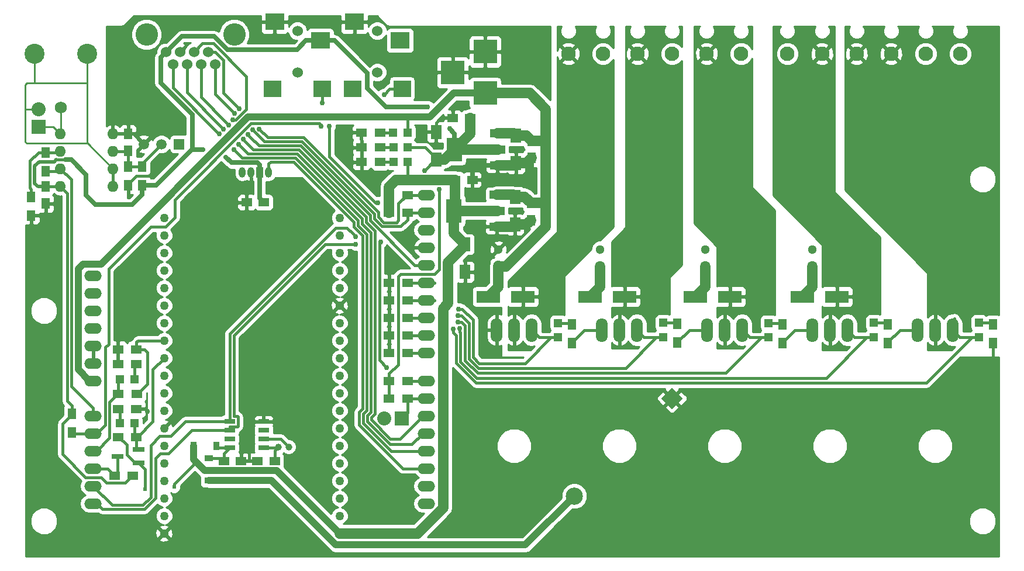
<source format=gbr>
G04 #@! TF.FileFunction,Copper,L1,Top,Signal*
%FSLAX46Y46*%
G04 Gerber Fmt 4.6, Leading zero omitted, Abs format (unit mm)*
G04 Created by KiCad (PCBNEW 4.0.2+dfsg1-stable) date Mon 20 Aug 2018 02:01:52 PM EDT*
%MOMM*%
G01*
G04 APERTURE LIST*
%ADD10C,0.100000*%
%ADD11O,2.540000X1.524000*%
%ADD12R,1.500000X1.250000*%
%ADD13R,1.250000X1.500000*%
%ADD14C,3.251200*%
%ADD15C,1.524000*%
%ADD16C,1.750000*%
%ADD17C,2.900000*%
%ADD18R,1.198880X1.198880*%
%ADD19R,1.500000X1.300000*%
%ADD20C,1.520000*%
%ADD21R,1.520000X1.520000*%
%ADD22R,1.300000X1.500000*%
%ADD23O,1.600000X1.600000*%
%ADD24R,3.500120X3.500120*%
%ADD25C,2.100000*%
%ADD26C,1.300000*%
%ADD27R,1.300000X1.300000*%
%ADD28O,1.699260X3.500120*%
%ADD29R,2.200000X1.200000*%
%ADD30R,2.200000X3.500000*%
%ADD31C,1.000760*%
%ADD32O,1.000000X1.500000*%
%ADD33R,1.000000X1.500000*%
%ADD34R,1.600000X0.700000*%
%ADD35R,1.800860X0.800100*%
%ADD36R,3.500120X1.800860*%
%ADD37R,2.032000X2.032000*%
%ADD38O,2.032000X2.032000*%
%ADD39R,0.910000X1.220000*%
%ADD40R,1.220000X0.910000*%
%ADD41C,2.500000*%
%ADD42R,2.800000X2.400000*%
%ADD43R,2.500000X2.400000*%
%ADD44C,1.270000*%
%ADD45R,1.600000X2.000000*%
%ADD46C,0.762000*%
%ADD47C,0.600000*%
%ADD48C,0.609600*%
%ADD49C,0.381000*%
%ADD50C,0.635000*%
%ADD51C,1.524000*%
%ADD52C,0.508000*%
%ADD53C,1.016000*%
%ADD54C,0.250000*%
%ADD55C,0.254000*%
G04 APERTURE END LIST*
D10*
D11*
X31496000Y-119888000D03*
X31496000Y-117348000D03*
X31496000Y-114808000D03*
X31496000Y-107188000D03*
X31496000Y-109728000D03*
X31496000Y-112268000D03*
X31496000Y-102108000D03*
X31496000Y-99568000D03*
X31496000Y-97028000D03*
X31496000Y-91948000D03*
X31496000Y-89408000D03*
X79756000Y-119888000D03*
X79756000Y-117348000D03*
X79756000Y-114808000D03*
X79756000Y-112268000D03*
X79756000Y-109728000D03*
X79756000Y-107188000D03*
X79756000Y-104648000D03*
X79756000Y-102108000D03*
X79756000Y-98044000D03*
X79756000Y-95504000D03*
X79756000Y-92964000D03*
X79756000Y-90424000D03*
X79756000Y-87884000D03*
X79756000Y-85344000D03*
X79756000Y-82804000D03*
X79756000Y-80264000D03*
X31496000Y-94488000D03*
X79756000Y-77724000D03*
X79756000Y-75184000D03*
X31496000Y-86868000D03*
D12*
X83916200Y-72974200D03*
X86416200Y-72974200D03*
D13*
X94996000Y-67330000D03*
X94996000Y-69830000D03*
D14*
X51943000Y-51943000D03*
X39243000Y-51943000D03*
D15*
X48133000Y-54483000D03*
X46101000Y-54483000D03*
X44069000Y-54483000D03*
X42037000Y-54483000D03*
X49149000Y-56261000D03*
X47117000Y-56261000D03*
X45085000Y-56261000D03*
X43053000Y-56261000D03*
D16*
X26822400Y-62486200D03*
D17*
X30622400Y-54686200D03*
X23022400Y-54686200D03*
D18*
X35399980Y-101854000D03*
X37498020Y-101854000D03*
D19*
X37799000Y-99695000D03*
X35099000Y-99695000D03*
D18*
X37498020Y-108204000D03*
X35399980Y-108204000D03*
D19*
X35099000Y-106172000D03*
X37799000Y-106172000D03*
D20*
X41402000Y-67818000D03*
X38862000Y-67818000D03*
D21*
X43942000Y-67818000D03*
D13*
X36576000Y-68814000D03*
X36576000Y-66314000D03*
D22*
X36576000Y-71040000D03*
X36576000Y-73740000D03*
X38608000Y-73740000D03*
X38608000Y-71040000D03*
D23*
X34366200Y-73914000D03*
X34366200Y-71374000D03*
X34366200Y-68834000D03*
X34366200Y-66294000D03*
X26746200Y-66294000D03*
X26746200Y-68834000D03*
X26746200Y-71374000D03*
X26746200Y-73914000D03*
D24*
X88265000Y-60429140D03*
X88265000Y-54429660D03*
X83566000Y-57429400D03*
D25*
X157033000Y-54737000D03*
X152033000Y-54737000D03*
X147033000Y-54737000D03*
X142033000Y-54737000D03*
X137033000Y-54737000D03*
X132033000Y-54737000D03*
X125330000Y-54735000D03*
X120330000Y-54735000D03*
X115330000Y-54735000D03*
X110330000Y-54735000D03*
X105330000Y-54735000D03*
X100330000Y-54735000D03*
D26*
X120142000Y-83058000D03*
D27*
X120142000Y-85558000D03*
D26*
X104902000Y-83058000D03*
D27*
X104902000Y-85558000D03*
D26*
X90170000Y-83058000D03*
D27*
X90170000Y-85558000D03*
D28*
X153416000Y-94742000D03*
X155956000Y-94742000D03*
X150876000Y-94742000D03*
X122936000Y-94742000D03*
X125476000Y-94742000D03*
X120396000Y-94742000D03*
X107696000Y-94742000D03*
X110236000Y-94742000D03*
X105156000Y-94742000D03*
X92456000Y-94742000D03*
X94996000Y-94742000D03*
X89916000Y-94742000D03*
D26*
X135636000Y-83058000D03*
D27*
X135636000Y-85558000D03*
D28*
X138176000Y-94742000D03*
X140716000Y-94742000D03*
X135636000Y-94742000D03*
D18*
X77049898Y-66144910D03*
X74951858Y-66144910D03*
X77075298Y-68303910D03*
X74977258Y-68303910D03*
X77075298Y-70412110D03*
X74977258Y-70412110D03*
X159766000Y-95791020D03*
X159766000Y-93692980D03*
X129286000Y-95824040D03*
X129286000Y-93726000D03*
X114046000Y-95791020D03*
X114046000Y-93692980D03*
X98806000Y-95824040D03*
X98806000Y-93726000D03*
X144526000Y-95791020D03*
X144526000Y-93692980D03*
D19*
X73032878Y-66144910D03*
X70332878Y-66144910D03*
X73058278Y-68303910D03*
X70358278Y-68303910D03*
X73058278Y-70412110D03*
X70358278Y-70412110D03*
D22*
X161798000Y-93900000D03*
X161798000Y-96600000D03*
X131318000Y-93916500D03*
X131318000Y-96616500D03*
X116078000Y-93878400D03*
X116078000Y-96578400D03*
X100838000Y-93916500D03*
X100838000Y-96616500D03*
X146558000Y-93900000D03*
X146558000Y-96600000D03*
D29*
X89968000Y-75170000D03*
X89968000Y-77470000D03*
X89968000Y-79770000D03*
D30*
X83768000Y-77470000D03*
D31*
X58318400Y-111683800D03*
X59817000Y-111683800D03*
D32*
X56896000Y-71882000D03*
D33*
X55626000Y-71882000D03*
D32*
X54356000Y-71882000D03*
X53086000Y-71882000D03*
D12*
X57790400Y-113715800D03*
X55290400Y-113715800D03*
D34*
X56211400Y-109270800D03*
X56211400Y-110540800D03*
X56211400Y-108000800D03*
X56211400Y-111810800D03*
X51281400Y-108000800D03*
X51281400Y-109270800D03*
X51281400Y-110540800D03*
X51281400Y-111810800D03*
D13*
X24638000Y-73934000D03*
X24638000Y-76434000D03*
D12*
X52944400Y-113715800D03*
X50444400Y-113715800D03*
X53741000Y-76263500D03*
X56241000Y-76263500D03*
D13*
X94869000Y-76347000D03*
X94869000Y-78847000D03*
D19*
X37799000Y-110236000D03*
X35099000Y-110236000D03*
X37291000Y-115824000D03*
X34591000Y-115824000D03*
X37846000Y-104013000D03*
X35146000Y-104013000D03*
X35099000Y-97536000D03*
X37799000Y-97536000D03*
D22*
X24638000Y-69008000D03*
X24638000Y-71708000D03*
X22555200Y-78159600D03*
X22555200Y-75459600D03*
D19*
X77042000Y-75184000D03*
X74342000Y-75184000D03*
X77042000Y-77724000D03*
X74342000Y-77724000D03*
D22*
X28448000Y-109554000D03*
X28448000Y-106854000D03*
D19*
X74342000Y-95504000D03*
X77042000Y-95504000D03*
X74342000Y-92964000D03*
X77042000Y-92964000D03*
X74342000Y-90424000D03*
X77042000Y-90424000D03*
X74342000Y-87884000D03*
X77042000Y-87884000D03*
X77042000Y-102108000D03*
X74342000Y-102108000D03*
X77042000Y-104648000D03*
X74342000Y-104648000D03*
X74342000Y-98044000D03*
X77042000Y-98044000D03*
D35*
X38077140Y-113980000D03*
X38077140Y-112080000D03*
X35074860Y-113030000D03*
D36*
X134193280Y-89916000D03*
X139192000Y-89916000D03*
X118699280Y-89916000D03*
X123698000Y-89916000D03*
X103459280Y-89916000D03*
X108458000Y-89916000D03*
X88727280Y-89916000D03*
X93726000Y-89916000D03*
D37*
X23622000Y-65278000D03*
D38*
X23622000Y-62738000D03*
D39*
X49361600Y-111506000D03*
X46091600Y-111506000D03*
D40*
X48234600Y-113300000D03*
X48234600Y-116570000D03*
D10*
G36*
X115316000Y-103113578D02*
X116850422Y-104648000D01*
X115316000Y-106182422D01*
X113781578Y-104648000D01*
X115316000Y-103113578D01*
X115316000Y-103113578D01*
G37*
D41*
X101173864Y-118790136D03*
D12*
X86086000Y-64008000D03*
X83586000Y-64008000D03*
D15*
X72644000Y-51404000D03*
X72644000Y-57404000D03*
D42*
X69344000Y-50104000D03*
X75944000Y-52804000D03*
D43*
X76244000Y-59804000D03*
X69044000Y-59804000D03*
D15*
X61087000Y-51404000D03*
X61087000Y-57404000D03*
D42*
X57787000Y-50104000D03*
X64387000Y-52804000D03*
D43*
X64687000Y-59804000D03*
X57487000Y-59804000D03*
D29*
X90043000Y-66280000D03*
X90043000Y-68580000D03*
X90043000Y-70880000D03*
D30*
X83843000Y-68580000D03*
D44*
X67183000Y-124206000D03*
X67183000Y-121666000D03*
X67183000Y-119126000D03*
X67183000Y-116586000D03*
X67183000Y-114046000D03*
X67183000Y-111506000D03*
X67183000Y-108966000D03*
X67183000Y-106426000D03*
X67183000Y-103886000D03*
X67183000Y-101346000D03*
X67183000Y-98806000D03*
X67183000Y-96266000D03*
X67183000Y-93726000D03*
X67183000Y-91186000D03*
X67183000Y-88646000D03*
X67183000Y-86106000D03*
X67183000Y-81026000D03*
X67183000Y-83566000D03*
X67183000Y-78486000D03*
X41783000Y-103886000D03*
X41783000Y-98806000D03*
X41783000Y-106426000D03*
X41783000Y-93726000D03*
X41783000Y-101346000D03*
X41783000Y-96266000D03*
X41783000Y-88646000D03*
X41783000Y-81026000D03*
X41783000Y-91186000D03*
X41783000Y-86106000D03*
X41783000Y-78486000D03*
X41783000Y-83566000D03*
X41783000Y-116586000D03*
X41783000Y-114046000D03*
X41783000Y-119126000D03*
X41783000Y-121666000D03*
X41783000Y-124206000D03*
X41783000Y-108966000D03*
X41783000Y-111506000D03*
D45*
X92583000Y-75470000D03*
X92583000Y-79470000D03*
X92710000Y-66580000D03*
X92710000Y-70580000D03*
X85344000Y-82328000D03*
X85344000Y-86328000D03*
X81153000Y-70072000D03*
X81153000Y-66072000D03*
D37*
X76200000Y-107569000D03*
D38*
X73660000Y-107569000D03*
D46*
X74168000Y-86106000D03*
X35052000Y-96012000D03*
X68554600Y-68275200D03*
X79629000Y-66065400D03*
X83591400Y-62738000D03*
X88149400Y-70880000D03*
X86416200Y-71633400D03*
X39370000Y-106553000D03*
X39990450Y-72322657D03*
X54127400Y-112344200D03*
X57759600Y-108000800D03*
X79959200Y-62433200D03*
X83134200Y-65582800D03*
X81581773Y-74342542D03*
X79476600Y-71628000D03*
D47*
X47447200Y-68630800D03*
X50723800Y-69697600D03*
D46*
X73126600Y-81965800D03*
X72694800Y-76327000D03*
X65684400Y-65252600D03*
X73634600Y-60629800D03*
X74015600Y-100177600D03*
X64516000Y-65252600D03*
X64687000Y-61805000D03*
D48*
X43230800Y-117500400D03*
X39014400Y-117779800D03*
D46*
X83617729Y-94567277D03*
X84289340Y-93603342D03*
X84308330Y-92641517D03*
X84407218Y-91684601D03*
X84578743Y-94523471D03*
X69488666Y-82335840D03*
X55575200Y-65608200D03*
X52677165Y-62678698D03*
X53211540Y-67108262D03*
X51128059Y-65033576D03*
X49740254Y-66364796D03*
X51866800Y-68580000D03*
X52552258Y-67808844D03*
X50413048Y-65677180D03*
X69529795Y-81203617D03*
X54584600Y-65760600D03*
X51971460Y-63361078D03*
X53891266Y-66427499D03*
X51765200Y-64312800D03*
D49*
X38608000Y-71040000D02*
X38608000Y-70612000D01*
X38608000Y-70612000D02*
X40642001Y-68577999D01*
X40642001Y-68577999D02*
X41402000Y-67818000D01*
X36576000Y-71040000D02*
X38608000Y-71040000D01*
X36576000Y-68814000D02*
X36576000Y-71040000D01*
X34366200Y-68834000D02*
X36556000Y-68834000D01*
X36556000Y-68834000D02*
X36576000Y-68814000D01*
X74342000Y-87884000D02*
X74342000Y-86280000D01*
X74342000Y-86280000D02*
X74168000Y-86106000D01*
X35099000Y-97536000D02*
X35099000Y-96059000D01*
X35099000Y-96059000D02*
X35052000Y-96012000D01*
X70358278Y-68303910D02*
X68583310Y-68303910D01*
X68583310Y-68303910D02*
X68554600Y-68275200D01*
X81153000Y-66072000D02*
X79635600Y-66072000D01*
X79635600Y-66072000D02*
X79629000Y-66065400D01*
X83586000Y-64008000D02*
X83586000Y-62743400D01*
X83586000Y-62743400D02*
X83591400Y-62738000D01*
X81153000Y-66072000D02*
X81153000Y-64691000D01*
X81153000Y-64691000D02*
X81836000Y-64008000D01*
X81836000Y-64008000D02*
X82455000Y-64008000D01*
X82455000Y-64008000D02*
X83586000Y-64008000D01*
D50*
X86416200Y-72974200D02*
X86416200Y-71633400D01*
X86416200Y-71633400D02*
X86410800Y-71628000D01*
X90043000Y-70880000D02*
X88149400Y-70880000D01*
X88149400Y-70880000D02*
X88138000Y-70891400D01*
D49*
X70358278Y-68303910D02*
X70358278Y-70412110D01*
X70332878Y-66144910D02*
X70332878Y-68278510D01*
X70332878Y-68278510D02*
X70358278Y-68303910D01*
X37799000Y-106172000D02*
X38989000Y-106172000D01*
X38989000Y-106172000D02*
X39370000Y-106553000D01*
X35099000Y-97536000D02*
X35099000Y-99695000D01*
D51*
X92710000Y-70580000D02*
X94246000Y-70580000D01*
X94246000Y-70580000D02*
X94996000Y-69830000D01*
X90043000Y-70880000D02*
X92410000Y-70880000D01*
X92410000Y-70880000D02*
X92710000Y-70580000D01*
X92583000Y-79470000D02*
X94246000Y-79470000D01*
X94246000Y-79470000D02*
X94869000Y-78847000D01*
X89968000Y-79770000D02*
X92283000Y-79770000D01*
X92283000Y-79770000D02*
X92583000Y-79470000D01*
D49*
X36576000Y-73740000D02*
X36576000Y-73640000D01*
X36576000Y-73640000D02*
X37783221Y-72432779D01*
X37783221Y-72432779D02*
X39547459Y-72432779D01*
X39547459Y-72432779D02*
X39657581Y-72322657D01*
X39657581Y-72322657D02*
X39990450Y-72322657D01*
X56211400Y-108000800D02*
X57759600Y-108000800D01*
X54127400Y-113715800D02*
X54127400Y-112344200D01*
X54127400Y-113715800D02*
X55290400Y-113715800D01*
X52944400Y-113715800D02*
X54127400Y-113715800D01*
X161798000Y-97731000D02*
X161798000Y-99568000D01*
X161798000Y-96600000D02*
X161798000Y-97731000D01*
X36576000Y-66314000D02*
X37358000Y-66314000D01*
X37358000Y-66314000D02*
X38862000Y-67818000D01*
X34366200Y-66294000D02*
X36556000Y-66294000D01*
X36556000Y-66294000D02*
X36576000Y-66314000D01*
X150876000Y-94742000D02*
X148316000Y-94742000D01*
X148316000Y-94742000D02*
X146558000Y-96500000D01*
X146558000Y-96500000D02*
X146558000Y-96600000D01*
X135636000Y-94742000D02*
X133092500Y-94742000D01*
X133092500Y-94742000D02*
X131318000Y-96516500D01*
X131318000Y-96516500D02*
X131318000Y-96616500D01*
X120396000Y-94742000D02*
X117814400Y-94742000D01*
X117814400Y-94742000D02*
X116078000Y-96478400D01*
X116078000Y-96478400D02*
X116078000Y-96578400D01*
X105156000Y-94742000D02*
X102612500Y-94742000D01*
X102612500Y-94742000D02*
X100838000Y-96516500D01*
X100838000Y-96516500D02*
X100838000Y-96616500D01*
D50*
X83843000Y-66367800D02*
X83843000Y-66291600D01*
X83843000Y-66291600D02*
X83134200Y-65582800D01*
D49*
X81581773Y-85935928D02*
X81581773Y-74881357D01*
X81581773Y-74881357D02*
X81581773Y-74342542D01*
X76052878Y-86608722D02*
X80908979Y-86608722D01*
X74342000Y-101077000D02*
X75666600Y-99752400D01*
X75666600Y-99752400D02*
X75666600Y-86995000D01*
X80908979Y-86608722D02*
X81581773Y-85935928D01*
X74342000Y-102108000D02*
X74342000Y-101077000D01*
X75666600Y-86995000D02*
X76052878Y-86608722D01*
X81153000Y-70072000D02*
X81032600Y-70072000D01*
X81032600Y-70072000D02*
X79476600Y-71628000D01*
D50*
X55626000Y-71882000D02*
X55626000Y-70825565D01*
X55626000Y-70825565D02*
X55304693Y-70504258D01*
X51530458Y-70504258D02*
X50723800Y-69697600D01*
X55304693Y-70504258D02*
X51530458Y-70504258D01*
X47447200Y-68630800D02*
X45972563Y-68630800D01*
X45972563Y-68630800D02*
X45847000Y-68505237D01*
X56241000Y-76263500D02*
X55626000Y-75648500D01*
X55626000Y-75648500D02*
X55626000Y-71882000D01*
X79959200Y-62433200D02*
X79923276Y-62397276D01*
X79923276Y-62397276D02*
X73873516Y-62397276D01*
X73873516Y-62397276D02*
X71170800Y-59694560D01*
X71170800Y-59694560D02*
X71170800Y-57552800D01*
X71170800Y-57552800D02*
X66422000Y-52804000D01*
X66422000Y-52804000D02*
X64387000Y-52804000D01*
X83843000Y-68580000D02*
X83843000Y-66367800D01*
D49*
X77075298Y-68303910D02*
X79584910Y-68303910D01*
X79584910Y-68303910D02*
X81153000Y-69872000D01*
X81153000Y-69872000D02*
X81153000Y-70072000D01*
D50*
X42037000Y-54483000D02*
X41275001Y-55244999D01*
X41275001Y-55244999D02*
X41275001Y-58967254D01*
X40612237Y-73740000D02*
X38608000Y-73740000D01*
X41275001Y-58967254D02*
X45847000Y-63539253D01*
X45847000Y-63539253D02*
X45847000Y-68505237D01*
X45847000Y-68505237D02*
X40612237Y-73740000D01*
X38608000Y-73740000D02*
X38608000Y-75125000D01*
X38608000Y-75125000D02*
X37173109Y-76559891D01*
X37173109Y-76559891D02*
X31830491Y-76559891D01*
X31830491Y-76559891D02*
X30505400Y-75234800D01*
X30505400Y-75234800D02*
X30505400Y-72263000D01*
X30505400Y-72263000D02*
X28321000Y-70078600D01*
X28321000Y-70078600D02*
X27482800Y-70078600D01*
D49*
X27482800Y-70078600D02*
X26185678Y-70078600D01*
X26185678Y-70078600D02*
X26176277Y-70088001D01*
D52*
X23723600Y-70358000D02*
X25906278Y-70358000D01*
X25906278Y-70358000D02*
X26176277Y-70088001D01*
X23063200Y-71018400D02*
X23723600Y-70358000D01*
X23063200Y-73492200D02*
X23063200Y-71018400D01*
X24638000Y-73934000D02*
X23505000Y-73934000D01*
X23505000Y-73934000D02*
X23063200Y-73492200D01*
D49*
X28448000Y-106854000D02*
X28448000Y-105723000D01*
X28448000Y-105723000D02*
X27753103Y-105028103D01*
X27753103Y-105028103D02*
X27753103Y-74920903D01*
X27753103Y-74920903D02*
X26746200Y-73914000D01*
X37291000Y-115824000D02*
X37191000Y-115824000D01*
X37191000Y-115824000D02*
X36150499Y-116864501D01*
X36150499Y-116864501D02*
X33450901Y-116864501D01*
X33450901Y-116864501D02*
X32664400Y-116078000D01*
X32664400Y-116078000D02*
X30425724Y-116078000D01*
X30425724Y-116078000D02*
X27091316Y-112743592D01*
X27091316Y-112743592D02*
X27091316Y-108310684D01*
X27091316Y-108310684D02*
X28448000Y-106954000D01*
X28448000Y-106954000D02*
X28448000Y-106854000D01*
D50*
X49025210Y-52197000D02*
X44323000Y-52197000D01*
X44323000Y-52197000D02*
X42037000Y-54483000D01*
X61028600Y-54127400D02*
X50955610Y-54127400D01*
X50955610Y-54127400D02*
X49025210Y-52197000D01*
X64387000Y-52804000D02*
X62352000Y-52804000D01*
X62352000Y-52804000D02*
X61028600Y-54127400D01*
D49*
X74342000Y-102108000D02*
X74342000Y-104648000D01*
X38608000Y-73840000D02*
X38608000Y-73740000D01*
D51*
X83843000Y-68580000D02*
X86086000Y-66337000D01*
X86086000Y-66337000D02*
X86086000Y-64008000D01*
X81153000Y-70072000D02*
X82351000Y-70072000D01*
X82351000Y-70072000D02*
X83843000Y-68580000D01*
X83843000Y-68580000D02*
X90043000Y-68580000D01*
D49*
X26746200Y-73914000D02*
X26746200Y-73941808D01*
X26746200Y-73941808D02*
X27193551Y-74389159D01*
X24638000Y-73914000D02*
X26746200Y-73914000D01*
D53*
X53947078Y-63895908D02*
X77089000Y-63895908D01*
X77089000Y-63895908D02*
X80225060Y-63895908D01*
D49*
X77049898Y-66144910D02*
X77049898Y-63935010D01*
X77049898Y-63935010D02*
X77089000Y-63895908D01*
D53*
X31496000Y-102108000D02*
X30988000Y-102108000D01*
X29339933Y-100459933D02*
X29339933Y-85843358D01*
X30988000Y-102108000D02*
X29339933Y-100459933D01*
X29339933Y-85843358D02*
X30013593Y-85169698D01*
X32673288Y-85169698D02*
X53947078Y-63895908D01*
X30013593Y-85169698D02*
X32673288Y-85169698D01*
X80225060Y-63895908D02*
X83691828Y-60429140D01*
X83691828Y-60429140D02*
X85498940Y-60429140D01*
X85498940Y-60429140D02*
X88265000Y-60429140D01*
X31496000Y-102108000D02*
X32004000Y-102108000D01*
D51*
X31902118Y-102108000D02*
X31496000Y-102108000D01*
X94996000Y-67330000D02*
X97008000Y-67330000D01*
X97008000Y-67330000D02*
X97028000Y-67310000D01*
X92710000Y-66580000D02*
X94246000Y-66580000D01*
X94246000Y-66580000D02*
X94996000Y-67330000D01*
X90043000Y-66280000D02*
X92410000Y-66280000D01*
X92410000Y-66280000D02*
X92710000Y-66580000D01*
X97028000Y-67310000D02*
X97028000Y-76327000D01*
X97028000Y-76327000D02*
X97028000Y-79807484D01*
X94869000Y-76347000D02*
X97018000Y-76347000D01*
X97018000Y-76347000D02*
X97028000Y-76337000D01*
X97028000Y-76337000D02*
X97028000Y-76327000D01*
X92583000Y-75470000D02*
X93992000Y-75470000D01*
X93992000Y-75470000D02*
X94869000Y-76347000D01*
X89968000Y-75170000D02*
X92283000Y-75170000D01*
X92283000Y-75170000D02*
X92583000Y-75470000D01*
X97028000Y-62738000D02*
X97028000Y-67310000D01*
X88265000Y-60429140D02*
X94719140Y-60429140D01*
X94719140Y-60429140D02*
X97028000Y-62738000D01*
X97028000Y-79807484D02*
X91277484Y-85558000D01*
X91277484Y-85558000D02*
X90170000Y-85558000D01*
X90170000Y-85443762D02*
X90170000Y-85558000D01*
X120142000Y-85558000D02*
X120142000Y-88473280D01*
X120142000Y-88473280D02*
X118699280Y-89916000D01*
X135636000Y-85558000D02*
X135636000Y-88473280D01*
X135636000Y-88473280D02*
X134193280Y-89916000D01*
X104902000Y-85558000D02*
X104902000Y-88473280D01*
X104902000Y-88473280D02*
X103459280Y-89916000D01*
X90170000Y-85558000D02*
X90170000Y-88473280D01*
X90170000Y-88473280D02*
X88727280Y-89916000D01*
D49*
X65684400Y-65252600D02*
X65682594Y-65254406D01*
X65682594Y-65254406D02*
X65682594Y-69590373D01*
X65682594Y-69590373D02*
X72419221Y-76327000D01*
X72419221Y-76327000D02*
X72694800Y-76327000D01*
X74015600Y-100177600D02*
X72940039Y-99102039D01*
X72940039Y-99102039D02*
X72940039Y-82127066D01*
X72940039Y-82127066D02*
X73101305Y-81965800D01*
X73101305Y-81965800D02*
X73126600Y-81965800D01*
X76244000Y-59804000D02*
X74460400Y-59804000D01*
X74460400Y-59804000D02*
X73634600Y-60629800D01*
X77042000Y-102108000D02*
X79756000Y-102108000D01*
X64516000Y-65252600D02*
X64516000Y-65091858D01*
X64516000Y-65091858D02*
X64260841Y-64836699D01*
X32004000Y-109728000D02*
X33274000Y-108458000D01*
X31496000Y-109728000D02*
X32004000Y-109728000D01*
X41966290Y-79801310D02*
X43340832Y-78426768D01*
X54386625Y-64836699D02*
X64260841Y-64836699D01*
X33274000Y-108458000D02*
X33274000Y-97258098D01*
X33756600Y-96775498D02*
X33756600Y-85902486D01*
X33274000Y-97258098D02*
X33756600Y-96775498D01*
X33756600Y-85902486D02*
X39857776Y-79801310D01*
X39857776Y-79801310D02*
X41966290Y-79801310D01*
X43340832Y-75882492D02*
X54386625Y-64836699D01*
X43340832Y-78426768D02*
X43340832Y-75882492D01*
X64687000Y-59804000D02*
X64687000Y-61805000D01*
X64687000Y-60648400D02*
X64687000Y-59804000D01*
X31496000Y-109728000D02*
X28622000Y-109728000D01*
X28622000Y-109728000D02*
X28448000Y-109554000D01*
D51*
X76962000Y-72974200D02*
X81060701Y-72974200D01*
X81060701Y-72974200D02*
X83916200Y-72974200D01*
X67183000Y-124206000D02*
X78460600Y-124206000D01*
X78460600Y-124206000D02*
X82192913Y-120473687D01*
X82192913Y-120473687D02*
X82192913Y-91616643D01*
X82192913Y-91616643D02*
X82909272Y-90900284D01*
X82909272Y-90900284D02*
X82909272Y-84962728D01*
X82909272Y-84962728D02*
X85344000Y-82528000D01*
X85344000Y-82528000D02*
X85344000Y-82328000D01*
X75900714Y-72974200D02*
X76962000Y-72974200D01*
D49*
X77075298Y-70412110D02*
X77075298Y-72860902D01*
X77075298Y-72860902D02*
X76962000Y-72974200D01*
X43230800Y-117500400D02*
X43230800Y-117069348D01*
X43230800Y-117069348D02*
X46091600Y-114208548D01*
X46091600Y-114208548D02*
X46091600Y-113496402D01*
X38077140Y-113980000D02*
X39014400Y-114917260D01*
X39014400Y-114917260D02*
X39014400Y-117779800D01*
X38077140Y-113980000D02*
X38415000Y-113980000D01*
D53*
X46091600Y-111506000D02*
X46091600Y-113496402D01*
X46091600Y-113496402D02*
X47689428Y-115094230D01*
X47689428Y-115094230D02*
X58071230Y-115094230D01*
X58071230Y-115094230D02*
X66548001Y-123571001D01*
X66548001Y-123571001D02*
X67183000Y-124206000D01*
D49*
X35099000Y-110236000D02*
X35199000Y-110236000D01*
X35199000Y-110236000D02*
X36365791Y-111402791D01*
X36365791Y-111402791D02*
X36365791Y-112769031D01*
X36365791Y-112769031D02*
X37576760Y-113980000D01*
X37576760Y-113980000D02*
X38077140Y-113980000D01*
D51*
X74342000Y-75184000D02*
X74342000Y-74010948D01*
X74342000Y-74010948D02*
X75378748Y-72974200D01*
X75378748Y-72974200D02*
X75900714Y-72974200D01*
X74342000Y-75184000D02*
X74342000Y-77724000D01*
X83768000Y-77470000D02*
X83768000Y-80752000D01*
X83768000Y-80752000D02*
X85344000Y-82328000D01*
X89968000Y-77470000D02*
X83768000Y-77470000D01*
X83907000Y-73025000D02*
X83907000Y-77331000D01*
X83907000Y-77331000D02*
X83768000Y-77470000D01*
D49*
X159766000Y-95791020D02*
X158785560Y-95791020D01*
X84085758Y-95574121D02*
X83617729Y-95106092D01*
X83617729Y-95106092D02*
X83617729Y-94567277D01*
X158785560Y-95791020D02*
X152167655Y-102408925D01*
X152167655Y-102408925D02*
X86941380Y-102408925D01*
X86941380Y-102408925D02*
X84085758Y-99553303D01*
X84085758Y-99553303D02*
X84085758Y-95574121D01*
X77042000Y-95504000D02*
X79756000Y-95504000D01*
X79756000Y-95504000D02*
X80493448Y-95504000D01*
X159766000Y-95791020D02*
X157005020Y-95791020D01*
X157005020Y-95791020D02*
X155956000Y-94742000D01*
X156210000Y-93074043D02*
X155956000Y-93328043D01*
X155956000Y-93328043D02*
X155956000Y-94742000D01*
X84828155Y-93603342D02*
X84289340Y-93603342D01*
X128305560Y-95824040D02*
X123139200Y-100990400D01*
X129286000Y-95824040D02*
X128305560Y-95824040D01*
X85350263Y-99174466D02*
X85350263Y-94125450D01*
X123139200Y-100990400D02*
X87166199Y-100990400D01*
X87166199Y-100990400D02*
X85350263Y-99174466D01*
X85350263Y-94125450D02*
X84828155Y-93603342D01*
X77042000Y-92964000D02*
X79756000Y-92964000D01*
X79756000Y-92964000D02*
X80640949Y-92964000D01*
X129286000Y-95824040D02*
X126558040Y-95824040D01*
X126558040Y-95824040D02*
X125476000Y-94742000D01*
X22555200Y-75459600D02*
X22555200Y-74328600D01*
X22555200Y-74328600D02*
X22352000Y-74125400D01*
X22352000Y-74125400D02*
X22352000Y-70263000D01*
X24638000Y-69008000D02*
X23607000Y-69008000D01*
X23607000Y-69008000D02*
X22352000Y-70263000D01*
X24638000Y-69008000D02*
X24638000Y-69108000D01*
X24638000Y-69008000D02*
X26572200Y-69008000D01*
X26572200Y-69008000D02*
X26746200Y-68834000D01*
X28334114Y-102883114D02*
X31496000Y-106045000D01*
X28334114Y-72961914D02*
X28334114Y-102883114D01*
X26746200Y-71374000D02*
X28334114Y-72961914D01*
X31496000Y-106045000D02*
X31496000Y-107188000D01*
X24638000Y-71708000D02*
X26412200Y-71708000D01*
X26412200Y-71708000D02*
X26746200Y-71374000D01*
X85931274Y-93725646D02*
X84847145Y-92641517D01*
X87251271Y-100253800D02*
X85931274Y-98933804D01*
X113065560Y-95791020D02*
X108602780Y-100253800D01*
X114046000Y-95791020D02*
X113065560Y-95791020D01*
X84847145Y-92641517D02*
X84308330Y-92641517D01*
X108602780Y-100253800D02*
X87251271Y-100253800D01*
X85931274Y-98933804D02*
X85931274Y-93725646D01*
X77042000Y-90424000D02*
X79756000Y-90424000D01*
X80919028Y-90424000D02*
X79756000Y-90424000D01*
X114046000Y-95791020D02*
X111285020Y-95791020D01*
X111285020Y-95791020D02*
X110236000Y-94742000D01*
X86512285Y-93250853D02*
X84946033Y-91684601D01*
X84946033Y-91684601D02*
X84407218Y-91684601D01*
X87412543Y-99593400D02*
X86512285Y-98693142D01*
X98806000Y-95824040D02*
X97825560Y-95824040D01*
X97825560Y-95824040D02*
X94056200Y-99593400D01*
X94056200Y-99593400D02*
X87412543Y-99593400D01*
X86512285Y-98693142D02*
X86512285Y-93250853D01*
X77042000Y-87884000D02*
X79756000Y-87884000D01*
X80930970Y-87884000D02*
X79756000Y-87884000D01*
X98806000Y-95824040D02*
X96078040Y-95824040D01*
X96078040Y-95824040D02*
X94996000Y-94742000D01*
X77042000Y-104648000D02*
X77042000Y-106727000D01*
X77042000Y-106727000D02*
X76200000Y-107569000D01*
X77042000Y-104648000D02*
X79756000Y-104648000D01*
X80264000Y-104648000D02*
X79756000Y-104648000D01*
D54*
X23022400Y-58953400D02*
X21943531Y-58953400D01*
X21943531Y-58953400D02*
X21685910Y-59211021D01*
X21685910Y-59211021D02*
X21685910Y-62721040D01*
X21685910Y-62721040D02*
X21708318Y-62743448D01*
X21708318Y-62743448D02*
X21713766Y-62738000D01*
X21713766Y-62738000D02*
X23622000Y-62738000D01*
X21685910Y-62469989D02*
X21685910Y-67470701D01*
X21685910Y-67470701D02*
X21910186Y-67694977D01*
X21910186Y-67694977D02*
X30687177Y-67694977D01*
X23022400Y-58953400D02*
X23027158Y-58958158D01*
X23027158Y-58958158D02*
X30540958Y-58958158D01*
X30540958Y-58958158D02*
X30622400Y-59039600D01*
D49*
X34366200Y-73914000D02*
X34366200Y-71374000D01*
D54*
X30622400Y-59039600D02*
X30622400Y-67630200D01*
X30622400Y-67630200D02*
X30701199Y-67708999D01*
X34366200Y-71374000D02*
X30701199Y-67708999D01*
X30622400Y-59039600D02*
X30622400Y-54686200D01*
D55*
X23022400Y-54686200D02*
X23022400Y-58953400D01*
D49*
X84578743Y-95062286D02*
X84578743Y-94523471D01*
X84666769Y-95150312D02*
X84578743Y-95062286D01*
X137660380Y-101676200D02*
X87030327Y-101676200D01*
X87030327Y-101676200D02*
X84666769Y-99312642D01*
X143545560Y-95791020D02*
X137660380Y-101676200D01*
X144526000Y-95791020D02*
X143545560Y-95791020D01*
X84666769Y-99312642D02*
X84666769Y-95150312D01*
X77042000Y-98044000D02*
X79756000Y-98044000D01*
X144526000Y-95791020D02*
X141765020Y-95791020D01*
X141765020Y-95791020D02*
X140716000Y-94742000D01*
X35074860Y-113030000D02*
X35074860Y-115340140D01*
X35074860Y-115340140D02*
X34591000Y-115824000D01*
X31496000Y-114808000D02*
X33575000Y-114808000D01*
X33575000Y-114808000D02*
X34591000Y-115824000D01*
X35074860Y-115799860D02*
X35099000Y-115824000D01*
X31496000Y-112268000D02*
X32004000Y-112268000D01*
X32004000Y-112268000D02*
X33881434Y-110390566D01*
X33881434Y-110390566D02*
X33881434Y-105177566D01*
X33881434Y-105177566D02*
X35046000Y-104013000D01*
X35046000Y-104013000D02*
X35146000Y-104013000D01*
X35146000Y-104013000D02*
X35146000Y-102107980D01*
X35146000Y-102107980D02*
X35399980Y-101854000D01*
X37498020Y-101854000D02*
X37498020Y-99995980D01*
X37498020Y-99995980D02*
X37799000Y-99695000D01*
X73032878Y-66144910D02*
X74951858Y-66144910D01*
X73058278Y-68303910D02*
X74977258Y-68303910D01*
X73058278Y-70412110D02*
X74977258Y-70412110D01*
X37799000Y-110236000D02*
X37899000Y-110236000D01*
X40141502Y-106182678D02*
X40132000Y-106173176D01*
X37899000Y-110236000D02*
X40141502Y-107993498D01*
X40141502Y-107993498D02*
X40141502Y-106182678D01*
X40132000Y-106173176D02*
X40132000Y-100457000D01*
X40132000Y-100457000D02*
X41783000Y-98806000D01*
X37498020Y-108204000D02*
X37498020Y-109935020D01*
X37498020Y-109935020D02*
X37799000Y-110236000D01*
X37799000Y-110236000D02*
X37799000Y-111801860D01*
X37799000Y-111801860D02*
X38077140Y-112080000D01*
X35399980Y-108204000D02*
X35399980Y-106472980D01*
X35399980Y-106472980D02*
X35099000Y-106172000D01*
X159766000Y-93692980D02*
X161590980Y-93692980D01*
X161590980Y-93692980D02*
X161798000Y-93900000D01*
X129286000Y-93726000D02*
X131127500Y-93726000D01*
X131127500Y-93726000D02*
X131318000Y-93916500D01*
X114046000Y-93692980D02*
X115892580Y-93692980D01*
X115892580Y-93692980D02*
X116078000Y-93878400D01*
X98806000Y-93726000D02*
X100647500Y-93726000D01*
X100647500Y-93726000D02*
X100838000Y-93916500D01*
X144526000Y-93692980D02*
X146350980Y-93692980D01*
X146350980Y-93692980D02*
X146558000Y-93900000D01*
X57203716Y-70362813D02*
X56896000Y-70670529D01*
X56896000Y-70670529D02*
X56896000Y-71882000D01*
X70544998Y-81092031D02*
X69283613Y-79830646D01*
X69283613Y-79830646D02*
X69283613Y-79095951D01*
X70027239Y-108482878D02*
X70027241Y-106655118D01*
X76352361Y-114808000D02*
X70027239Y-108482878D01*
X79756000Y-114808000D02*
X76352361Y-114808000D01*
X69283613Y-79095951D02*
X60550475Y-70362813D01*
X70027241Y-106655118D02*
X70544998Y-106137362D01*
X70544998Y-106137362D02*
X70544998Y-81092031D01*
X60550475Y-70362813D02*
X57203716Y-70362813D01*
X79756000Y-114808000D02*
X79248000Y-114808000D01*
X79641000Y-114808000D02*
X79756000Y-114808000D01*
X55575200Y-65608200D02*
X56837042Y-66870042D01*
X56837042Y-66870042D02*
X61987742Y-66870042D01*
X73538745Y-79155740D02*
X75420577Y-79155740D01*
X61987742Y-66870042D02*
X72769679Y-77651979D01*
X76942000Y-75184000D02*
X77042000Y-75184000D01*
X72769679Y-77651979D02*
X72769679Y-78386675D01*
X72769679Y-78386675D02*
X73538745Y-79155740D01*
X75420577Y-79155740D02*
X75725460Y-78850857D01*
X75725460Y-78850857D02*
X75725460Y-76400540D01*
X75725460Y-76400540D02*
X76942000Y-75184000D01*
X48133000Y-54483000D02*
X49210630Y-54483000D01*
X49210630Y-54483000D02*
X50391306Y-55663676D01*
X50391306Y-60392839D02*
X52677165Y-62678698D01*
X50391306Y-55663676D02*
X50391306Y-60392839D01*
X69451899Y-82299073D02*
X69488666Y-82335840D01*
X65088766Y-82299073D02*
X69451899Y-82299073D01*
X51862410Y-95525429D02*
X65088766Y-82299073D01*
X51862410Y-107260299D02*
X51862410Y-95525429D01*
X52393801Y-107260299D02*
X51862410Y-107260299D01*
X52471901Y-107338399D02*
X52393801Y-107260299D01*
X52471901Y-108663201D02*
X52471901Y-107338399D01*
X51281400Y-108741301D02*
X52393801Y-108741301D01*
X52393801Y-108741301D02*
X52471901Y-108663201D01*
X51281400Y-109270800D02*
X51281400Y-108741301D01*
X31496000Y-119888000D02*
X32004000Y-119888000D01*
X32004000Y-119888000D02*
X32820757Y-120704757D01*
X32820757Y-120704757D02*
X38925990Y-120704757D01*
X41199469Y-112645351D02*
X42449433Y-112645351D01*
X38925990Y-120704757D02*
X40538400Y-119092347D01*
X40538400Y-119092347D02*
X40538400Y-113306420D01*
X40538400Y-113306420D02*
X41199469Y-112645351D01*
X42449433Y-112645351D02*
X45823984Y-109270800D01*
X45823984Y-109270800D02*
X50100400Y-109270800D01*
X50100400Y-109270800D02*
X51281400Y-109270800D01*
X79756000Y-75184000D02*
X77042000Y-75184000D01*
X31496000Y-119888000D02*
X30988000Y-119888000D01*
X51281400Y-109270800D02*
X50831400Y-109270800D01*
X54723058Y-68619780D02*
X53592539Y-67489261D01*
X71026646Y-79108660D02*
X71026646Y-78373965D01*
X72288031Y-80370045D02*
X71026646Y-79108660D01*
X72288031Y-106859348D02*
X72288031Y-80370045D01*
X71770272Y-107377106D02*
X72288031Y-106859348D01*
X71770272Y-107760892D02*
X71770272Y-107377106D01*
X75940375Y-110495625D02*
X74505005Y-110495625D01*
X53592539Y-67489261D02*
X53211540Y-67108262D01*
X61272461Y-68619780D02*
X54723058Y-68619780D01*
X71026646Y-78373965D02*
X61272461Y-68619780D01*
X79248000Y-107188000D02*
X75940375Y-110495625D01*
X79756000Y-107188000D02*
X79248000Y-107188000D01*
X74505005Y-110495625D02*
X71770272Y-107760892D01*
X50747060Y-64652577D02*
X51128059Y-65033576D01*
X47117000Y-61022517D02*
X50747060Y-64652577D01*
X47117000Y-56261000D02*
X47117000Y-61022517D01*
X69864624Y-78855289D02*
X60791137Y-69781802D01*
X69864624Y-79589984D02*
X69864624Y-78855289D01*
X71126009Y-106378024D02*
X71126009Y-80851369D01*
X70608251Y-106895781D02*
X71126009Y-106378024D01*
X71126009Y-80851369D02*
X69864624Y-79589984D01*
X70608250Y-108242216D02*
X70608251Y-106895781D01*
X53068602Y-69781802D02*
X52247799Y-68960999D01*
X52247799Y-68960999D02*
X51866800Y-68580000D01*
X74634035Y-112268000D02*
X70608250Y-108242216D01*
X79756000Y-112268000D02*
X74634035Y-112268000D01*
X60791137Y-69781802D02*
X53068602Y-69781802D01*
X49359255Y-65983797D02*
X49740254Y-66364796D01*
X43053000Y-56261000D02*
X43053000Y-59677542D01*
X43053000Y-59677542D02*
X49359255Y-65983797D01*
X52933257Y-68189843D02*
X52552258Y-67808844D01*
X53944205Y-69200791D02*
X52933257Y-68189843D01*
X61031799Y-69200791D02*
X53944205Y-69200791D01*
X71707020Y-106618686D02*
X71707020Y-80610707D01*
X71707020Y-80610707D02*
X70445635Y-79349322D01*
X70445635Y-78614627D02*
X61031799Y-69200791D01*
X70445635Y-79349322D02*
X70445635Y-78614627D01*
X71189261Y-108001553D02*
X71189261Y-107136444D01*
X71189261Y-107136444D02*
X71707020Y-106618686D01*
X79248000Y-109728000D02*
X77673321Y-111302679D01*
X79756000Y-109728000D02*
X79248000Y-109728000D01*
X77673321Y-111302679D02*
X74490387Y-111302679D01*
X74490387Y-111302679D02*
X71189261Y-108001553D01*
X50032049Y-65296181D02*
X50413048Y-65677180D01*
X45085000Y-56261000D02*
X45085000Y-60349132D01*
X45085000Y-60349132D02*
X50032049Y-65296181D01*
X77042000Y-78755000D02*
X77042000Y-77724000D01*
X73298083Y-79736751D02*
X76060249Y-79736751D01*
X76060249Y-79736751D02*
X77042000Y-78755000D01*
X72188668Y-78627336D02*
X73298083Y-79736751D01*
X72188668Y-77892641D02*
X72188668Y-78627336D01*
X54584600Y-65760600D02*
X56281758Y-67457758D01*
X56281758Y-67457758D02*
X61753785Y-67457758D01*
X61753785Y-67457758D02*
X72188668Y-77892641D01*
X69148796Y-80822618D02*
X69529795Y-81203617D01*
X68248564Y-79922386D02*
X69148796Y-80822618D01*
X51281400Y-108000800D02*
X51281400Y-95284767D01*
X51281400Y-95284767D02*
X66643781Y-79922386D01*
X66643781Y-79922386D02*
X68248564Y-79922386D01*
X51590461Y-62980079D02*
X51971460Y-63361078D01*
X49149000Y-60538618D02*
X51590461Y-62980079D01*
X49149000Y-56261000D02*
X49149000Y-60538618D01*
X31496000Y-117348000D02*
X34247357Y-120099357D01*
X34247357Y-120099357D02*
X38709717Y-120099357D01*
X38709717Y-120099357D02*
X39848582Y-118960492D01*
X39848582Y-118960492D02*
X39848582Y-111433818D01*
X39848582Y-111433818D02*
X41175480Y-110106920D01*
X41175480Y-110106920D02*
X42784244Y-110106920D01*
X42784244Y-110106920D02*
X44890364Y-108000800D01*
X44890364Y-108000800D02*
X51281400Y-108000800D01*
X79756000Y-77724000D02*
X77042000Y-77724000D01*
X51281400Y-108000800D02*
X50831400Y-108000800D01*
X31496000Y-117348000D02*
X30988000Y-117348000D01*
X56211400Y-111810800D02*
X58191400Y-111810800D01*
X58191400Y-111810800D02*
X58318400Y-111683800D01*
X57790400Y-113715800D02*
X57790400Y-112211800D01*
X57790400Y-112211800D02*
X58318400Y-111683800D01*
X59817000Y-111683800D02*
X58674000Y-110540800D01*
X58674000Y-110540800D02*
X56211400Y-110540800D01*
X122936000Y-94742000D02*
X122936000Y-93841570D01*
X78083659Y-85344000D02*
X71607657Y-78867999D01*
X61513123Y-68038769D02*
X55502536Y-68038769D01*
X55502536Y-68038769D02*
X54272265Y-66808498D01*
X54272265Y-66808498D02*
X53891266Y-66427499D01*
X71607657Y-78133303D02*
X61513123Y-68038769D01*
X71607657Y-78867999D02*
X71607657Y-78133303D01*
X79756000Y-85344000D02*
X78083659Y-85344000D01*
X53704757Y-62792930D02*
X52184887Y-64312800D01*
X53704757Y-58020592D02*
X53704757Y-62792930D01*
X48906591Y-53222426D02*
X53704757Y-58020592D01*
X47361574Y-53222426D02*
X48906591Y-53222426D01*
X46101000Y-54483000D02*
X47361574Y-53222426D01*
X52184887Y-64312800D02*
X51765200Y-64312800D01*
X79756000Y-85344000D02*
X78913988Y-85344000D01*
X79756000Y-85344000D02*
X80264000Y-85344000D01*
D55*
X23622000Y-65278000D02*
X25730200Y-65278000D01*
X25730200Y-65278000D02*
X26746200Y-66294000D01*
X26822400Y-62486200D02*
X26822400Y-66217800D01*
X26822400Y-66217800D02*
X26746200Y-66294000D01*
D49*
X51281400Y-111810800D02*
X49666400Y-111810800D01*
X49666400Y-111810800D02*
X49361600Y-111506000D01*
X48234600Y-113300000D02*
X50028600Y-113300000D01*
X50028600Y-113300000D02*
X50444400Y-113715800D01*
D52*
X50368200Y-113792000D02*
X50444400Y-113715800D01*
D49*
X50444400Y-113715800D02*
X50444400Y-112647800D01*
X50444400Y-112647800D02*
X51281400Y-111810800D01*
D53*
X48234600Y-116570000D02*
X57349013Y-116570000D01*
X66643788Y-125864775D02*
X94099225Y-125864775D01*
X57349013Y-116570000D02*
X66643788Y-125864775D01*
X94099225Y-125864775D02*
X101173864Y-118790136D01*
D49*
X37799000Y-97536000D02*
X37799000Y-96505000D01*
X37799000Y-96505000D02*
X38038000Y-96266000D01*
X38038000Y-96266000D02*
X40884975Y-96266000D01*
X40884975Y-96266000D02*
X41783000Y-96266000D01*
X37799000Y-97536000D02*
X38930000Y-97536000D01*
X38930000Y-97536000D02*
X39370000Y-97976000D01*
X39370000Y-97976000D02*
X39370000Y-98679000D01*
X39370000Y-102589000D02*
X39370000Y-98679000D01*
X37846000Y-104013000D02*
X37946000Y-104013000D01*
X37946000Y-104013000D02*
X39370000Y-102589000D01*
D55*
G36*
X141028991Y-50764875D02*
X140848206Y-51200255D01*
X140847794Y-51671677D01*
X141027820Y-52107372D01*
X141360875Y-52441009D01*
X141796255Y-52621794D01*
X142267677Y-52622206D01*
X142703372Y-52442180D01*
X143037009Y-52109125D01*
X143217794Y-51673745D01*
X143218206Y-51202323D01*
X143038180Y-50766628D01*
X143019584Y-50748000D01*
X146045895Y-50748000D01*
X146028991Y-50764875D01*
X145848206Y-51200255D01*
X145847794Y-51671677D01*
X146027820Y-52107372D01*
X146360875Y-52441009D01*
X146796255Y-52621794D01*
X147267677Y-52622206D01*
X147703372Y-52442180D01*
X148037009Y-52109125D01*
X148217794Y-51673745D01*
X148218206Y-51202323D01*
X148038180Y-50766628D01*
X148019584Y-50748000D01*
X151045895Y-50748000D01*
X151028991Y-50764875D01*
X150848206Y-51200255D01*
X150847794Y-51671677D01*
X151027820Y-52107372D01*
X151360875Y-52441009D01*
X151796255Y-52621794D01*
X152267677Y-52622206D01*
X152703372Y-52442180D01*
X153037009Y-52109125D01*
X153217794Y-51673745D01*
X153218206Y-51202323D01*
X153038180Y-50766628D01*
X153019584Y-50748000D01*
X156045895Y-50748000D01*
X156028991Y-50764875D01*
X155848206Y-51200255D01*
X155847794Y-51671677D01*
X156027820Y-52107372D01*
X156360875Y-52441009D01*
X156796255Y-52621794D01*
X157267677Y-52622206D01*
X157703372Y-52442180D01*
X158037009Y-52109125D01*
X158217794Y-51673745D01*
X158218206Y-51202323D01*
X158038180Y-50766628D01*
X158019584Y-50748000D01*
X162612000Y-50748000D01*
X162612000Y-92535771D01*
X162448000Y-92502560D01*
X161148000Y-92502560D01*
X160912683Y-92546838D01*
X160798060Y-92620596D01*
X160617330Y-92497109D01*
X160365440Y-92446100D01*
X159166560Y-92446100D01*
X158931243Y-92490378D01*
X158715119Y-92629450D01*
X158570129Y-92841650D01*
X158519120Y-93093540D01*
X158519120Y-94292420D01*
X158563398Y-94527737D01*
X158702470Y-94743861D01*
X158703467Y-94744543D01*
X158570129Y-94939690D01*
X158564898Y-94965520D01*
X157440630Y-94965520D01*
X157440630Y-93794844D01*
X157327619Y-93226701D01*
X157005792Y-92745052D01*
X156930146Y-92694507D01*
X156793716Y-92490327D01*
X156525905Y-92311380D01*
X156210000Y-92248543D01*
X155894094Y-92311380D01*
X155870338Y-92327253D01*
X155387857Y-92423225D01*
X154906208Y-92745052D01*
X154680484Y-93082873D01*
X154375989Y-92701976D01*
X153866810Y-92421351D01*
X153772832Y-92400460D01*
X153543000Y-92521786D01*
X153543000Y-94615000D01*
X153563000Y-94615000D01*
X153563000Y-94869000D01*
X153543000Y-94869000D01*
X153543000Y-96962214D01*
X153772832Y-97083540D01*
X153866810Y-97062649D01*
X154375989Y-96782024D01*
X154680484Y-96401127D01*
X154906208Y-96738948D01*
X155387857Y-97060775D01*
X155956000Y-97173786D01*
X156304726Y-97104420D01*
X155746146Y-97663000D01*
X152273000Y-97663000D01*
X152273000Y-96553093D01*
X152456011Y-96782024D01*
X152965190Y-97062649D01*
X153059168Y-97083540D01*
X153289000Y-96962214D01*
X153289000Y-94869000D01*
X153269000Y-94869000D01*
X153269000Y-94615000D01*
X153289000Y-94615000D01*
X153289000Y-92521786D01*
X153059168Y-92400460D01*
X152965190Y-92421351D01*
X152456011Y-92701976D01*
X152273000Y-92930907D01*
X152273000Y-86487000D01*
X152262994Y-86437590D01*
X152235803Y-86397197D01*
X140335000Y-74496394D01*
X140335000Y-73291109D01*
X158288657Y-73291109D01*
X158590218Y-74020943D01*
X159148120Y-74579819D01*
X159877427Y-74882654D01*
X160667109Y-74883343D01*
X161396943Y-74581782D01*
X161955819Y-74023880D01*
X162258654Y-73294573D01*
X162259343Y-72504891D01*
X161957782Y-71775057D01*
X161399880Y-71216181D01*
X160670573Y-70913346D01*
X159880891Y-70912657D01*
X159151057Y-71214218D01*
X158592181Y-71772120D01*
X158289346Y-72501427D01*
X158288657Y-73291109D01*
X140335000Y-73291109D01*
X140335000Y-55925703D01*
X141023902Y-55925703D01*
X141128687Y-56197745D01*
X141756526Y-56432619D01*
X142426456Y-56409349D01*
X142937313Y-56197745D01*
X143042098Y-55925703D01*
X146023902Y-55925703D01*
X146128687Y-56197745D01*
X146756526Y-56432619D01*
X147426456Y-56409349D01*
X147937313Y-56197745D01*
X148042098Y-55925703D01*
X147033000Y-54916605D01*
X146023902Y-55925703D01*
X143042098Y-55925703D01*
X142033000Y-54916605D01*
X141023902Y-55925703D01*
X140335000Y-55925703D01*
X140335000Y-54460526D01*
X140337381Y-54460526D01*
X140360651Y-55130456D01*
X140572255Y-55641313D01*
X140844297Y-55746098D01*
X141853395Y-54737000D01*
X142212605Y-54737000D01*
X143221703Y-55746098D01*
X143493745Y-55641313D01*
X143728619Y-55013474D01*
X143709413Y-54460526D01*
X145337381Y-54460526D01*
X145360651Y-55130456D01*
X145572255Y-55641313D01*
X145844297Y-55746098D01*
X146853395Y-54737000D01*
X147212605Y-54737000D01*
X148221703Y-55746098D01*
X148493745Y-55641313D01*
X148707211Y-55070697D01*
X150347708Y-55070697D01*
X150603694Y-55690229D01*
X151077278Y-56164640D01*
X151696362Y-56421707D01*
X152366697Y-56422292D01*
X152986229Y-56166306D01*
X153460640Y-55692722D01*
X153717707Y-55073638D01*
X153717709Y-55070697D01*
X155347708Y-55070697D01*
X155603694Y-55690229D01*
X156077278Y-56164640D01*
X156696362Y-56421707D01*
X157366697Y-56422292D01*
X157986229Y-56166306D01*
X158460640Y-55692722D01*
X158717707Y-55073638D01*
X158718292Y-54403303D01*
X158462306Y-53783771D01*
X157988722Y-53309360D01*
X157369638Y-53052293D01*
X156699303Y-53051708D01*
X156079771Y-53307694D01*
X155605360Y-53781278D01*
X155348293Y-54400362D01*
X155347708Y-55070697D01*
X153717709Y-55070697D01*
X153718292Y-54403303D01*
X153462306Y-53783771D01*
X152988722Y-53309360D01*
X152369638Y-53052293D01*
X151699303Y-53051708D01*
X151079771Y-53307694D01*
X150605360Y-53781278D01*
X150348293Y-54400362D01*
X150347708Y-55070697D01*
X148707211Y-55070697D01*
X148728619Y-55013474D01*
X148705349Y-54343544D01*
X148493745Y-53832687D01*
X148221703Y-53727902D01*
X147212605Y-54737000D01*
X146853395Y-54737000D01*
X145844297Y-53727902D01*
X145572255Y-53832687D01*
X145337381Y-54460526D01*
X143709413Y-54460526D01*
X143705349Y-54343544D01*
X143493745Y-53832687D01*
X143221703Y-53727902D01*
X142212605Y-54737000D01*
X141853395Y-54737000D01*
X140844297Y-53727902D01*
X140572255Y-53832687D01*
X140337381Y-54460526D01*
X140335000Y-54460526D01*
X140335000Y-53548297D01*
X141023902Y-53548297D01*
X142033000Y-54557395D01*
X143042098Y-53548297D01*
X146023902Y-53548297D01*
X147033000Y-54557395D01*
X148042098Y-53548297D01*
X147937313Y-53276255D01*
X147309474Y-53041381D01*
X146639544Y-53064651D01*
X146128687Y-53276255D01*
X146023902Y-53548297D01*
X143042098Y-53548297D01*
X142937313Y-53276255D01*
X142309474Y-53041381D01*
X141639544Y-53064651D01*
X141128687Y-53276255D01*
X141023902Y-53548297D01*
X140335000Y-53548297D01*
X140335000Y-50748000D01*
X141045895Y-50748000D01*
X141028991Y-50764875D01*
X141028991Y-50764875D01*
G37*
X141028991Y-50764875D02*
X140848206Y-51200255D01*
X140847794Y-51671677D01*
X141027820Y-52107372D01*
X141360875Y-52441009D01*
X141796255Y-52621794D01*
X142267677Y-52622206D01*
X142703372Y-52442180D01*
X143037009Y-52109125D01*
X143217794Y-51673745D01*
X143218206Y-51202323D01*
X143038180Y-50766628D01*
X143019584Y-50748000D01*
X146045895Y-50748000D01*
X146028991Y-50764875D01*
X145848206Y-51200255D01*
X145847794Y-51671677D01*
X146027820Y-52107372D01*
X146360875Y-52441009D01*
X146796255Y-52621794D01*
X147267677Y-52622206D01*
X147703372Y-52442180D01*
X148037009Y-52109125D01*
X148217794Y-51673745D01*
X148218206Y-51202323D01*
X148038180Y-50766628D01*
X148019584Y-50748000D01*
X151045895Y-50748000D01*
X151028991Y-50764875D01*
X150848206Y-51200255D01*
X150847794Y-51671677D01*
X151027820Y-52107372D01*
X151360875Y-52441009D01*
X151796255Y-52621794D01*
X152267677Y-52622206D01*
X152703372Y-52442180D01*
X153037009Y-52109125D01*
X153217794Y-51673745D01*
X153218206Y-51202323D01*
X153038180Y-50766628D01*
X153019584Y-50748000D01*
X156045895Y-50748000D01*
X156028991Y-50764875D01*
X155848206Y-51200255D01*
X155847794Y-51671677D01*
X156027820Y-52107372D01*
X156360875Y-52441009D01*
X156796255Y-52621794D01*
X157267677Y-52622206D01*
X157703372Y-52442180D01*
X158037009Y-52109125D01*
X158217794Y-51673745D01*
X158218206Y-51202323D01*
X158038180Y-50766628D01*
X158019584Y-50748000D01*
X162612000Y-50748000D01*
X162612000Y-92535771D01*
X162448000Y-92502560D01*
X161148000Y-92502560D01*
X160912683Y-92546838D01*
X160798060Y-92620596D01*
X160617330Y-92497109D01*
X160365440Y-92446100D01*
X159166560Y-92446100D01*
X158931243Y-92490378D01*
X158715119Y-92629450D01*
X158570129Y-92841650D01*
X158519120Y-93093540D01*
X158519120Y-94292420D01*
X158563398Y-94527737D01*
X158702470Y-94743861D01*
X158703467Y-94744543D01*
X158570129Y-94939690D01*
X158564898Y-94965520D01*
X157440630Y-94965520D01*
X157440630Y-93794844D01*
X157327619Y-93226701D01*
X157005792Y-92745052D01*
X156930146Y-92694507D01*
X156793716Y-92490327D01*
X156525905Y-92311380D01*
X156210000Y-92248543D01*
X155894094Y-92311380D01*
X155870338Y-92327253D01*
X155387857Y-92423225D01*
X154906208Y-92745052D01*
X154680484Y-93082873D01*
X154375989Y-92701976D01*
X153866810Y-92421351D01*
X153772832Y-92400460D01*
X153543000Y-92521786D01*
X153543000Y-94615000D01*
X153563000Y-94615000D01*
X153563000Y-94869000D01*
X153543000Y-94869000D01*
X153543000Y-96962214D01*
X153772832Y-97083540D01*
X153866810Y-97062649D01*
X154375989Y-96782024D01*
X154680484Y-96401127D01*
X154906208Y-96738948D01*
X155387857Y-97060775D01*
X155956000Y-97173786D01*
X156304726Y-97104420D01*
X155746146Y-97663000D01*
X152273000Y-97663000D01*
X152273000Y-96553093D01*
X152456011Y-96782024D01*
X152965190Y-97062649D01*
X153059168Y-97083540D01*
X153289000Y-96962214D01*
X153289000Y-94869000D01*
X153269000Y-94869000D01*
X153269000Y-94615000D01*
X153289000Y-94615000D01*
X153289000Y-92521786D01*
X153059168Y-92400460D01*
X152965190Y-92421351D01*
X152456011Y-92701976D01*
X152273000Y-92930907D01*
X152273000Y-86487000D01*
X152262994Y-86437590D01*
X152235803Y-86397197D01*
X140335000Y-74496394D01*
X140335000Y-73291109D01*
X158288657Y-73291109D01*
X158590218Y-74020943D01*
X159148120Y-74579819D01*
X159877427Y-74882654D01*
X160667109Y-74883343D01*
X161396943Y-74581782D01*
X161955819Y-74023880D01*
X162258654Y-73294573D01*
X162259343Y-72504891D01*
X161957782Y-71775057D01*
X161399880Y-71216181D01*
X160670573Y-70913346D01*
X159880891Y-70912657D01*
X159151057Y-71214218D01*
X158592181Y-71772120D01*
X158289346Y-72501427D01*
X158288657Y-73291109D01*
X140335000Y-73291109D01*
X140335000Y-55925703D01*
X141023902Y-55925703D01*
X141128687Y-56197745D01*
X141756526Y-56432619D01*
X142426456Y-56409349D01*
X142937313Y-56197745D01*
X143042098Y-55925703D01*
X146023902Y-55925703D01*
X146128687Y-56197745D01*
X146756526Y-56432619D01*
X147426456Y-56409349D01*
X147937313Y-56197745D01*
X148042098Y-55925703D01*
X147033000Y-54916605D01*
X146023902Y-55925703D01*
X143042098Y-55925703D01*
X142033000Y-54916605D01*
X141023902Y-55925703D01*
X140335000Y-55925703D01*
X140335000Y-54460526D01*
X140337381Y-54460526D01*
X140360651Y-55130456D01*
X140572255Y-55641313D01*
X140844297Y-55746098D01*
X141853395Y-54737000D01*
X142212605Y-54737000D01*
X143221703Y-55746098D01*
X143493745Y-55641313D01*
X143728619Y-55013474D01*
X143709413Y-54460526D01*
X145337381Y-54460526D01*
X145360651Y-55130456D01*
X145572255Y-55641313D01*
X145844297Y-55746098D01*
X146853395Y-54737000D01*
X147212605Y-54737000D01*
X148221703Y-55746098D01*
X148493745Y-55641313D01*
X148707211Y-55070697D01*
X150347708Y-55070697D01*
X150603694Y-55690229D01*
X151077278Y-56164640D01*
X151696362Y-56421707D01*
X152366697Y-56422292D01*
X152986229Y-56166306D01*
X153460640Y-55692722D01*
X153717707Y-55073638D01*
X153717709Y-55070697D01*
X155347708Y-55070697D01*
X155603694Y-55690229D01*
X156077278Y-56164640D01*
X156696362Y-56421707D01*
X157366697Y-56422292D01*
X157986229Y-56166306D01*
X158460640Y-55692722D01*
X158717707Y-55073638D01*
X158718292Y-54403303D01*
X158462306Y-53783771D01*
X157988722Y-53309360D01*
X157369638Y-53052293D01*
X156699303Y-53051708D01*
X156079771Y-53307694D01*
X155605360Y-53781278D01*
X155348293Y-54400362D01*
X155347708Y-55070697D01*
X153717709Y-55070697D01*
X153718292Y-54403303D01*
X153462306Y-53783771D01*
X152988722Y-53309360D01*
X152369638Y-53052293D01*
X151699303Y-53051708D01*
X151079771Y-53307694D01*
X150605360Y-53781278D01*
X150348293Y-54400362D01*
X150347708Y-55070697D01*
X148707211Y-55070697D01*
X148728619Y-55013474D01*
X148705349Y-54343544D01*
X148493745Y-53832687D01*
X148221703Y-53727902D01*
X147212605Y-54737000D01*
X146853395Y-54737000D01*
X145844297Y-53727902D01*
X145572255Y-53832687D01*
X145337381Y-54460526D01*
X143709413Y-54460526D01*
X143705349Y-54343544D01*
X143493745Y-53832687D01*
X143221703Y-53727902D01*
X142212605Y-54737000D01*
X141853395Y-54737000D01*
X140844297Y-53727902D01*
X140572255Y-53832687D01*
X140337381Y-54460526D01*
X140335000Y-54460526D01*
X140335000Y-53548297D01*
X141023902Y-53548297D01*
X142033000Y-54557395D01*
X143042098Y-53548297D01*
X146023902Y-53548297D01*
X147033000Y-54557395D01*
X148042098Y-53548297D01*
X147937313Y-53276255D01*
X147309474Y-53041381D01*
X146639544Y-53064651D01*
X146128687Y-53276255D01*
X146023902Y-53548297D01*
X143042098Y-53548297D01*
X142937313Y-53276255D01*
X142309474Y-53041381D01*
X141639544Y-53064651D01*
X141128687Y-53276255D01*
X141023902Y-53548297D01*
X140335000Y-53548297D01*
X140335000Y-50748000D01*
X141045895Y-50748000D01*
X141028991Y-50764875D01*
G36*
X131028991Y-50764875D02*
X130848206Y-51200255D01*
X130847794Y-51671677D01*
X131027820Y-52107372D01*
X131360875Y-52441009D01*
X131796255Y-52621794D01*
X132267677Y-52622206D01*
X132703372Y-52442180D01*
X133037009Y-52109125D01*
X133217794Y-51673745D01*
X133218206Y-51202323D01*
X133038180Y-50766628D01*
X133019584Y-50748000D01*
X136045895Y-50748000D01*
X136028991Y-50764875D01*
X135848206Y-51200255D01*
X135847794Y-51671677D01*
X136027820Y-52107372D01*
X136360875Y-52441009D01*
X136796255Y-52621794D01*
X137267677Y-52622206D01*
X137703372Y-52442180D01*
X138037009Y-52109125D01*
X138217794Y-51673745D01*
X138218206Y-51202323D01*
X138038180Y-50766628D01*
X138019584Y-50748000D01*
X138811000Y-50748000D01*
X138811000Y-74676000D01*
X138821006Y-74725410D01*
X138848197Y-74765803D01*
X145415000Y-81332606D01*
X145415000Y-92522848D01*
X145377330Y-92497109D01*
X145125440Y-92446100D01*
X143926560Y-92446100D01*
X143691243Y-92490378D01*
X143475119Y-92629450D01*
X143330129Y-92841650D01*
X143279120Y-93093540D01*
X143279120Y-94292420D01*
X143323398Y-94527737D01*
X143462470Y-94743861D01*
X143463467Y-94744543D01*
X143330129Y-94939690D01*
X143324898Y-94965520D01*
X142200630Y-94965520D01*
X142200630Y-93794844D01*
X142087619Y-93226701D01*
X141765792Y-92745052D01*
X141284143Y-92423225D01*
X140716000Y-92310214D01*
X140147857Y-92423225D01*
X139666208Y-92745052D01*
X139440484Y-93082873D01*
X139135989Y-92701976D01*
X138626810Y-92421351D01*
X138532832Y-92400460D01*
X138303000Y-92521786D01*
X138303000Y-94615000D01*
X138323000Y-94615000D01*
X138323000Y-94869000D01*
X138303000Y-94869000D01*
X138303000Y-96962214D01*
X138532832Y-97083540D01*
X138626810Y-97062649D01*
X139135989Y-96782024D01*
X139440484Y-96401127D01*
X139666208Y-96738948D01*
X140147857Y-97060775D01*
X140716000Y-97173786D01*
X141064727Y-97104420D01*
X140506147Y-97663000D01*
X137033000Y-97663000D01*
X137033000Y-96553093D01*
X137216011Y-96782024D01*
X137725190Y-97062649D01*
X137819168Y-97083540D01*
X138049000Y-96962214D01*
X138049000Y-94869000D01*
X138029000Y-94869000D01*
X138029000Y-94615000D01*
X138049000Y-94615000D01*
X138049000Y-92521786D01*
X137819168Y-92400460D01*
X137725190Y-92421351D01*
X137216011Y-92701976D01*
X137033000Y-92930907D01*
X137033000Y-91305515D01*
X137082242Y-91354757D01*
X137315631Y-91451430D01*
X138906250Y-91451430D01*
X139065000Y-91292680D01*
X139065000Y-90043000D01*
X139319000Y-90043000D01*
X139319000Y-91292680D01*
X139477750Y-91451430D01*
X141068369Y-91451430D01*
X141301758Y-91354757D01*
X141480387Y-91176129D01*
X141577060Y-90942740D01*
X141577060Y-90201750D01*
X141418310Y-90043000D01*
X139319000Y-90043000D01*
X139065000Y-90043000D01*
X139045000Y-90043000D01*
X139045000Y-89789000D01*
X139065000Y-89789000D01*
X139065000Y-88539320D01*
X139319000Y-88539320D01*
X139319000Y-89789000D01*
X141418310Y-89789000D01*
X141577060Y-89630250D01*
X141577060Y-88889260D01*
X141480387Y-88655871D01*
X141301758Y-88477243D01*
X141068369Y-88380570D01*
X139477750Y-88380570D01*
X139319000Y-88539320D01*
X139065000Y-88539320D01*
X138906250Y-88380570D01*
X137315631Y-88380570D01*
X137082242Y-88477243D01*
X137033000Y-88526484D01*
X137033000Y-82423000D01*
X137022994Y-82373590D01*
X136995803Y-82333197D01*
X129921000Y-75258394D01*
X129921000Y-55070697D01*
X130347708Y-55070697D01*
X130603694Y-55690229D01*
X131077278Y-56164640D01*
X131696362Y-56421707D01*
X132366697Y-56422292D01*
X132986229Y-56166306D01*
X133227252Y-55925703D01*
X136023902Y-55925703D01*
X136128687Y-56197745D01*
X136756526Y-56432619D01*
X137426456Y-56409349D01*
X137937313Y-56197745D01*
X138042098Y-55925703D01*
X137033000Y-54916605D01*
X136023902Y-55925703D01*
X133227252Y-55925703D01*
X133460640Y-55692722D01*
X133717707Y-55073638D01*
X133718242Y-54460526D01*
X135337381Y-54460526D01*
X135360651Y-55130456D01*
X135572255Y-55641313D01*
X135844297Y-55746098D01*
X136853395Y-54737000D01*
X137212605Y-54737000D01*
X138221703Y-55746098D01*
X138493745Y-55641313D01*
X138728619Y-55013474D01*
X138705349Y-54343544D01*
X138493745Y-53832687D01*
X138221703Y-53727902D01*
X137212605Y-54737000D01*
X136853395Y-54737000D01*
X135844297Y-53727902D01*
X135572255Y-53832687D01*
X135337381Y-54460526D01*
X133718242Y-54460526D01*
X133718292Y-54403303D01*
X133462306Y-53783771D01*
X133227243Y-53548297D01*
X136023902Y-53548297D01*
X137033000Y-54557395D01*
X138042098Y-53548297D01*
X137937313Y-53276255D01*
X137309474Y-53041381D01*
X136639544Y-53064651D01*
X136128687Y-53276255D01*
X136023902Y-53548297D01*
X133227243Y-53548297D01*
X132988722Y-53309360D01*
X132369638Y-53052293D01*
X131699303Y-53051708D01*
X131079771Y-53307694D01*
X130605360Y-53781278D01*
X130348293Y-54400362D01*
X130347708Y-55070697D01*
X129921000Y-55070697D01*
X129921000Y-50748000D01*
X131045895Y-50748000D01*
X131028991Y-50764875D01*
X131028991Y-50764875D01*
G37*
X131028991Y-50764875D02*
X130848206Y-51200255D01*
X130847794Y-51671677D01*
X131027820Y-52107372D01*
X131360875Y-52441009D01*
X131796255Y-52621794D01*
X132267677Y-52622206D01*
X132703372Y-52442180D01*
X133037009Y-52109125D01*
X133217794Y-51673745D01*
X133218206Y-51202323D01*
X133038180Y-50766628D01*
X133019584Y-50748000D01*
X136045895Y-50748000D01*
X136028991Y-50764875D01*
X135848206Y-51200255D01*
X135847794Y-51671677D01*
X136027820Y-52107372D01*
X136360875Y-52441009D01*
X136796255Y-52621794D01*
X137267677Y-52622206D01*
X137703372Y-52442180D01*
X138037009Y-52109125D01*
X138217794Y-51673745D01*
X138218206Y-51202323D01*
X138038180Y-50766628D01*
X138019584Y-50748000D01*
X138811000Y-50748000D01*
X138811000Y-74676000D01*
X138821006Y-74725410D01*
X138848197Y-74765803D01*
X145415000Y-81332606D01*
X145415000Y-92522848D01*
X145377330Y-92497109D01*
X145125440Y-92446100D01*
X143926560Y-92446100D01*
X143691243Y-92490378D01*
X143475119Y-92629450D01*
X143330129Y-92841650D01*
X143279120Y-93093540D01*
X143279120Y-94292420D01*
X143323398Y-94527737D01*
X143462470Y-94743861D01*
X143463467Y-94744543D01*
X143330129Y-94939690D01*
X143324898Y-94965520D01*
X142200630Y-94965520D01*
X142200630Y-93794844D01*
X142087619Y-93226701D01*
X141765792Y-92745052D01*
X141284143Y-92423225D01*
X140716000Y-92310214D01*
X140147857Y-92423225D01*
X139666208Y-92745052D01*
X139440484Y-93082873D01*
X139135989Y-92701976D01*
X138626810Y-92421351D01*
X138532832Y-92400460D01*
X138303000Y-92521786D01*
X138303000Y-94615000D01*
X138323000Y-94615000D01*
X138323000Y-94869000D01*
X138303000Y-94869000D01*
X138303000Y-96962214D01*
X138532832Y-97083540D01*
X138626810Y-97062649D01*
X139135989Y-96782024D01*
X139440484Y-96401127D01*
X139666208Y-96738948D01*
X140147857Y-97060775D01*
X140716000Y-97173786D01*
X141064727Y-97104420D01*
X140506147Y-97663000D01*
X137033000Y-97663000D01*
X137033000Y-96553093D01*
X137216011Y-96782024D01*
X137725190Y-97062649D01*
X137819168Y-97083540D01*
X138049000Y-96962214D01*
X138049000Y-94869000D01*
X138029000Y-94869000D01*
X138029000Y-94615000D01*
X138049000Y-94615000D01*
X138049000Y-92521786D01*
X137819168Y-92400460D01*
X137725190Y-92421351D01*
X137216011Y-92701976D01*
X137033000Y-92930907D01*
X137033000Y-91305515D01*
X137082242Y-91354757D01*
X137315631Y-91451430D01*
X138906250Y-91451430D01*
X139065000Y-91292680D01*
X139065000Y-90043000D01*
X139319000Y-90043000D01*
X139319000Y-91292680D01*
X139477750Y-91451430D01*
X141068369Y-91451430D01*
X141301758Y-91354757D01*
X141480387Y-91176129D01*
X141577060Y-90942740D01*
X141577060Y-90201750D01*
X141418310Y-90043000D01*
X139319000Y-90043000D01*
X139065000Y-90043000D01*
X139045000Y-90043000D01*
X139045000Y-89789000D01*
X139065000Y-89789000D01*
X139065000Y-88539320D01*
X139319000Y-88539320D01*
X139319000Y-89789000D01*
X141418310Y-89789000D01*
X141577060Y-89630250D01*
X141577060Y-88889260D01*
X141480387Y-88655871D01*
X141301758Y-88477243D01*
X141068369Y-88380570D01*
X139477750Y-88380570D01*
X139319000Y-88539320D01*
X139065000Y-88539320D01*
X138906250Y-88380570D01*
X137315631Y-88380570D01*
X137082242Y-88477243D01*
X137033000Y-88526484D01*
X137033000Y-82423000D01*
X137022994Y-82373590D01*
X136995803Y-82333197D01*
X129921000Y-75258394D01*
X129921000Y-55070697D01*
X130347708Y-55070697D01*
X130603694Y-55690229D01*
X131077278Y-56164640D01*
X131696362Y-56421707D01*
X132366697Y-56422292D01*
X132986229Y-56166306D01*
X133227252Y-55925703D01*
X136023902Y-55925703D01*
X136128687Y-56197745D01*
X136756526Y-56432619D01*
X137426456Y-56409349D01*
X137937313Y-56197745D01*
X138042098Y-55925703D01*
X137033000Y-54916605D01*
X136023902Y-55925703D01*
X133227252Y-55925703D01*
X133460640Y-55692722D01*
X133717707Y-55073638D01*
X133718242Y-54460526D01*
X135337381Y-54460526D01*
X135360651Y-55130456D01*
X135572255Y-55641313D01*
X135844297Y-55746098D01*
X136853395Y-54737000D01*
X137212605Y-54737000D01*
X138221703Y-55746098D01*
X138493745Y-55641313D01*
X138728619Y-55013474D01*
X138705349Y-54343544D01*
X138493745Y-53832687D01*
X138221703Y-53727902D01*
X137212605Y-54737000D01*
X136853395Y-54737000D01*
X135844297Y-53727902D01*
X135572255Y-53832687D01*
X135337381Y-54460526D01*
X133718242Y-54460526D01*
X133718292Y-54403303D01*
X133462306Y-53783771D01*
X133227243Y-53548297D01*
X136023902Y-53548297D01*
X137033000Y-54557395D01*
X138042098Y-53548297D01*
X137937313Y-53276255D01*
X137309474Y-53041381D01*
X136639544Y-53064651D01*
X136128687Y-53276255D01*
X136023902Y-53548297D01*
X133227243Y-53548297D01*
X132988722Y-53309360D01*
X132369638Y-53052293D01*
X131699303Y-53051708D01*
X131079771Y-53307694D01*
X130605360Y-53781278D01*
X130348293Y-54400362D01*
X130347708Y-55070697D01*
X129921000Y-55070697D01*
X129921000Y-50748000D01*
X131045895Y-50748000D01*
X131028991Y-50764875D01*
G36*
X109325991Y-50762875D02*
X109145206Y-51198255D01*
X109144794Y-51669677D01*
X109324820Y-52105372D01*
X109657875Y-52439009D01*
X110093255Y-52619794D01*
X110564677Y-52620206D01*
X111000372Y-52440180D01*
X111334009Y-52107125D01*
X111514794Y-51671745D01*
X111515206Y-51200323D01*
X111335180Y-50764628D01*
X111318581Y-50748000D01*
X114340892Y-50748000D01*
X114325991Y-50762875D01*
X114145206Y-51198255D01*
X114144794Y-51669677D01*
X114324820Y-52105372D01*
X114657875Y-52439009D01*
X115093255Y-52619794D01*
X115564677Y-52620206D01*
X116000372Y-52440180D01*
X116334009Y-52107125D01*
X116514794Y-51671745D01*
X116515206Y-51200323D01*
X116335180Y-50764628D01*
X116318581Y-50748000D01*
X116713000Y-50748000D01*
X116713000Y-53735384D01*
X116285722Y-53307360D01*
X115666638Y-53050293D01*
X114996303Y-53049708D01*
X114376771Y-53305694D01*
X113902360Y-53779278D01*
X113645293Y-54398362D01*
X113644708Y-55068697D01*
X113900694Y-55688229D01*
X114374278Y-56162640D01*
X114993362Y-56419707D01*
X115663697Y-56420292D01*
X116283229Y-56164306D01*
X116713000Y-55735284D01*
X116713000Y-85291394D01*
X114972197Y-87032197D01*
X114944334Y-87074211D01*
X114935000Y-87122000D01*
X114935000Y-92522848D01*
X114897330Y-92497109D01*
X114645440Y-92446100D01*
X113446560Y-92446100D01*
X113211243Y-92490378D01*
X112995119Y-92629450D01*
X112850129Y-92841650D01*
X112799120Y-93093540D01*
X112799120Y-94292420D01*
X112843398Y-94527737D01*
X112982470Y-94743861D01*
X112983467Y-94744543D01*
X112850129Y-94939690D01*
X112844898Y-94965520D01*
X111720630Y-94965520D01*
X111720630Y-93794844D01*
X111607619Y-93226701D01*
X111285792Y-92745052D01*
X110804143Y-92423225D01*
X110236000Y-92310214D01*
X109667857Y-92423225D01*
X109186208Y-92745052D01*
X108960484Y-93082873D01*
X108655989Y-92701976D01*
X108146810Y-92421351D01*
X108052832Y-92400460D01*
X107823000Y-92521786D01*
X107823000Y-94615000D01*
X107843000Y-94615000D01*
X107843000Y-94869000D01*
X107823000Y-94869000D01*
X107823000Y-96962214D01*
X108052832Y-97083540D01*
X108146810Y-97062649D01*
X108655989Y-96782024D01*
X108960484Y-96401127D01*
X109186208Y-96738948D01*
X109667857Y-97060775D01*
X110236000Y-97173786D01*
X110584726Y-97104420D01*
X110280146Y-97409000D01*
X106553000Y-97409000D01*
X106553000Y-96553093D01*
X106736011Y-96782024D01*
X107245190Y-97062649D01*
X107339168Y-97083540D01*
X107569000Y-96962214D01*
X107569000Y-94869000D01*
X107549000Y-94869000D01*
X107549000Y-94615000D01*
X107569000Y-94615000D01*
X107569000Y-92521786D01*
X107339168Y-92400460D01*
X107245190Y-92421351D01*
X106736011Y-92701976D01*
X106553000Y-92930907D01*
X106553000Y-91439571D01*
X106581631Y-91451430D01*
X108172250Y-91451430D01*
X108331000Y-91292680D01*
X108331000Y-90043000D01*
X108585000Y-90043000D01*
X108585000Y-91292680D01*
X108743750Y-91451430D01*
X110334369Y-91451430D01*
X110567758Y-91354757D01*
X110746387Y-91176129D01*
X110843060Y-90942740D01*
X110843060Y-90201750D01*
X110684310Y-90043000D01*
X108585000Y-90043000D01*
X108331000Y-90043000D01*
X108311000Y-90043000D01*
X108311000Y-89789000D01*
X108331000Y-89789000D01*
X108331000Y-88539320D01*
X108585000Y-88539320D01*
X108585000Y-89789000D01*
X110684310Y-89789000D01*
X110843060Y-89630250D01*
X110843060Y-88889260D01*
X110746387Y-88655871D01*
X110567758Y-88477243D01*
X110334369Y-88380570D01*
X108743750Y-88380570D01*
X108585000Y-88539320D01*
X108331000Y-88539320D01*
X108172250Y-88380570D01*
X106581631Y-88380570D01*
X106553000Y-88392429D01*
X106553000Y-81967606D01*
X108547803Y-79972803D01*
X108575666Y-79930789D01*
X108585000Y-79883000D01*
X108585000Y-55923703D01*
X109320902Y-55923703D01*
X109425687Y-56195745D01*
X110053526Y-56430619D01*
X110723456Y-56407349D01*
X111234313Y-56195745D01*
X111339098Y-55923703D01*
X110330000Y-54914605D01*
X109320902Y-55923703D01*
X108585000Y-55923703D01*
X108585000Y-54458526D01*
X108634381Y-54458526D01*
X108657651Y-55128456D01*
X108869255Y-55639313D01*
X109141297Y-55744098D01*
X110150395Y-54735000D01*
X110509605Y-54735000D01*
X111518703Y-55744098D01*
X111790745Y-55639313D01*
X112025619Y-55011474D01*
X112002349Y-54341544D01*
X111790745Y-53830687D01*
X111518703Y-53725902D01*
X110509605Y-54735000D01*
X110150395Y-54735000D01*
X109141297Y-53725902D01*
X108869255Y-53830687D01*
X108634381Y-54458526D01*
X108585000Y-54458526D01*
X108585000Y-53546297D01*
X109320902Y-53546297D01*
X110330000Y-54555395D01*
X111339098Y-53546297D01*
X111234313Y-53274255D01*
X110606474Y-53039381D01*
X109936544Y-53062651D01*
X109425687Y-53274255D01*
X109320902Y-53546297D01*
X108585000Y-53546297D01*
X108585000Y-50748000D01*
X109340892Y-50748000D01*
X109325991Y-50762875D01*
X109325991Y-50762875D01*
G37*
X109325991Y-50762875D02*
X109145206Y-51198255D01*
X109144794Y-51669677D01*
X109324820Y-52105372D01*
X109657875Y-52439009D01*
X110093255Y-52619794D01*
X110564677Y-52620206D01*
X111000372Y-52440180D01*
X111334009Y-52107125D01*
X111514794Y-51671745D01*
X111515206Y-51200323D01*
X111335180Y-50764628D01*
X111318581Y-50748000D01*
X114340892Y-50748000D01*
X114325991Y-50762875D01*
X114145206Y-51198255D01*
X114144794Y-51669677D01*
X114324820Y-52105372D01*
X114657875Y-52439009D01*
X115093255Y-52619794D01*
X115564677Y-52620206D01*
X116000372Y-52440180D01*
X116334009Y-52107125D01*
X116514794Y-51671745D01*
X116515206Y-51200323D01*
X116335180Y-50764628D01*
X116318581Y-50748000D01*
X116713000Y-50748000D01*
X116713000Y-53735384D01*
X116285722Y-53307360D01*
X115666638Y-53050293D01*
X114996303Y-53049708D01*
X114376771Y-53305694D01*
X113902360Y-53779278D01*
X113645293Y-54398362D01*
X113644708Y-55068697D01*
X113900694Y-55688229D01*
X114374278Y-56162640D01*
X114993362Y-56419707D01*
X115663697Y-56420292D01*
X116283229Y-56164306D01*
X116713000Y-55735284D01*
X116713000Y-85291394D01*
X114972197Y-87032197D01*
X114944334Y-87074211D01*
X114935000Y-87122000D01*
X114935000Y-92522848D01*
X114897330Y-92497109D01*
X114645440Y-92446100D01*
X113446560Y-92446100D01*
X113211243Y-92490378D01*
X112995119Y-92629450D01*
X112850129Y-92841650D01*
X112799120Y-93093540D01*
X112799120Y-94292420D01*
X112843398Y-94527737D01*
X112982470Y-94743861D01*
X112983467Y-94744543D01*
X112850129Y-94939690D01*
X112844898Y-94965520D01*
X111720630Y-94965520D01*
X111720630Y-93794844D01*
X111607619Y-93226701D01*
X111285792Y-92745052D01*
X110804143Y-92423225D01*
X110236000Y-92310214D01*
X109667857Y-92423225D01*
X109186208Y-92745052D01*
X108960484Y-93082873D01*
X108655989Y-92701976D01*
X108146810Y-92421351D01*
X108052832Y-92400460D01*
X107823000Y-92521786D01*
X107823000Y-94615000D01*
X107843000Y-94615000D01*
X107843000Y-94869000D01*
X107823000Y-94869000D01*
X107823000Y-96962214D01*
X108052832Y-97083540D01*
X108146810Y-97062649D01*
X108655989Y-96782024D01*
X108960484Y-96401127D01*
X109186208Y-96738948D01*
X109667857Y-97060775D01*
X110236000Y-97173786D01*
X110584726Y-97104420D01*
X110280146Y-97409000D01*
X106553000Y-97409000D01*
X106553000Y-96553093D01*
X106736011Y-96782024D01*
X107245190Y-97062649D01*
X107339168Y-97083540D01*
X107569000Y-96962214D01*
X107569000Y-94869000D01*
X107549000Y-94869000D01*
X107549000Y-94615000D01*
X107569000Y-94615000D01*
X107569000Y-92521786D01*
X107339168Y-92400460D01*
X107245190Y-92421351D01*
X106736011Y-92701976D01*
X106553000Y-92930907D01*
X106553000Y-91439571D01*
X106581631Y-91451430D01*
X108172250Y-91451430D01*
X108331000Y-91292680D01*
X108331000Y-90043000D01*
X108585000Y-90043000D01*
X108585000Y-91292680D01*
X108743750Y-91451430D01*
X110334369Y-91451430D01*
X110567758Y-91354757D01*
X110746387Y-91176129D01*
X110843060Y-90942740D01*
X110843060Y-90201750D01*
X110684310Y-90043000D01*
X108585000Y-90043000D01*
X108331000Y-90043000D01*
X108311000Y-90043000D01*
X108311000Y-89789000D01*
X108331000Y-89789000D01*
X108331000Y-88539320D01*
X108585000Y-88539320D01*
X108585000Y-89789000D01*
X110684310Y-89789000D01*
X110843060Y-89630250D01*
X110843060Y-88889260D01*
X110746387Y-88655871D01*
X110567758Y-88477243D01*
X110334369Y-88380570D01*
X108743750Y-88380570D01*
X108585000Y-88539320D01*
X108331000Y-88539320D01*
X108172250Y-88380570D01*
X106581631Y-88380570D01*
X106553000Y-88392429D01*
X106553000Y-81967606D01*
X108547803Y-79972803D01*
X108575666Y-79930789D01*
X108585000Y-79883000D01*
X108585000Y-55923703D01*
X109320902Y-55923703D01*
X109425687Y-56195745D01*
X110053526Y-56430619D01*
X110723456Y-56407349D01*
X111234313Y-56195745D01*
X111339098Y-55923703D01*
X110330000Y-54914605D01*
X109320902Y-55923703D01*
X108585000Y-55923703D01*
X108585000Y-54458526D01*
X108634381Y-54458526D01*
X108657651Y-55128456D01*
X108869255Y-55639313D01*
X109141297Y-55744098D01*
X110150395Y-54735000D01*
X110509605Y-54735000D01*
X111518703Y-55744098D01*
X111790745Y-55639313D01*
X112025619Y-55011474D01*
X112002349Y-54341544D01*
X111790745Y-53830687D01*
X111518703Y-53725902D01*
X110509605Y-54735000D01*
X110150395Y-54735000D01*
X109141297Y-53725902D01*
X108869255Y-53830687D01*
X108634381Y-54458526D01*
X108585000Y-54458526D01*
X108585000Y-53546297D01*
X109320902Y-53546297D01*
X110330000Y-54555395D01*
X111339098Y-53546297D01*
X111234313Y-53274255D01*
X110606474Y-53039381D01*
X109936544Y-53062651D01*
X109425687Y-53274255D01*
X109320902Y-53546297D01*
X108585000Y-53546297D01*
X108585000Y-50748000D01*
X109340892Y-50748000D01*
X109325991Y-50762875D01*
G36*
X119325991Y-50762875D02*
X119145206Y-51198255D01*
X119144794Y-51669677D01*
X119324820Y-52105372D01*
X119657875Y-52439009D01*
X120093255Y-52619794D01*
X120564677Y-52620206D01*
X121000372Y-52440180D01*
X121334009Y-52107125D01*
X121514794Y-51671745D01*
X121515206Y-51200323D01*
X121335180Y-50764628D01*
X121318581Y-50748000D01*
X124340892Y-50748000D01*
X124325991Y-50762875D01*
X124145206Y-51198255D01*
X124144794Y-51669677D01*
X124324820Y-52105372D01*
X124657875Y-52439009D01*
X125093255Y-52619794D01*
X125564677Y-52620206D01*
X126000372Y-52440180D01*
X126334009Y-52107125D01*
X126514794Y-51671745D01*
X126515206Y-51200323D01*
X126335180Y-50764628D01*
X126318581Y-50748000D01*
X126873000Y-50748000D01*
X126873000Y-54056931D01*
X126759306Y-53781771D01*
X126285722Y-53307360D01*
X125666638Y-53050293D01*
X124996303Y-53049708D01*
X124376771Y-53305694D01*
X123902360Y-53779278D01*
X123645293Y-54398362D01*
X123644708Y-55068697D01*
X123900694Y-55688229D01*
X124374278Y-56162640D01*
X124993362Y-56419707D01*
X125663697Y-56420292D01*
X126283229Y-56164306D01*
X126757640Y-55690722D01*
X126873000Y-55412905D01*
X126873000Y-74041000D01*
X126883006Y-74090410D01*
X126910197Y-74130803D01*
X130175000Y-77395606D01*
X130175000Y-92555868D01*
X130137330Y-92530129D01*
X129885440Y-92479120D01*
X128686560Y-92479120D01*
X128451243Y-92523398D01*
X128235119Y-92662470D01*
X128090129Y-92874670D01*
X128039120Y-93126560D01*
X128039120Y-94325440D01*
X128083398Y-94560757D01*
X128222470Y-94776881D01*
X128223467Y-94777563D01*
X128090129Y-94972710D01*
X128084898Y-94998540D01*
X126960630Y-94998540D01*
X126960630Y-93794844D01*
X126847619Y-93226701D01*
X126525792Y-92745052D01*
X126044143Y-92423225D01*
X125476000Y-92310214D01*
X124907857Y-92423225D01*
X124426208Y-92745052D01*
X124200484Y-93082873D01*
X123895989Y-92701976D01*
X123386810Y-92421351D01*
X123292832Y-92400460D01*
X123063000Y-92521786D01*
X123063000Y-94615000D01*
X123083000Y-94615000D01*
X123083000Y-94869000D01*
X123063000Y-94869000D01*
X123063000Y-96962214D01*
X123292832Y-97083540D01*
X123386810Y-97062649D01*
X123895989Y-96782024D01*
X124200484Y-96401127D01*
X124426208Y-96738948D01*
X124907857Y-97060775D01*
X125476000Y-97173786D01*
X125865946Y-97096221D01*
X125553167Y-97409000D01*
X121793000Y-97409000D01*
X121793000Y-96553093D01*
X121976011Y-96782024D01*
X122485190Y-97062649D01*
X122579168Y-97083540D01*
X122809000Y-96962214D01*
X122809000Y-94869000D01*
X122789000Y-94869000D01*
X122789000Y-94615000D01*
X122809000Y-94615000D01*
X122809000Y-92521786D01*
X122579168Y-92400460D01*
X122485190Y-92421351D01*
X121976011Y-92701976D01*
X121793000Y-92930907D01*
X121793000Y-91439571D01*
X121821631Y-91451430D01*
X123412250Y-91451430D01*
X123571000Y-91292680D01*
X123571000Y-90043000D01*
X123825000Y-90043000D01*
X123825000Y-91292680D01*
X123983750Y-91451430D01*
X125574369Y-91451430D01*
X125807758Y-91354757D01*
X125986387Y-91176129D01*
X126083060Y-90942740D01*
X126083060Y-90201750D01*
X125924310Y-90043000D01*
X123825000Y-90043000D01*
X123571000Y-90043000D01*
X123551000Y-90043000D01*
X123551000Y-89789000D01*
X123571000Y-89789000D01*
X123571000Y-88539320D01*
X123825000Y-88539320D01*
X123825000Y-89789000D01*
X125924310Y-89789000D01*
X126083060Y-89630250D01*
X126083060Y-88889260D01*
X125986387Y-88655871D01*
X125807758Y-88477243D01*
X125574369Y-88380570D01*
X123983750Y-88380570D01*
X123825000Y-88539320D01*
X123571000Y-88539320D01*
X123412250Y-88380570D01*
X121821631Y-88380570D01*
X121793000Y-88392429D01*
X121793000Y-82677000D01*
X121782994Y-82627590D01*
X121755803Y-82587197D01*
X118491000Y-79322394D01*
X118491000Y-55923703D01*
X119320902Y-55923703D01*
X119425687Y-56195745D01*
X120053526Y-56430619D01*
X120723456Y-56407349D01*
X121234313Y-56195745D01*
X121339098Y-55923703D01*
X120330000Y-54914605D01*
X119320902Y-55923703D01*
X118491000Y-55923703D01*
X118491000Y-54458526D01*
X118634381Y-54458526D01*
X118657651Y-55128456D01*
X118869255Y-55639313D01*
X119141297Y-55744098D01*
X120150395Y-54735000D01*
X120509605Y-54735000D01*
X121518703Y-55744098D01*
X121790745Y-55639313D01*
X122025619Y-55011474D01*
X122002349Y-54341544D01*
X121790745Y-53830687D01*
X121518703Y-53725902D01*
X120509605Y-54735000D01*
X120150395Y-54735000D01*
X119141297Y-53725902D01*
X118869255Y-53830687D01*
X118634381Y-54458526D01*
X118491000Y-54458526D01*
X118491000Y-53546297D01*
X119320902Y-53546297D01*
X120330000Y-54555395D01*
X121339098Y-53546297D01*
X121234313Y-53274255D01*
X120606474Y-53039381D01*
X119936544Y-53062651D01*
X119425687Y-53274255D01*
X119320902Y-53546297D01*
X118491000Y-53546297D01*
X118491000Y-50748000D01*
X119340892Y-50748000D01*
X119325991Y-50762875D01*
X119325991Y-50762875D01*
G37*
X119325991Y-50762875D02*
X119145206Y-51198255D01*
X119144794Y-51669677D01*
X119324820Y-52105372D01*
X119657875Y-52439009D01*
X120093255Y-52619794D01*
X120564677Y-52620206D01*
X121000372Y-52440180D01*
X121334009Y-52107125D01*
X121514794Y-51671745D01*
X121515206Y-51200323D01*
X121335180Y-50764628D01*
X121318581Y-50748000D01*
X124340892Y-50748000D01*
X124325991Y-50762875D01*
X124145206Y-51198255D01*
X124144794Y-51669677D01*
X124324820Y-52105372D01*
X124657875Y-52439009D01*
X125093255Y-52619794D01*
X125564677Y-52620206D01*
X126000372Y-52440180D01*
X126334009Y-52107125D01*
X126514794Y-51671745D01*
X126515206Y-51200323D01*
X126335180Y-50764628D01*
X126318581Y-50748000D01*
X126873000Y-50748000D01*
X126873000Y-54056931D01*
X126759306Y-53781771D01*
X126285722Y-53307360D01*
X125666638Y-53050293D01*
X124996303Y-53049708D01*
X124376771Y-53305694D01*
X123902360Y-53779278D01*
X123645293Y-54398362D01*
X123644708Y-55068697D01*
X123900694Y-55688229D01*
X124374278Y-56162640D01*
X124993362Y-56419707D01*
X125663697Y-56420292D01*
X126283229Y-56164306D01*
X126757640Y-55690722D01*
X126873000Y-55412905D01*
X126873000Y-74041000D01*
X126883006Y-74090410D01*
X126910197Y-74130803D01*
X130175000Y-77395606D01*
X130175000Y-92555868D01*
X130137330Y-92530129D01*
X129885440Y-92479120D01*
X128686560Y-92479120D01*
X128451243Y-92523398D01*
X128235119Y-92662470D01*
X128090129Y-92874670D01*
X128039120Y-93126560D01*
X128039120Y-94325440D01*
X128083398Y-94560757D01*
X128222470Y-94776881D01*
X128223467Y-94777563D01*
X128090129Y-94972710D01*
X128084898Y-94998540D01*
X126960630Y-94998540D01*
X126960630Y-93794844D01*
X126847619Y-93226701D01*
X126525792Y-92745052D01*
X126044143Y-92423225D01*
X125476000Y-92310214D01*
X124907857Y-92423225D01*
X124426208Y-92745052D01*
X124200484Y-93082873D01*
X123895989Y-92701976D01*
X123386810Y-92421351D01*
X123292832Y-92400460D01*
X123063000Y-92521786D01*
X123063000Y-94615000D01*
X123083000Y-94615000D01*
X123083000Y-94869000D01*
X123063000Y-94869000D01*
X123063000Y-96962214D01*
X123292832Y-97083540D01*
X123386810Y-97062649D01*
X123895989Y-96782024D01*
X124200484Y-96401127D01*
X124426208Y-96738948D01*
X124907857Y-97060775D01*
X125476000Y-97173786D01*
X125865946Y-97096221D01*
X125553167Y-97409000D01*
X121793000Y-97409000D01*
X121793000Y-96553093D01*
X121976011Y-96782024D01*
X122485190Y-97062649D01*
X122579168Y-97083540D01*
X122809000Y-96962214D01*
X122809000Y-94869000D01*
X122789000Y-94869000D01*
X122789000Y-94615000D01*
X122809000Y-94615000D01*
X122809000Y-92521786D01*
X122579168Y-92400460D01*
X122485190Y-92421351D01*
X121976011Y-92701976D01*
X121793000Y-92930907D01*
X121793000Y-91439571D01*
X121821631Y-91451430D01*
X123412250Y-91451430D01*
X123571000Y-91292680D01*
X123571000Y-90043000D01*
X123825000Y-90043000D01*
X123825000Y-91292680D01*
X123983750Y-91451430D01*
X125574369Y-91451430D01*
X125807758Y-91354757D01*
X125986387Y-91176129D01*
X126083060Y-90942740D01*
X126083060Y-90201750D01*
X125924310Y-90043000D01*
X123825000Y-90043000D01*
X123571000Y-90043000D01*
X123551000Y-90043000D01*
X123551000Y-89789000D01*
X123571000Y-89789000D01*
X123571000Y-88539320D01*
X123825000Y-88539320D01*
X123825000Y-89789000D01*
X125924310Y-89789000D01*
X126083060Y-89630250D01*
X126083060Y-88889260D01*
X125986387Y-88655871D01*
X125807758Y-88477243D01*
X125574369Y-88380570D01*
X123983750Y-88380570D01*
X123825000Y-88539320D01*
X123571000Y-88539320D01*
X123412250Y-88380570D01*
X121821631Y-88380570D01*
X121793000Y-88392429D01*
X121793000Y-82677000D01*
X121782994Y-82627590D01*
X121755803Y-82587197D01*
X118491000Y-79322394D01*
X118491000Y-55923703D01*
X119320902Y-55923703D01*
X119425687Y-56195745D01*
X120053526Y-56430619D01*
X120723456Y-56407349D01*
X121234313Y-56195745D01*
X121339098Y-55923703D01*
X120330000Y-54914605D01*
X119320902Y-55923703D01*
X118491000Y-55923703D01*
X118491000Y-54458526D01*
X118634381Y-54458526D01*
X118657651Y-55128456D01*
X118869255Y-55639313D01*
X119141297Y-55744098D01*
X120150395Y-54735000D01*
X120509605Y-54735000D01*
X121518703Y-55744098D01*
X121790745Y-55639313D01*
X122025619Y-55011474D01*
X122002349Y-54341544D01*
X121790745Y-53830687D01*
X121518703Y-53725902D01*
X120509605Y-54735000D01*
X120150395Y-54735000D01*
X119141297Y-53725902D01*
X118869255Y-53830687D01*
X118634381Y-54458526D01*
X118491000Y-54458526D01*
X118491000Y-53546297D01*
X119320902Y-53546297D01*
X120330000Y-54555395D01*
X121339098Y-53546297D01*
X121234313Y-53274255D01*
X120606474Y-53039381D01*
X119936544Y-53062651D01*
X119425687Y-53274255D01*
X119320902Y-53546297D01*
X118491000Y-53546297D01*
X118491000Y-50748000D01*
X119340892Y-50748000D01*
X119325991Y-50762875D01*
G36*
X99325991Y-50762875D02*
X99145206Y-51198255D01*
X99144794Y-51669677D01*
X99324820Y-52105372D01*
X99657875Y-52439009D01*
X100093255Y-52619794D01*
X100564677Y-52620206D01*
X101000372Y-52440180D01*
X101334009Y-52107125D01*
X101514794Y-51671745D01*
X101515206Y-51200323D01*
X101335180Y-50764628D01*
X101318581Y-50748000D01*
X104340892Y-50748000D01*
X104325991Y-50762875D01*
X104145206Y-51198255D01*
X104144794Y-51669677D01*
X104324820Y-52105372D01*
X104657875Y-52439009D01*
X105093255Y-52619794D01*
X105564677Y-52620206D01*
X106000372Y-52440180D01*
X106334009Y-52107125D01*
X106514794Y-51671745D01*
X106515206Y-51200323D01*
X106335180Y-50764628D01*
X106318581Y-50748000D01*
X106807000Y-50748000D01*
X106807000Y-53897199D01*
X106759306Y-53781771D01*
X106285722Y-53307360D01*
X105666638Y-53050293D01*
X104996303Y-53049708D01*
X104376771Y-53305694D01*
X103902360Y-53779278D01*
X103645293Y-54398362D01*
X103644708Y-55068697D01*
X103900694Y-55688229D01*
X104374278Y-56162640D01*
X104993362Y-56419707D01*
X105663697Y-56420292D01*
X106283229Y-56164306D01*
X106757640Y-55690722D01*
X106807000Y-55571850D01*
X106807000Y-79830394D01*
X104864428Y-81772966D01*
X104647519Y-81772777D01*
X104175057Y-81967995D01*
X103813265Y-82329155D01*
X103617223Y-82801276D01*
X103617032Y-83020362D01*
X99732197Y-86905197D01*
X99704334Y-86947211D01*
X99695000Y-86995000D01*
X99695000Y-92555868D01*
X99657330Y-92530129D01*
X99405440Y-92479120D01*
X98206560Y-92479120D01*
X97971243Y-92523398D01*
X97755119Y-92662470D01*
X97610129Y-92874670D01*
X97559120Y-93126560D01*
X97559120Y-94325440D01*
X97603398Y-94560757D01*
X97742470Y-94776881D01*
X97743467Y-94777563D01*
X97610129Y-94972710D01*
X97604898Y-94998540D01*
X96480630Y-94998540D01*
X96480630Y-93794844D01*
X96367619Y-93226701D01*
X96045792Y-92745052D01*
X95564143Y-92423225D01*
X94996000Y-92310214D01*
X94427857Y-92423225D01*
X93946208Y-92745052D01*
X93720484Y-93082873D01*
X93415989Y-92701976D01*
X92906810Y-92421351D01*
X92812832Y-92400460D01*
X92583000Y-92521786D01*
X92583000Y-94615000D01*
X92603000Y-94615000D01*
X92603000Y-94869000D01*
X92583000Y-94869000D01*
X92583000Y-96962214D01*
X92812832Y-97083540D01*
X92906810Y-97062649D01*
X93415989Y-96782024D01*
X93720484Y-96401127D01*
X93946208Y-96738948D01*
X94427857Y-97060775D01*
X94996000Y-97173786D01*
X95385945Y-97096221D01*
X94819166Y-97663000D01*
X91567000Y-97663000D01*
X91567000Y-96821148D01*
X92005190Y-97062649D01*
X92099168Y-97083540D01*
X92329000Y-96962214D01*
X92329000Y-94869000D01*
X92309000Y-94869000D01*
X92309000Y-94615000D01*
X92329000Y-94615000D01*
X92329000Y-92521786D01*
X92099168Y-92400460D01*
X92005190Y-92421351D01*
X91567000Y-92662852D01*
X91567000Y-91305515D01*
X91616242Y-91354757D01*
X91849631Y-91451430D01*
X93440250Y-91451430D01*
X93599000Y-91292680D01*
X93599000Y-90043000D01*
X93853000Y-90043000D01*
X93853000Y-91292680D01*
X94011750Y-91451430D01*
X95602369Y-91451430D01*
X95835758Y-91354757D01*
X96014387Y-91176129D01*
X96111060Y-90942740D01*
X96111060Y-90201750D01*
X95952310Y-90043000D01*
X93853000Y-90043000D01*
X93599000Y-90043000D01*
X93579000Y-90043000D01*
X93579000Y-89789000D01*
X93599000Y-89789000D01*
X93599000Y-88539320D01*
X93853000Y-88539320D01*
X93853000Y-89789000D01*
X95952310Y-89789000D01*
X96111060Y-89630250D01*
X96111060Y-88889260D01*
X96014387Y-88655871D01*
X95835758Y-88477243D01*
X95602369Y-88380570D01*
X94011750Y-88380570D01*
X93853000Y-88539320D01*
X93599000Y-88539320D01*
X93440250Y-88380570D01*
X91849631Y-88380570D01*
X91616242Y-88477243D01*
X91567000Y-88526484D01*
X91567000Y-87682606D01*
X98641803Y-80607803D01*
X98669666Y-80565789D01*
X98679000Y-80518000D01*
X98679000Y-55923703D01*
X99320902Y-55923703D01*
X99425687Y-56195745D01*
X100053526Y-56430619D01*
X100723456Y-56407349D01*
X101234313Y-56195745D01*
X101339098Y-55923703D01*
X100330000Y-54914605D01*
X99320902Y-55923703D01*
X98679000Y-55923703D01*
X98679000Y-55179997D01*
X98869255Y-55639313D01*
X99141297Y-55744098D01*
X100150395Y-54735000D01*
X100509605Y-54735000D01*
X101518703Y-55744098D01*
X101790745Y-55639313D01*
X102025619Y-55011474D01*
X102002349Y-54341544D01*
X101790745Y-53830687D01*
X101518703Y-53725902D01*
X100509605Y-54735000D01*
X100150395Y-54735000D01*
X99141297Y-53725902D01*
X98869255Y-53830687D01*
X98679000Y-54339255D01*
X98679000Y-53546297D01*
X99320902Y-53546297D01*
X100330000Y-54555395D01*
X101339098Y-53546297D01*
X101234313Y-53274255D01*
X100606474Y-53039381D01*
X99936544Y-53062651D01*
X99425687Y-53274255D01*
X99320902Y-53546297D01*
X98679000Y-53546297D01*
X98679000Y-50748000D01*
X99340892Y-50748000D01*
X99325991Y-50762875D01*
X99325991Y-50762875D01*
G37*
X99325991Y-50762875D02*
X99145206Y-51198255D01*
X99144794Y-51669677D01*
X99324820Y-52105372D01*
X99657875Y-52439009D01*
X100093255Y-52619794D01*
X100564677Y-52620206D01*
X101000372Y-52440180D01*
X101334009Y-52107125D01*
X101514794Y-51671745D01*
X101515206Y-51200323D01*
X101335180Y-50764628D01*
X101318581Y-50748000D01*
X104340892Y-50748000D01*
X104325991Y-50762875D01*
X104145206Y-51198255D01*
X104144794Y-51669677D01*
X104324820Y-52105372D01*
X104657875Y-52439009D01*
X105093255Y-52619794D01*
X105564677Y-52620206D01*
X106000372Y-52440180D01*
X106334009Y-52107125D01*
X106514794Y-51671745D01*
X106515206Y-51200323D01*
X106335180Y-50764628D01*
X106318581Y-50748000D01*
X106807000Y-50748000D01*
X106807000Y-53897199D01*
X106759306Y-53781771D01*
X106285722Y-53307360D01*
X105666638Y-53050293D01*
X104996303Y-53049708D01*
X104376771Y-53305694D01*
X103902360Y-53779278D01*
X103645293Y-54398362D01*
X103644708Y-55068697D01*
X103900694Y-55688229D01*
X104374278Y-56162640D01*
X104993362Y-56419707D01*
X105663697Y-56420292D01*
X106283229Y-56164306D01*
X106757640Y-55690722D01*
X106807000Y-55571850D01*
X106807000Y-79830394D01*
X104864428Y-81772966D01*
X104647519Y-81772777D01*
X104175057Y-81967995D01*
X103813265Y-82329155D01*
X103617223Y-82801276D01*
X103617032Y-83020362D01*
X99732197Y-86905197D01*
X99704334Y-86947211D01*
X99695000Y-86995000D01*
X99695000Y-92555868D01*
X99657330Y-92530129D01*
X99405440Y-92479120D01*
X98206560Y-92479120D01*
X97971243Y-92523398D01*
X97755119Y-92662470D01*
X97610129Y-92874670D01*
X97559120Y-93126560D01*
X97559120Y-94325440D01*
X97603398Y-94560757D01*
X97742470Y-94776881D01*
X97743467Y-94777563D01*
X97610129Y-94972710D01*
X97604898Y-94998540D01*
X96480630Y-94998540D01*
X96480630Y-93794844D01*
X96367619Y-93226701D01*
X96045792Y-92745052D01*
X95564143Y-92423225D01*
X94996000Y-92310214D01*
X94427857Y-92423225D01*
X93946208Y-92745052D01*
X93720484Y-93082873D01*
X93415989Y-92701976D01*
X92906810Y-92421351D01*
X92812832Y-92400460D01*
X92583000Y-92521786D01*
X92583000Y-94615000D01*
X92603000Y-94615000D01*
X92603000Y-94869000D01*
X92583000Y-94869000D01*
X92583000Y-96962214D01*
X92812832Y-97083540D01*
X92906810Y-97062649D01*
X93415989Y-96782024D01*
X93720484Y-96401127D01*
X93946208Y-96738948D01*
X94427857Y-97060775D01*
X94996000Y-97173786D01*
X95385945Y-97096221D01*
X94819166Y-97663000D01*
X91567000Y-97663000D01*
X91567000Y-96821148D01*
X92005190Y-97062649D01*
X92099168Y-97083540D01*
X92329000Y-96962214D01*
X92329000Y-94869000D01*
X92309000Y-94869000D01*
X92309000Y-94615000D01*
X92329000Y-94615000D01*
X92329000Y-92521786D01*
X92099168Y-92400460D01*
X92005190Y-92421351D01*
X91567000Y-92662852D01*
X91567000Y-91305515D01*
X91616242Y-91354757D01*
X91849631Y-91451430D01*
X93440250Y-91451430D01*
X93599000Y-91292680D01*
X93599000Y-90043000D01*
X93853000Y-90043000D01*
X93853000Y-91292680D01*
X94011750Y-91451430D01*
X95602369Y-91451430D01*
X95835758Y-91354757D01*
X96014387Y-91176129D01*
X96111060Y-90942740D01*
X96111060Y-90201750D01*
X95952310Y-90043000D01*
X93853000Y-90043000D01*
X93599000Y-90043000D01*
X93579000Y-90043000D01*
X93579000Y-89789000D01*
X93599000Y-89789000D01*
X93599000Y-88539320D01*
X93853000Y-88539320D01*
X93853000Y-89789000D01*
X95952310Y-89789000D01*
X96111060Y-89630250D01*
X96111060Y-88889260D01*
X96014387Y-88655871D01*
X95835758Y-88477243D01*
X95602369Y-88380570D01*
X94011750Y-88380570D01*
X93853000Y-88539320D01*
X93599000Y-88539320D01*
X93440250Y-88380570D01*
X91849631Y-88380570D01*
X91616242Y-88477243D01*
X91567000Y-88526484D01*
X91567000Y-87682606D01*
X98641803Y-80607803D01*
X98669666Y-80565789D01*
X98679000Y-80518000D01*
X98679000Y-55923703D01*
X99320902Y-55923703D01*
X99425687Y-56195745D01*
X100053526Y-56430619D01*
X100723456Y-56407349D01*
X101234313Y-56195745D01*
X101339098Y-55923703D01*
X100330000Y-54914605D01*
X99320902Y-55923703D01*
X98679000Y-55923703D01*
X98679000Y-55179997D01*
X98869255Y-55639313D01*
X99141297Y-55744098D01*
X100150395Y-54735000D01*
X100509605Y-54735000D01*
X101518703Y-55744098D01*
X101790745Y-55639313D01*
X102025619Y-55011474D01*
X102002349Y-54341544D01*
X101790745Y-53830687D01*
X101518703Y-53725902D01*
X100509605Y-54735000D01*
X100150395Y-54735000D01*
X99141297Y-53725902D01*
X98869255Y-53830687D01*
X98679000Y-54339255D01*
X98679000Y-53546297D01*
X99320902Y-53546297D01*
X100330000Y-54555395D01*
X101339098Y-53546297D01*
X101234313Y-53274255D01*
X100606474Y-53039381D01*
X99936544Y-53062651D01*
X99425687Y-53274255D01*
X99320902Y-53546297D01*
X98679000Y-53546297D01*
X98679000Y-50748000D01*
X99340892Y-50748000D01*
X99325991Y-50762875D01*
G36*
X26168936Y-75239767D02*
X26718087Y-75349000D01*
X26774313Y-75349000D01*
X26927603Y-75318509D01*
X26927603Y-105028103D01*
X26990440Y-105344009D01*
X27169386Y-105611820D01*
X27286044Y-105728477D01*
X27201569Y-105852110D01*
X27150560Y-106104000D01*
X27150560Y-107084006D01*
X26507599Y-107726967D01*
X26328653Y-107994778D01*
X26287666Y-108200838D01*
X26265816Y-108310684D01*
X26265816Y-112743592D01*
X26328653Y-113059498D01*
X26507599Y-113327309D01*
X29793665Y-116613375D01*
X29660019Y-116813391D01*
X29553679Y-117348000D01*
X29660019Y-117882609D01*
X29962851Y-118335828D01*
X30385150Y-118618000D01*
X29962851Y-118900172D01*
X29660019Y-119353391D01*
X29553679Y-119888000D01*
X29660019Y-120422609D01*
X29962851Y-120875828D01*
X30416070Y-121178660D01*
X30950679Y-121285000D01*
X32041321Y-121285000D01*
X32201671Y-121253105D01*
X32237040Y-121288474D01*
X32504852Y-121467420D01*
X32820757Y-121530258D01*
X32820762Y-121530257D01*
X38925990Y-121530257D01*
X39241896Y-121467420D01*
X39509707Y-121288474D01*
X40829612Y-119968569D01*
X41062663Y-120202026D01*
X41529273Y-120395779D01*
X41531488Y-120395781D01*
X41064542Y-120588718D01*
X40706974Y-120945663D01*
X40513221Y-121412273D01*
X40512780Y-121917510D01*
X40705718Y-122384458D01*
X41062663Y-122742026D01*
X41529273Y-122935779D01*
X41746071Y-122935968D01*
X41455977Y-122953094D01*
X41128303Y-123088821D01*
X41074472Y-123317867D01*
X41783000Y-124026395D01*
X42491528Y-123317867D01*
X42437697Y-123088821D01*
X41997453Y-122936188D01*
X42034510Y-122936220D01*
X42501458Y-122743282D01*
X42859026Y-122386337D01*
X43052779Y-121919727D01*
X43053220Y-121414490D01*
X42860282Y-120947542D01*
X42503337Y-120589974D01*
X42036727Y-120396221D01*
X42034512Y-120396219D01*
X42501458Y-120203282D01*
X42859026Y-119846337D01*
X43052779Y-119379727D01*
X43053220Y-118874490D01*
X42860282Y-118407542D01*
X42786295Y-118333426D01*
X43043042Y-118440037D01*
X43416918Y-118440363D01*
X43762459Y-118297588D01*
X44027059Y-118033449D01*
X44170437Y-117688158D01*
X44170763Y-117314282D01*
X44165657Y-117301925D01*
X46223167Y-115244415D01*
X46881205Y-115902453D01*
X47003636Y-115984259D01*
X46977160Y-116115000D01*
X46977160Y-117025000D01*
X47021438Y-117260317D01*
X47160510Y-117476441D01*
X47372710Y-117621431D01*
X47624600Y-117672440D01*
X48030692Y-117672440D01*
X48234600Y-117713000D01*
X56875567Y-117713000D01*
X65835565Y-126672998D01*
X66206381Y-126920769D01*
X66643788Y-127007775D01*
X94099225Y-127007775D01*
X94536632Y-126920769D01*
X94907448Y-126672998D01*
X98759337Y-122821109D01*
X158288657Y-122821109D01*
X158590218Y-123550943D01*
X159148120Y-124109819D01*
X159877427Y-124412654D01*
X160667109Y-124413343D01*
X161396943Y-124111782D01*
X161955819Y-123553880D01*
X162258654Y-122824573D01*
X162259343Y-122034891D01*
X161957782Y-121305057D01*
X161399880Y-120746181D01*
X160670573Y-120443346D01*
X159880891Y-120442657D01*
X159151057Y-120744218D01*
X158592181Y-121302120D01*
X158289346Y-122031427D01*
X158288657Y-122821109D01*
X98759337Y-122821109D01*
X100905544Y-120674902D01*
X101547169Y-120675462D01*
X102240236Y-120389093D01*
X102770957Y-119859297D01*
X103058536Y-119166731D01*
X103059190Y-118416831D01*
X102772821Y-117723764D01*
X102243025Y-117193043D01*
X101550459Y-116905464D01*
X100800559Y-116904810D01*
X100107492Y-117191179D01*
X99576771Y-117720975D01*
X99289192Y-118413541D01*
X99288629Y-119058925D01*
X93625779Y-124721775D01*
X79920481Y-124721775D01*
X83180741Y-121461515D01*
X83483573Y-121008296D01*
X83589913Y-120473687D01*
X83589913Y-112008015D01*
X89920641Y-112008015D01*
X90305746Y-112940041D01*
X91018208Y-113653748D01*
X91949561Y-114040479D01*
X92958015Y-114041359D01*
X93890041Y-113656254D01*
X94603748Y-112943792D01*
X94990479Y-112012439D01*
X94990482Y-112008015D01*
X105160641Y-112008015D01*
X105545746Y-112940041D01*
X106258208Y-113653748D01*
X107189561Y-114040479D01*
X108198015Y-114041359D01*
X109130041Y-113656254D01*
X109843748Y-112943792D01*
X110230479Y-112012439D01*
X110230482Y-112008015D01*
X120400641Y-112008015D01*
X120785746Y-112940041D01*
X121498208Y-113653748D01*
X122429561Y-114040479D01*
X123438015Y-114041359D01*
X124370041Y-113656254D01*
X125083748Y-112943792D01*
X125470479Y-112012439D01*
X125470482Y-112008015D01*
X135640641Y-112008015D01*
X136025746Y-112940041D01*
X136738208Y-113653748D01*
X137669561Y-114040479D01*
X138678015Y-114041359D01*
X139610041Y-113656254D01*
X140323748Y-112943792D01*
X140710479Y-112012439D01*
X140710482Y-112008015D01*
X150880641Y-112008015D01*
X151265746Y-112940041D01*
X151978208Y-113653748D01*
X152909561Y-114040479D01*
X153918015Y-114041359D01*
X154850041Y-113656254D01*
X155563748Y-112943792D01*
X155950479Y-112012439D01*
X155951359Y-111003985D01*
X155566254Y-110071959D01*
X154853792Y-109358252D01*
X153922439Y-108971521D01*
X152913985Y-108970641D01*
X151981959Y-109355746D01*
X151268252Y-110068208D01*
X150881521Y-110999561D01*
X150880641Y-112008015D01*
X140710482Y-112008015D01*
X140711359Y-111003985D01*
X140326254Y-110071959D01*
X139613792Y-109358252D01*
X138682439Y-108971521D01*
X137673985Y-108970641D01*
X136741959Y-109355746D01*
X136028252Y-110068208D01*
X135641521Y-110999561D01*
X135640641Y-112008015D01*
X125470482Y-112008015D01*
X125471359Y-111003985D01*
X125086254Y-110071959D01*
X124373792Y-109358252D01*
X123442439Y-108971521D01*
X122433985Y-108970641D01*
X121501959Y-109355746D01*
X120788252Y-110068208D01*
X120401521Y-110999561D01*
X120400641Y-112008015D01*
X110230482Y-112008015D01*
X110231359Y-111003985D01*
X109846254Y-110071959D01*
X109133792Y-109358252D01*
X108202439Y-108971521D01*
X107193985Y-108970641D01*
X106261959Y-109355746D01*
X105548252Y-110068208D01*
X105161521Y-110999561D01*
X105160641Y-112008015D01*
X94990482Y-112008015D01*
X94991359Y-111003985D01*
X94606254Y-110071959D01*
X93893792Y-109358252D01*
X92962439Y-108971521D01*
X91953985Y-108970641D01*
X91021959Y-109355746D01*
X90308252Y-110068208D01*
X89921521Y-110999561D01*
X89920641Y-112008015D01*
X83589913Y-112008015D01*
X83589913Y-105841773D01*
X114301832Y-105841773D01*
X114301832Y-106066279D01*
X114777673Y-106542121D01*
X114956302Y-106720749D01*
X115189691Y-106817422D01*
X115442310Y-106817421D01*
X115675699Y-106720748D01*
X116330168Y-106066279D01*
X116330168Y-105841773D01*
X115316000Y-104827605D01*
X114301832Y-105841773D01*
X83589913Y-105841773D01*
X83589913Y-104774309D01*
X113146578Y-104774309D01*
X113243251Y-105007698D01*
X113421879Y-105186327D01*
X113897721Y-105662168D01*
X114122227Y-105662168D01*
X115136395Y-104648000D01*
X115495605Y-104648000D01*
X116509773Y-105662168D01*
X116734279Y-105662168D01*
X117388748Y-105007699D01*
X117485421Y-104774310D01*
X117485422Y-104521691D01*
X117388749Y-104288302D01*
X117210121Y-104109673D01*
X116734279Y-103633832D01*
X116509773Y-103633832D01*
X115495605Y-104648000D01*
X115136395Y-104648000D01*
X114122227Y-103633832D01*
X113897721Y-103633832D01*
X113243252Y-104288301D01*
X113146579Y-104521690D01*
X113146578Y-104774309D01*
X83589913Y-104774309D01*
X83589913Y-100224892D01*
X86357661Y-102992639D01*
X86357663Y-102992642D01*
X86625475Y-103171588D01*
X86941380Y-103234425D01*
X114301832Y-103234425D01*
X114301832Y-103454227D01*
X115316000Y-104468395D01*
X116330168Y-103454227D01*
X116330168Y-103234425D01*
X152167655Y-103234425D01*
X152483561Y-103171588D01*
X152751372Y-102992642D01*
X157065014Y-98679000D01*
X162612000Y-98679000D01*
X162612000Y-127560000D01*
X21792000Y-127560000D01*
X21792000Y-125094133D01*
X41074472Y-125094133D01*
X41128303Y-125323179D01*
X41605664Y-125488681D01*
X42110023Y-125458906D01*
X42437697Y-125323179D01*
X42491528Y-125094133D01*
X41783000Y-124385605D01*
X41074472Y-125094133D01*
X21792000Y-125094133D01*
X21792000Y-122821109D01*
X22398657Y-122821109D01*
X22700218Y-123550943D01*
X23258120Y-124109819D01*
X23987427Y-124412654D01*
X24777109Y-124413343D01*
X25506943Y-124111782D01*
X25590206Y-124028664D01*
X40500319Y-124028664D01*
X40530094Y-124533023D01*
X40665821Y-124860697D01*
X40894867Y-124914528D01*
X41603395Y-124206000D01*
X41962605Y-124206000D01*
X42671133Y-124914528D01*
X42900179Y-124860697D01*
X43065681Y-124383336D01*
X43035906Y-123878977D01*
X42900179Y-123551303D01*
X42671133Y-123497472D01*
X41962605Y-124206000D01*
X41603395Y-124206000D01*
X40894867Y-123497472D01*
X40665821Y-123551303D01*
X40500319Y-124028664D01*
X25590206Y-124028664D01*
X26065819Y-123553880D01*
X26368654Y-122824573D01*
X26369343Y-122034891D01*
X26067782Y-121305057D01*
X25509880Y-120746181D01*
X24780573Y-120443346D01*
X23990891Y-120442657D01*
X23261057Y-120744218D01*
X22702181Y-121302120D01*
X22399346Y-122031427D01*
X22398657Y-122821109D01*
X21792000Y-122821109D01*
X21792000Y-92341109D01*
X22398657Y-92341109D01*
X22700218Y-93070943D01*
X23258120Y-93629819D01*
X23987427Y-93932654D01*
X24777109Y-93933343D01*
X25506943Y-93631782D01*
X26065819Y-93073880D01*
X26368654Y-92344573D01*
X26369343Y-91554891D01*
X26067782Y-90825057D01*
X25509880Y-90266181D01*
X24780573Y-89963346D01*
X23990891Y-89962657D01*
X23261057Y-90264218D01*
X22702181Y-90822120D01*
X22399346Y-91551427D01*
X22398657Y-92341109D01*
X21792000Y-92341109D01*
X21792000Y-79544600D01*
X22269450Y-79544600D01*
X22428200Y-79385850D01*
X22428200Y-78286600D01*
X22682200Y-78286600D01*
X22682200Y-79385850D01*
X22840950Y-79544600D01*
X23331510Y-79544600D01*
X23564899Y-79447927D01*
X23743527Y-79269298D01*
X23840200Y-79035909D01*
X23840200Y-78445350D01*
X23681450Y-78286600D01*
X22682200Y-78286600D01*
X22428200Y-78286600D01*
X22408200Y-78286600D01*
X22408200Y-78032600D01*
X22428200Y-78032600D01*
X22428200Y-78012600D01*
X22682200Y-78012600D01*
X22682200Y-78032600D01*
X23681450Y-78032600D01*
X23840200Y-77873850D01*
X23840200Y-77799743D01*
X23886690Y-77819000D01*
X24352250Y-77819000D01*
X24511000Y-77660250D01*
X24511000Y-76561000D01*
X24765000Y-76561000D01*
X24765000Y-77660250D01*
X24923750Y-77819000D01*
X25389310Y-77819000D01*
X25622699Y-77722327D01*
X25801327Y-77543698D01*
X25898000Y-77310309D01*
X25898000Y-76719750D01*
X25739250Y-76561000D01*
X24765000Y-76561000D01*
X24511000Y-76561000D01*
X24491000Y-76561000D01*
X24491000Y-76307000D01*
X24511000Y-76307000D01*
X24511000Y-76287000D01*
X24765000Y-76287000D01*
X24765000Y-76307000D01*
X25739250Y-76307000D01*
X25898000Y-76148250D01*
X25898000Y-75557691D01*
X25801327Y-75324302D01*
X25660090Y-75183064D01*
X25714441Y-75148090D01*
X25813894Y-75002535D01*
X26168936Y-75239767D01*
X26168936Y-75239767D01*
G37*
X26168936Y-75239767D02*
X26718087Y-75349000D01*
X26774313Y-75349000D01*
X26927603Y-75318509D01*
X26927603Y-105028103D01*
X26990440Y-105344009D01*
X27169386Y-105611820D01*
X27286044Y-105728477D01*
X27201569Y-105852110D01*
X27150560Y-106104000D01*
X27150560Y-107084006D01*
X26507599Y-107726967D01*
X26328653Y-107994778D01*
X26287666Y-108200838D01*
X26265816Y-108310684D01*
X26265816Y-112743592D01*
X26328653Y-113059498D01*
X26507599Y-113327309D01*
X29793665Y-116613375D01*
X29660019Y-116813391D01*
X29553679Y-117348000D01*
X29660019Y-117882609D01*
X29962851Y-118335828D01*
X30385150Y-118618000D01*
X29962851Y-118900172D01*
X29660019Y-119353391D01*
X29553679Y-119888000D01*
X29660019Y-120422609D01*
X29962851Y-120875828D01*
X30416070Y-121178660D01*
X30950679Y-121285000D01*
X32041321Y-121285000D01*
X32201671Y-121253105D01*
X32237040Y-121288474D01*
X32504852Y-121467420D01*
X32820757Y-121530258D01*
X32820762Y-121530257D01*
X38925990Y-121530257D01*
X39241896Y-121467420D01*
X39509707Y-121288474D01*
X40829612Y-119968569D01*
X41062663Y-120202026D01*
X41529273Y-120395779D01*
X41531488Y-120395781D01*
X41064542Y-120588718D01*
X40706974Y-120945663D01*
X40513221Y-121412273D01*
X40512780Y-121917510D01*
X40705718Y-122384458D01*
X41062663Y-122742026D01*
X41529273Y-122935779D01*
X41746071Y-122935968D01*
X41455977Y-122953094D01*
X41128303Y-123088821D01*
X41074472Y-123317867D01*
X41783000Y-124026395D01*
X42491528Y-123317867D01*
X42437697Y-123088821D01*
X41997453Y-122936188D01*
X42034510Y-122936220D01*
X42501458Y-122743282D01*
X42859026Y-122386337D01*
X43052779Y-121919727D01*
X43053220Y-121414490D01*
X42860282Y-120947542D01*
X42503337Y-120589974D01*
X42036727Y-120396221D01*
X42034512Y-120396219D01*
X42501458Y-120203282D01*
X42859026Y-119846337D01*
X43052779Y-119379727D01*
X43053220Y-118874490D01*
X42860282Y-118407542D01*
X42786295Y-118333426D01*
X43043042Y-118440037D01*
X43416918Y-118440363D01*
X43762459Y-118297588D01*
X44027059Y-118033449D01*
X44170437Y-117688158D01*
X44170763Y-117314282D01*
X44165657Y-117301925D01*
X46223167Y-115244415D01*
X46881205Y-115902453D01*
X47003636Y-115984259D01*
X46977160Y-116115000D01*
X46977160Y-117025000D01*
X47021438Y-117260317D01*
X47160510Y-117476441D01*
X47372710Y-117621431D01*
X47624600Y-117672440D01*
X48030692Y-117672440D01*
X48234600Y-117713000D01*
X56875567Y-117713000D01*
X65835565Y-126672998D01*
X66206381Y-126920769D01*
X66643788Y-127007775D01*
X94099225Y-127007775D01*
X94536632Y-126920769D01*
X94907448Y-126672998D01*
X98759337Y-122821109D01*
X158288657Y-122821109D01*
X158590218Y-123550943D01*
X159148120Y-124109819D01*
X159877427Y-124412654D01*
X160667109Y-124413343D01*
X161396943Y-124111782D01*
X161955819Y-123553880D01*
X162258654Y-122824573D01*
X162259343Y-122034891D01*
X161957782Y-121305057D01*
X161399880Y-120746181D01*
X160670573Y-120443346D01*
X159880891Y-120442657D01*
X159151057Y-120744218D01*
X158592181Y-121302120D01*
X158289346Y-122031427D01*
X158288657Y-122821109D01*
X98759337Y-122821109D01*
X100905544Y-120674902D01*
X101547169Y-120675462D01*
X102240236Y-120389093D01*
X102770957Y-119859297D01*
X103058536Y-119166731D01*
X103059190Y-118416831D01*
X102772821Y-117723764D01*
X102243025Y-117193043D01*
X101550459Y-116905464D01*
X100800559Y-116904810D01*
X100107492Y-117191179D01*
X99576771Y-117720975D01*
X99289192Y-118413541D01*
X99288629Y-119058925D01*
X93625779Y-124721775D01*
X79920481Y-124721775D01*
X83180741Y-121461515D01*
X83483573Y-121008296D01*
X83589913Y-120473687D01*
X83589913Y-112008015D01*
X89920641Y-112008015D01*
X90305746Y-112940041D01*
X91018208Y-113653748D01*
X91949561Y-114040479D01*
X92958015Y-114041359D01*
X93890041Y-113656254D01*
X94603748Y-112943792D01*
X94990479Y-112012439D01*
X94990482Y-112008015D01*
X105160641Y-112008015D01*
X105545746Y-112940041D01*
X106258208Y-113653748D01*
X107189561Y-114040479D01*
X108198015Y-114041359D01*
X109130041Y-113656254D01*
X109843748Y-112943792D01*
X110230479Y-112012439D01*
X110230482Y-112008015D01*
X120400641Y-112008015D01*
X120785746Y-112940041D01*
X121498208Y-113653748D01*
X122429561Y-114040479D01*
X123438015Y-114041359D01*
X124370041Y-113656254D01*
X125083748Y-112943792D01*
X125470479Y-112012439D01*
X125470482Y-112008015D01*
X135640641Y-112008015D01*
X136025746Y-112940041D01*
X136738208Y-113653748D01*
X137669561Y-114040479D01*
X138678015Y-114041359D01*
X139610041Y-113656254D01*
X140323748Y-112943792D01*
X140710479Y-112012439D01*
X140710482Y-112008015D01*
X150880641Y-112008015D01*
X151265746Y-112940041D01*
X151978208Y-113653748D01*
X152909561Y-114040479D01*
X153918015Y-114041359D01*
X154850041Y-113656254D01*
X155563748Y-112943792D01*
X155950479Y-112012439D01*
X155951359Y-111003985D01*
X155566254Y-110071959D01*
X154853792Y-109358252D01*
X153922439Y-108971521D01*
X152913985Y-108970641D01*
X151981959Y-109355746D01*
X151268252Y-110068208D01*
X150881521Y-110999561D01*
X150880641Y-112008015D01*
X140710482Y-112008015D01*
X140711359Y-111003985D01*
X140326254Y-110071959D01*
X139613792Y-109358252D01*
X138682439Y-108971521D01*
X137673985Y-108970641D01*
X136741959Y-109355746D01*
X136028252Y-110068208D01*
X135641521Y-110999561D01*
X135640641Y-112008015D01*
X125470482Y-112008015D01*
X125471359Y-111003985D01*
X125086254Y-110071959D01*
X124373792Y-109358252D01*
X123442439Y-108971521D01*
X122433985Y-108970641D01*
X121501959Y-109355746D01*
X120788252Y-110068208D01*
X120401521Y-110999561D01*
X120400641Y-112008015D01*
X110230482Y-112008015D01*
X110231359Y-111003985D01*
X109846254Y-110071959D01*
X109133792Y-109358252D01*
X108202439Y-108971521D01*
X107193985Y-108970641D01*
X106261959Y-109355746D01*
X105548252Y-110068208D01*
X105161521Y-110999561D01*
X105160641Y-112008015D01*
X94990482Y-112008015D01*
X94991359Y-111003985D01*
X94606254Y-110071959D01*
X93893792Y-109358252D01*
X92962439Y-108971521D01*
X91953985Y-108970641D01*
X91021959Y-109355746D01*
X90308252Y-110068208D01*
X89921521Y-110999561D01*
X89920641Y-112008015D01*
X83589913Y-112008015D01*
X83589913Y-105841773D01*
X114301832Y-105841773D01*
X114301832Y-106066279D01*
X114777673Y-106542121D01*
X114956302Y-106720749D01*
X115189691Y-106817422D01*
X115442310Y-106817421D01*
X115675699Y-106720748D01*
X116330168Y-106066279D01*
X116330168Y-105841773D01*
X115316000Y-104827605D01*
X114301832Y-105841773D01*
X83589913Y-105841773D01*
X83589913Y-104774309D01*
X113146578Y-104774309D01*
X113243251Y-105007698D01*
X113421879Y-105186327D01*
X113897721Y-105662168D01*
X114122227Y-105662168D01*
X115136395Y-104648000D01*
X115495605Y-104648000D01*
X116509773Y-105662168D01*
X116734279Y-105662168D01*
X117388748Y-105007699D01*
X117485421Y-104774310D01*
X117485422Y-104521691D01*
X117388749Y-104288302D01*
X117210121Y-104109673D01*
X116734279Y-103633832D01*
X116509773Y-103633832D01*
X115495605Y-104648000D01*
X115136395Y-104648000D01*
X114122227Y-103633832D01*
X113897721Y-103633832D01*
X113243252Y-104288301D01*
X113146579Y-104521690D01*
X113146578Y-104774309D01*
X83589913Y-104774309D01*
X83589913Y-100224892D01*
X86357661Y-102992639D01*
X86357663Y-102992642D01*
X86625475Y-103171588D01*
X86941380Y-103234425D01*
X114301832Y-103234425D01*
X114301832Y-103454227D01*
X115316000Y-104468395D01*
X116330168Y-103454227D01*
X116330168Y-103234425D01*
X152167655Y-103234425D01*
X152483561Y-103171588D01*
X152751372Y-102992642D01*
X157065014Y-98679000D01*
X162612000Y-98679000D01*
X162612000Y-127560000D01*
X21792000Y-127560000D01*
X21792000Y-125094133D01*
X41074472Y-125094133D01*
X41128303Y-125323179D01*
X41605664Y-125488681D01*
X42110023Y-125458906D01*
X42437697Y-125323179D01*
X42491528Y-125094133D01*
X41783000Y-124385605D01*
X41074472Y-125094133D01*
X21792000Y-125094133D01*
X21792000Y-122821109D01*
X22398657Y-122821109D01*
X22700218Y-123550943D01*
X23258120Y-124109819D01*
X23987427Y-124412654D01*
X24777109Y-124413343D01*
X25506943Y-124111782D01*
X25590206Y-124028664D01*
X40500319Y-124028664D01*
X40530094Y-124533023D01*
X40665821Y-124860697D01*
X40894867Y-124914528D01*
X41603395Y-124206000D01*
X41962605Y-124206000D01*
X42671133Y-124914528D01*
X42900179Y-124860697D01*
X43065681Y-124383336D01*
X43035906Y-123878977D01*
X42900179Y-123551303D01*
X42671133Y-123497472D01*
X41962605Y-124206000D01*
X41603395Y-124206000D01*
X40894867Y-123497472D01*
X40665821Y-123551303D01*
X40500319Y-124028664D01*
X25590206Y-124028664D01*
X26065819Y-123553880D01*
X26368654Y-122824573D01*
X26369343Y-122034891D01*
X26067782Y-121305057D01*
X25509880Y-120746181D01*
X24780573Y-120443346D01*
X23990891Y-120442657D01*
X23261057Y-120744218D01*
X22702181Y-121302120D01*
X22399346Y-122031427D01*
X22398657Y-122821109D01*
X21792000Y-122821109D01*
X21792000Y-92341109D01*
X22398657Y-92341109D01*
X22700218Y-93070943D01*
X23258120Y-93629819D01*
X23987427Y-93932654D01*
X24777109Y-93933343D01*
X25506943Y-93631782D01*
X26065819Y-93073880D01*
X26368654Y-92344573D01*
X26369343Y-91554891D01*
X26067782Y-90825057D01*
X25509880Y-90266181D01*
X24780573Y-89963346D01*
X23990891Y-89962657D01*
X23261057Y-90264218D01*
X22702181Y-90822120D01*
X22399346Y-91551427D01*
X22398657Y-92341109D01*
X21792000Y-92341109D01*
X21792000Y-79544600D01*
X22269450Y-79544600D01*
X22428200Y-79385850D01*
X22428200Y-78286600D01*
X22682200Y-78286600D01*
X22682200Y-79385850D01*
X22840950Y-79544600D01*
X23331510Y-79544600D01*
X23564899Y-79447927D01*
X23743527Y-79269298D01*
X23840200Y-79035909D01*
X23840200Y-78445350D01*
X23681450Y-78286600D01*
X22682200Y-78286600D01*
X22428200Y-78286600D01*
X22408200Y-78286600D01*
X22408200Y-78032600D01*
X22428200Y-78032600D01*
X22428200Y-78012600D01*
X22682200Y-78012600D01*
X22682200Y-78032600D01*
X23681450Y-78032600D01*
X23840200Y-77873850D01*
X23840200Y-77799743D01*
X23886690Y-77819000D01*
X24352250Y-77819000D01*
X24511000Y-77660250D01*
X24511000Y-76561000D01*
X24765000Y-76561000D01*
X24765000Y-77660250D01*
X24923750Y-77819000D01*
X25389310Y-77819000D01*
X25622699Y-77722327D01*
X25801327Y-77543698D01*
X25898000Y-77310309D01*
X25898000Y-76719750D01*
X25739250Y-76561000D01*
X24765000Y-76561000D01*
X24511000Y-76561000D01*
X24491000Y-76561000D01*
X24491000Y-76307000D01*
X24511000Y-76307000D01*
X24511000Y-76287000D01*
X24765000Y-76287000D01*
X24765000Y-76307000D01*
X25739250Y-76307000D01*
X25898000Y-76148250D01*
X25898000Y-75557691D01*
X25801327Y-75324302D01*
X25660090Y-75183064D01*
X25714441Y-75148090D01*
X25813894Y-75002535D01*
X26168936Y-75239767D01*
G36*
X65913221Y-83312273D02*
X65912780Y-83817510D01*
X66105718Y-84284458D01*
X66462663Y-84642026D01*
X66929273Y-84835779D01*
X66931488Y-84835781D01*
X66464542Y-85028718D01*
X66106974Y-85385663D01*
X65913221Y-85852273D01*
X65912780Y-86357510D01*
X66105718Y-86824458D01*
X66462663Y-87182026D01*
X66929273Y-87375779D01*
X66931488Y-87375781D01*
X66464542Y-87568718D01*
X66106974Y-87925663D01*
X65913221Y-88392273D01*
X65912780Y-88897510D01*
X66105718Y-89364458D01*
X66462663Y-89722026D01*
X66929273Y-89915779D01*
X67146071Y-89915968D01*
X66855977Y-89933094D01*
X66528303Y-90068821D01*
X66474472Y-90297867D01*
X67183000Y-91006395D01*
X67891528Y-90297867D01*
X67837697Y-90068821D01*
X67397453Y-89916188D01*
X67434510Y-89916220D01*
X67901458Y-89723282D01*
X68259026Y-89366337D01*
X68452779Y-88899727D01*
X68453220Y-88394490D01*
X68260282Y-87927542D01*
X67903337Y-87569974D01*
X67436727Y-87376221D01*
X67434512Y-87376219D01*
X67901458Y-87183282D01*
X68259026Y-86826337D01*
X68452779Y-86359727D01*
X68453220Y-85854490D01*
X68260282Y-85387542D01*
X67903337Y-85029974D01*
X67436727Y-84836221D01*
X67434512Y-84836219D01*
X67901458Y-84643282D01*
X68259026Y-84286337D01*
X68452779Y-83819727D01*
X68453220Y-83314490D01*
X68374748Y-83124573D01*
X68840435Y-83124573D01*
X68912397Y-83196661D01*
X69285684Y-83351664D01*
X69689874Y-83352016D01*
X69719498Y-83339776D01*
X69719498Y-105795429D01*
X69443528Y-106071398D01*
X69443525Y-106071400D01*
X69264578Y-106339212D01*
X69201741Y-106655117D01*
X69201739Y-108482877D01*
X69201739Y-108482878D01*
X69264576Y-108798784D01*
X69392055Y-108989569D01*
X69431826Y-109049090D01*
X69443522Y-109066595D01*
X75768642Y-115391714D01*
X75768644Y-115391717D01*
X75906687Y-115483954D01*
X76036455Y-115570663D01*
X76352361Y-115633500D01*
X78114387Y-115633500D01*
X78222851Y-115795828D01*
X78645150Y-116078000D01*
X78222851Y-116360172D01*
X77920019Y-116813391D01*
X77813679Y-117348000D01*
X77920019Y-117882609D01*
X78222851Y-118335828D01*
X78645150Y-118618000D01*
X78222851Y-118900172D01*
X77920019Y-119353391D01*
X77813679Y-119888000D01*
X77920019Y-120422609D01*
X78222851Y-120875828D01*
X78676070Y-121178660D01*
X79210679Y-121285000D01*
X79405944Y-121285000D01*
X77881944Y-122809000D01*
X67742407Y-122809000D01*
X67901458Y-122743282D01*
X68259026Y-122386337D01*
X68452779Y-121919727D01*
X68453220Y-121414490D01*
X68260282Y-120947542D01*
X67903337Y-120589974D01*
X67436727Y-120396221D01*
X67434512Y-120396219D01*
X67901458Y-120203282D01*
X68259026Y-119846337D01*
X68452779Y-119379727D01*
X68453220Y-118874490D01*
X68260282Y-118407542D01*
X67903337Y-118049974D01*
X67436727Y-117856221D01*
X67434512Y-117856219D01*
X67901458Y-117663282D01*
X68259026Y-117306337D01*
X68452779Y-116839727D01*
X68453220Y-116334490D01*
X68260282Y-115867542D01*
X67903337Y-115509974D01*
X67436727Y-115316221D01*
X67434512Y-115316219D01*
X67901458Y-115123282D01*
X68259026Y-114766337D01*
X68452779Y-114299727D01*
X68453220Y-113794490D01*
X68260282Y-113327542D01*
X67903337Y-112969974D01*
X67436727Y-112776221D01*
X67434512Y-112776219D01*
X67901458Y-112583282D01*
X68259026Y-112226337D01*
X68452779Y-111759727D01*
X68453220Y-111254490D01*
X68260282Y-110787542D01*
X67903337Y-110429974D01*
X67436727Y-110236221D01*
X67434512Y-110236219D01*
X67901458Y-110043282D01*
X68259026Y-109686337D01*
X68452779Y-109219727D01*
X68453220Y-108714490D01*
X68260282Y-108247542D01*
X67903337Y-107889974D01*
X67436727Y-107696221D01*
X67434512Y-107696219D01*
X67901458Y-107503282D01*
X68259026Y-107146337D01*
X68452779Y-106679727D01*
X68453220Y-106174490D01*
X68260282Y-105707542D01*
X67903337Y-105349974D01*
X67436727Y-105156221D01*
X67434512Y-105156219D01*
X67901458Y-104963282D01*
X68259026Y-104606337D01*
X68452779Y-104139727D01*
X68453220Y-103634490D01*
X68260282Y-103167542D01*
X67903337Y-102809974D01*
X67436727Y-102616221D01*
X67434512Y-102616219D01*
X67901458Y-102423282D01*
X68259026Y-102066337D01*
X68452779Y-101599727D01*
X68453220Y-101094490D01*
X68260282Y-100627542D01*
X67903337Y-100269974D01*
X67436727Y-100076221D01*
X67434512Y-100076219D01*
X67901458Y-99883282D01*
X68259026Y-99526337D01*
X68452779Y-99059727D01*
X68453220Y-98554490D01*
X68260282Y-98087542D01*
X67903337Y-97729974D01*
X67436727Y-97536221D01*
X67434512Y-97536219D01*
X67901458Y-97343282D01*
X68259026Y-96986337D01*
X68452779Y-96519727D01*
X68453220Y-96014490D01*
X68260282Y-95547542D01*
X67903337Y-95189974D01*
X67436727Y-94996221D01*
X67434512Y-94996219D01*
X67901458Y-94803282D01*
X68259026Y-94446337D01*
X68452779Y-93979727D01*
X68453220Y-93474490D01*
X68260282Y-93007542D01*
X67903337Y-92649974D01*
X67436727Y-92456221D01*
X67219929Y-92456032D01*
X67510023Y-92438906D01*
X67837697Y-92303179D01*
X67891528Y-92074133D01*
X67183000Y-91365605D01*
X66474472Y-92074133D01*
X66528303Y-92303179D01*
X66968547Y-92455812D01*
X66931490Y-92455780D01*
X66464542Y-92648718D01*
X66106974Y-93005663D01*
X65913221Y-93472273D01*
X65912780Y-93977510D01*
X66105718Y-94444458D01*
X66462663Y-94802026D01*
X66929273Y-94995779D01*
X66931488Y-94995781D01*
X66464542Y-95188718D01*
X66106974Y-95545663D01*
X65913221Y-96012273D01*
X65912780Y-96517510D01*
X66105718Y-96984458D01*
X66462663Y-97342026D01*
X66929273Y-97535779D01*
X66931488Y-97535781D01*
X66464542Y-97728718D01*
X66106974Y-98085663D01*
X65913221Y-98552273D01*
X65912780Y-99057510D01*
X66105718Y-99524458D01*
X66462663Y-99882026D01*
X66929273Y-100075779D01*
X66931488Y-100075781D01*
X66464542Y-100268718D01*
X66106974Y-100625663D01*
X65913221Y-101092273D01*
X65912780Y-101597510D01*
X66105718Y-102064458D01*
X66462663Y-102422026D01*
X66929273Y-102615779D01*
X66931488Y-102615781D01*
X66464542Y-102808718D01*
X66106974Y-103165663D01*
X65913221Y-103632273D01*
X65912780Y-104137510D01*
X66105718Y-104604458D01*
X66462663Y-104962026D01*
X66929273Y-105155779D01*
X66931488Y-105155781D01*
X66464542Y-105348718D01*
X66106974Y-105705663D01*
X65913221Y-106172273D01*
X65912780Y-106677510D01*
X66105718Y-107144458D01*
X66462663Y-107502026D01*
X66929273Y-107695779D01*
X66931488Y-107695781D01*
X66464542Y-107888718D01*
X66106974Y-108245663D01*
X65913221Y-108712273D01*
X65912780Y-109217510D01*
X66105718Y-109684458D01*
X66462663Y-110042026D01*
X66929273Y-110235779D01*
X66931488Y-110235781D01*
X66464542Y-110428718D01*
X66106974Y-110785663D01*
X65913221Y-111252273D01*
X65912780Y-111757510D01*
X66105718Y-112224458D01*
X66462663Y-112582026D01*
X66929273Y-112775779D01*
X66931488Y-112775781D01*
X66464542Y-112968718D01*
X66106974Y-113325663D01*
X65913221Y-113792273D01*
X65912780Y-114297510D01*
X66105718Y-114764458D01*
X66462663Y-115122026D01*
X66929273Y-115315779D01*
X66931488Y-115315781D01*
X66464542Y-115508718D01*
X66106974Y-115865663D01*
X65913221Y-116332273D01*
X65912780Y-116837510D01*
X66105718Y-117304458D01*
X66462663Y-117662026D01*
X66929273Y-117855779D01*
X66931488Y-117855781D01*
X66464542Y-118048718D01*
X66106974Y-118405663D01*
X65913221Y-118872273D01*
X65912780Y-119377510D01*
X66105718Y-119844458D01*
X66462663Y-120202026D01*
X66929273Y-120395779D01*
X66931488Y-120395781D01*
X66464542Y-120588718D01*
X66106974Y-120945663D01*
X65940360Y-121346914D01*
X59145134Y-114551688D01*
X59187840Y-114340800D01*
X59187840Y-113090800D01*
X59143562Y-112855483D01*
X59004490Y-112639359D01*
X58982972Y-112624657D01*
X59067606Y-112540170D01*
X59173019Y-112645767D01*
X59590168Y-112818982D01*
X60041850Y-112819376D01*
X60459301Y-112646889D01*
X60778967Y-112327781D01*
X60952182Y-111910632D01*
X60952576Y-111458950D01*
X60780089Y-111041499D01*
X60460981Y-110721833D01*
X60043832Y-110548618D01*
X59849082Y-110548448D01*
X59257717Y-109957083D01*
X58989906Y-109778137D01*
X58674000Y-109715300D01*
X57639703Y-109715300D01*
X57658840Y-109620800D01*
X57658840Y-108920800D01*
X57614562Y-108685483D01*
X57581422Y-108633981D01*
X57646400Y-108477110D01*
X57646400Y-108286550D01*
X57487650Y-108127800D01*
X56338400Y-108127800D01*
X56338400Y-108147800D01*
X56084400Y-108147800D01*
X56084400Y-108127800D01*
X54935150Y-108127800D01*
X54776400Y-108286550D01*
X54776400Y-108477110D01*
X54840418Y-108631664D01*
X54814969Y-108668910D01*
X54763960Y-108920800D01*
X54763960Y-109620800D01*
X54808238Y-109856117D01*
X54838939Y-109903828D01*
X54814969Y-109938910D01*
X54763960Y-110190800D01*
X54763960Y-110890800D01*
X54808238Y-111126117D01*
X54838939Y-111173828D01*
X54814969Y-111208910D01*
X54763960Y-111460800D01*
X54763960Y-112160800D01*
X54808238Y-112396117D01*
X54846643Y-112455800D01*
X54414091Y-112455800D01*
X54180702Y-112552473D01*
X54117400Y-112615775D01*
X54054098Y-112552473D01*
X53820709Y-112455800D01*
X53230150Y-112455800D01*
X53071400Y-112614550D01*
X53071400Y-113588800D01*
X55163400Y-113588800D01*
X55163400Y-113568800D01*
X55417400Y-113568800D01*
X55417400Y-113588800D01*
X55437400Y-113588800D01*
X55437400Y-113842800D01*
X55417400Y-113842800D01*
X55417400Y-113862800D01*
X55163400Y-113862800D01*
X55163400Y-113842800D01*
X53071400Y-113842800D01*
X53071400Y-113862800D01*
X52817400Y-113862800D01*
X52817400Y-113842800D01*
X52797400Y-113842800D01*
X52797400Y-113588800D01*
X52817400Y-113588800D01*
X52817400Y-112614550D01*
X52658650Y-112455800D01*
X52648375Y-112455800D01*
X52677831Y-112412690D01*
X52728840Y-112160800D01*
X52728840Y-111460800D01*
X52684562Y-111225483D01*
X52653861Y-111177772D01*
X52677831Y-111142690D01*
X52728840Y-110890800D01*
X52728840Y-110190800D01*
X52684562Y-109955483D01*
X52653861Y-109907772D01*
X52677831Y-109872690D01*
X52728840Y-109620800D01*
X52728840Y-109491180D01*
X52977518Y-109325018D01*
X53055618Y-109246918D01*
X53234564Y-108979107D01*
X53297401Y-108663201D01*
X53297401Y-107524490D01*
X54776400Y-107524490D01*
X54776400Y-107715050D01*
X54935150Y-107873800D01*
X56084400Y-107873800D01*
X56084400Y-107174550D01*
X56338400Y-107174550D01*
X56338400Y-107873800D01*
X57487650Y-107873800D01*
X57646400Y-107715050D01*
X57646400Y-107524490D01*
X57549727Y-107291101D01*
X57371098Y-107112473D01*
X57137709Y-107015800D01*
X56497150Y-107015800D01*
X56338400Y-107174550D01*
X56084400Y-107174550D01*
X55925650Y-107015800D01*
X55285091Y-107015800D01*
X55051702Y-107112473D01*
X54873073Y-107291101D01*
X54776400Y-107524490D01*
X53297401Y-107524490D01*
X53297401Y-107338399D01*
X53264950Y-107175254D01*
X53234564Y-107022493D01*
X53055618Y-106754682D01*
X52977518Y-106676582D01*
X52709707Y-106497636D01*
X52687910Y-106493300D01*
X52687910Y-95867363D01*
X57546609Y-91008664D01*
X65900319Y-91008664D01*
X65930094Y-91513023D01*
X66065821Y-91840697D01*
X66294867Y-91894528D01*
X67003395Y-91186000D01*
X67362605Y-91186000D01*
X68071133Y-91894528D01*
X68300179Y-91840697D01*
X68465681Y-91363336D01*
X68435906Y-90858977D01*
X68300179Y-90531303D01*
X68071133Y-90477472D01*
X67362605Y-91186000D01*
X67003395Y-91186000D01*
X66294867Y-90477472D01*
X66065821Y-90531303D01*
X65900319Y-91008664D01*
X57546609Y-91008664D01*
X65430700Y-83124573D01*
X65991161Y-83124573D01*
X65913221Y-83312273D01*
X65913221Y-83312273D01*
G37*
X65913221Y-83312273D02*
X65912780Y-83817510D01*
X66105718Y-84284458D01*
X66462663Y-84642026D01*
X66929273Y-84835779D01*
X66931488Y-84835781D01*
X66464542Y-85028718D01*
X66106974Y-85385663D01*
X65913221Y-85852273D01*
X65912780Y-86357510D01*
X66105718Y-86824458D01*
X66462663Y-87182026D01*
X66929273Y-87375779D01*
X66931488Y-87375781D01*
X66464542Y-87568718D01*
X66106974Y-87925663D01*
X65913221Y-88392273D01*
X65912780Y-88897510D01*
X66105718Y-89364458D01*
X66462663Y-89722026D01*
X66929273Y-89915779D01*
X67146071Y-89915968D01*
X66855977Y-89933094D01*
X66528303Y-90068821D01*
X66474472Y-90297867D01*
X67183000Y-91006395D01*
X67891528Y-90297867D01*
X67837697Y-90068821D01*
X67397453Y-89916188D01*
X67434510Y-89916220D01*
X67901458Y-89723282D01*
X68259026Y-89366337D01*
X68452779Y-88899727D01*
X68453220Y-88394490D01*
X68260282Y-87927542D01*
X67903337Y-87569974D01*
X67436727Y-87376221D01*
X67434512Y-87376219D01*
X67901458Y-87183282D01*
X68259026Y-86826337D01*
X68452779Y-86359727D01*
X68453220Y-85854490D01*
X68260282Y-85387542D01*
X67903337Y-85029974D01*
X67436727Y-84836221D01*
X67434512Y-84836219D01*
X67901458Y-84643282D01*
X68259026Y-84286337D01*
X68452779Y-83819727D01*
X68453220Y-83314490D01*
X68374748Y-83124573D01*
X68840435Y-83124573D01*
X68912397Y-83196661D01*
X69285684Y-83351664D01*
X69689874Y-83352016D01*
X69719498Y-83339776D01*
X69719498Y-105795429D01*
X69443528Y-106071398D01*
X69443525Y-106071400D01*
X69264578Y-106339212D01*
X69201741Y-106655117D01*
X69201739Y-108482877D01*
X69201739Y-108482878D01*
X69264576Y-108798784D01*
X69392055Y-108989569D01*
X69431826Y-109049090D01*
X69443522Y-109066595D01*
X75768642Y-115391714D01*
X75768644Y-115391717D01*
X75906687Y-115483954D01*
X76036455Y-115570663D01*
X76352361Y-115633500D01*
X78114387Y-115633500D01*
X78222851Y-115795828D01*
X78645150Y-116078000D01*
X78222851Y-116360172D01*
X77920019Y-116813391D01*
X77813679Y-117348000D01*
X77920019Y-117882609D01*
X78222851Y-118335828D01*
X78645150Y-118618000D01*
X78222851Y-118900172D01*
X77920019Y-119353391D01*
X77813679Y-119888000D01*
X77920019Y-120422609D01*
X78222851Y-120875828D01*
X78676070Y-121178660D01*
X79210679Y-121285000D01*
X79405944Y-121285000D01*
X77881944Y-122809000D01*
X67742407Y-122809000D01*
X67901458Y-122743282D01*
X68259026Y-122386337D01*
X68452779Y-121919727D01*
X68453220Y-121414490D01*
X68260282Y-120947542D01*
X67903337Y-120589974D01*
X67436727Y-120396221D01*
X67434512Y-120396219D01*
X67901458Y-120203282D01*
X68259026Y-119846337D01*
X68452779Y-119379727D01*
X68453220Y-118874490D01*
X68260282Y-118407542D01*
X67903337Y-118049974D01*
X67436727Y-117856221D01*
X67434512Y-117856219D01*
X67901458Y-117663282D01*
X68259026Y-117306337D01*
X68452779Y-116839727D01*
X68453220Y-116334490D01*
X68260282Y-115867542D01*
X67903337Y-115509974D01*
X67436727Y-115316221D01*
X67434512Y-115316219D01*
X67901458Y-115123282D01*
X68259026Y-114766337D01*
X68452779Y-114299727D01*
X68453220Y-113794490D01*
X68260282Y-113327542D01*
X67903337Y-112969974D01*
X67436727Y-112776221D01*
X67434512Y-112776219D01*
X67901458Y-112583282D01*
X68259026Y-112226337D01*
X68452779Y-111759727D01*
X68453220Y-111254490D01*
X68260282Y-110787542D01*
X67903337Y-110429974D01*
X67436727Y-110236221D01*
X67434512Y-110236219D01*
X67901458Y-110043282D01*
X68259026Y-109686337D01*
X68452779Y-109219727D01*
X68453220Y-108714490D01*
X68260282Y-108247542D01*
X67903337Y-107889974D01*
X67436727Y-107696221D01*
X67434512Y-107696219D01*
X67901458Y-107503282D01*
X68259026Y-107146337D01*
X68452779Y-106679727D01*
X68453220Y-106174490D01*
X68260282Y-105707542D01*
X67903337Y-105349974D01*
X67436727Y-105156221D01*
X67434512Y-105156219D01*
X67901458Y-104963282D01*
X68259026Y-104606337D01*
X68452779Y-104139727D01*
X68453220Y-103634490D01*
X68260282Y-103167542D01*
X67903337Y-102809974D01*
X67436727Y-102616221D01*
X67434512Y-102616219D01*
X67901458Y-102423282D01*
X68259026Y-102066337D01*
X68452779Y-101599727D01*
X68453220Y-101094490D01*
X68260282Y-100627542D01*
X67903337Y-100269974D01*
X67436727Y-100076221D01*
X67434512Y-100076219D01*
X67901458Y-99883282D01*
X68259026Y-99526337D01*
X68452779Y-99059727D01*
X68453220Y-98554490D01*
X68260282Y-98087542D01*
X67903337Y-97729974D01*
X67436727Y-97536221D01*
X67434512Y-97536219D01*
X67901458Y-97343282D01*
X68259026Y-96986337D01*
X68452779Y-96519727D01*
X68453220Y-96014490D01*
X68260282Y-95547542D01*
X67903337Y-95189974D01*
X67436727Y-94996221D01*
X67434512Y-94996219D01*
X67901458Y-94803282D01*
X68259026Y-94446337D01*
X68452779Y-93979727D01*
X68453220Y-93474490D01*
X68260282Y-93007542D01*
X67903337Y-92649974D01*
X67436727Y-92456221D01*
X67219929Y-92456032D01*
X67510023Y-92438906D01*
X67837697Y-92303179D01*
X67891528Y-92074133D01*
X67183000Y-91365605D01*
X66474472Y-92074133D01*
X66528303Y-92303179D01*
X66968547Y-92455812D01*
X66931490Y-92455780D01*
X66464542Y-92648718D01*
X66106974Y-93005663D01*
X65913221Y-93472273D01*
X65912780Y-93977510D01*
X66105718Y-94444458D01*
X66462663Y-94802026D01*
X66929273Y-94995779D01*
X66931488Y-94995781D01*
X66464542Y-95188718D01*
X66106974Y-95545663D01*
X65913221Y-96012273D01*
X65912780Y-96517510D01*
X66105718Y-96984458D01*
X66462663Y-97342026D01*
X66929273Y-97535779D01*
X66931488Y-97535781D01*
X66464542Y-97728718D01*
X66106974Y-98085663D01*
X65913221Y-98552273D01*
X65912780Y-99057510D01*
X66105718Y-99524458D01*
X66462663Y-99882026D01*
X66929273Y-100075779D01*
X66931488Y-100075781D01*
X66464542Y-100268718D01*
X66106974Y-100625663D01*
X65913221Y-101092273D01*
X65912780Y-101597510D01*
X66105718Y-102064458D01*
X66462663Y-102422026D01*
X66929273Y-102615779D01*
X66931488Y-102615781D01*
X66464542Y-102808718D01*
X66106974Y-103165663D01*
X65913221Y-103632273D01*
X65912780Y-104137510D01*
X66105718Y-104604458D01*
X66462663Y-104962026D01*
X66929273Y-105155779D01*
X66931488Y-105155781D01*
X66464542Y-105348718D01*
X66106974Y-105705663D01*
X65913221Y-106172273D01*
X65912780Y-106677510D01*
X66105718Y-107144458D01*
X66462663Y-107502026D01*
X66929273Y-107695779D01*
X66931488Y-107695781D01*
X66464542Y-107888718D01*
X66106974Y-108245663D01*
X65913221Y-108712273D01*
X65912780Y-109217510D01*
X66105718Y-109684458D01*
X66462663Y-110042026D01*
X66929273Y-110235779D01*
X66931488Y-110235781D01*
X66464542Y-110428718D01*
X66106974Y-110785663D01*
X65913221Y-111252273D01*
X65912780Y-111757510D01*
X66105718Y-112224458D01*
X66462663Y-112582026D01*
X66929273Y-112775779D01*
X66931488Y-112775781D01*
X66464542Y-112968718D01*
X66106974Y-113325663D01*
X65913221Y-113792273D01*
X65912780Y-114297510D01*
X66105718Y-114764458D01*
X66462663Y-115122026D01*
X66929273Y-115315779D01*
X66931488Y-115315781D01*
X66464542Y-115508718D01*
X66106974Y-115865663D01*
X65913221Y-116332273D01*
X65912780Y-116837510D01*
X66105718Y-117304458D01*
X66462663Y-117662026D01*
X66929273Y-117855779D01*
X66931488Y-117855781D01*
X66464542Y-118048718D01*
X66106974Y-118405663D01*
X65913221Y-118872273D01*
X65912780Y-119377510D01*
X66105718Y-119844458D01*
X66462663Y-120202026D01*
X66929273Y-120395779D01*
X66931488Y-120395781D01*
X66464542Y-120588718D01*
X66106974Y-120945663D01*
X65940360Y-121346914D01*
X59145134Y-114551688D01*
X59187840Y-114340800D01*
X59187840Y-113090800D01*
X59143562Y-112855483D01*
X59004490Y-112639359D01*
X58982972Y-112624657D01*
X59067606Y-112540170D01*
X59173019Y-112645767D01*
X59590168Y-112818982D01*
X60041850Y-112819376D01*
X60459301Y-112646889D01*
X60778967Y-112327781D01*
X60952182Y-111910632D01*
X60952576Y-111458950D01*
X60780089Y-111041499D01*
X60460981Y-110721833D01*
X60043832Y-110548618D01*
X59849082Y-110548448D01*
X59257717Y-109957083D01*
X58989906Y-109778137D01*
X58674000Y-109715300D01*
X57639703Y-109715300D01*
X57658840Y-109620800D01*
X57658840Y-108920800D01*
X57614562Y-108685483D01*
X57581422Y-108633981D01*
X57646400Y-108477110D01*
X57646400Y-108286550D01*
X57487650Y-108127800D01*
X56338400Y-108127800D01*
X56338400Y-108147800D01*
X56084400Y-108147800D01*
X56084400Y-108127800D01*
X54935150Y-108127800D01*
X54776400Y-108286550D01*
X54776400Y-108477110D01*
X54840418Y-108631664D01*
X54814969Y-108668910D01*
X54763960Y-108920800D01*
X54763960Y-109620800D01*
X54808238Y-109856117D01*
X54838939Y-109903828D01*
X54814969Y-109938910D01*
X54763960Y-110190800D01*
X54763960Y-110890800D01*
X54808238Y-111126117D01*
X54838939Y-111173828D01*
X54814969Y-111208910D01*
X54763960Y-111460800D01*
X54763960Y-112160800D01*
X54808238Y-112396117D01*
X54846643Y-112455800D01*
X54414091Y-112455800D01*
X54180702Y-112552473D01*
X54117400Y-112615775D01*
X54054098Y-112552473D01*
X53820709Y-112455800D01*
X53230150Y-112455800D01*
X53071400Y-112614550D01*
X53071400Y-113588800D01*
X55163400Y-113588800D01*
X55163400Y-113568800D01*
X55417400Y-113568800D01*
X55417400Y-113588800D01*
X55437400Y-113588800D01*
X55437400Y-113842800D01*
X55417400Y-113842800D01*
X55417400Y-113862800D01*
X55163400Y-113862800D01*
X55163400Y-113842800D01*
X53071400Y-113842800D01*
X53071400Y-113862800D01*
X52817400Y-113862800D01*
X52817400Y-113842800D01*
X52797400Y-113842800D01*
X52797400Y-113588800D01*
X52817400Y-113588800D01*
X52817400Y-112614550D01*
X52658650Y-112455800D01*
X52648375Y-112455800D01*
X52677831Y-112412690D01*
X52728840Y-112160800D01*
X52728840Y-111460800D01*
X52684562Y-111225483D01*
X52653861Y-111177772D01*
X52677831Y-111142690D01*
X52728840Y-110890800D01*
X52728840Y-110190800D01*
X52684562Y-109955483D01*
X52653861Y-109907772D01*
X52677831Y-109872690D01*
X52728840Y-109620800D01*
X52728840Y-109491180D01*
X52977518Y-109325018D01*
X53055618Y-109246918D01*
X53234564Y-108979107D01*
X53297401Y-108663201D01*
X53297401Y-107524490D01*
X54776400Y-107524490D01*
X54776400Y-107715050D01*
X54935150Y-107873800D01*
X56084400Y-107873800D01*
X56084400Y-107174550D01*
X56338400Y-107174550D01*
X56338400Y-107873800D01*
X57487650Y-107873800D01*
X57646400Y-107715050D01*
X57646400Y-107524490D01*
X57549727Y-107291101D01*
X57371098Y-107112473D01*
X57137709Y-107015800D01*
X56497150Y-107015800D01*
X56338400Y-107174550D01*
X56084400Y-107174550D01*
X55925650Y-107015800D01*
X55285091Y-107015800D01*
X55051702Y-107112473D01*
X54873073Y-107291101D01*
X54776400Y-107524490D01*
X53297401Y-107524490D01*
X53297401Y-107338399D01*
X53264950Y-107175254D01*
X53234564Y-107022493D01*
X53055618Y-106754682D01*
X52977518Y-106676582D01*
X52709707Y-106497636D01*
X52687910Y-106493300D01*
X52687910Y-95867363D01*
X57546609Y-91008664D01*
X65900319Y-91008664D01*
X65930094Y-91513023D01*
X66065821Y-91840697D01*
X66294867Y-91894528D01*
X67003395Y-91186000D01*
X67362605Y-91186000D01*
X68071133Y-91894528D01*
X68300179Y-91840697D01*
X68465681Y-91363336D01*
X68435906Y-90858977D01*
X68300179Y-90531303D01*
X68071133Y-90477472D01*
X67362605Y-91186000D01*
X67003395Y-91186000D01*
X66294867Y-90477472D01*
X66065821Y-90531303D01*
X65900319Y-91008664D01*
X57546609Y-91008664D01*
X65430700Y-83124573D01*
X65991161Y-83124573D01*
X65913221Y-83312273D01*
G36*
X50050281Y-70371119D02*
X50856939Y-71177777D01*
X51165952Y-71384253D01*
X51530458Y-71456758D01*
X51980461Y-71456758D01*
X51951000Y-71604866D01*
X51951000Y-72159134D01*
X52037397Y-72593480D01*
X52283434Y-72961700D01*
X52651654Y-73207737D01*
X53086000Y-73294134D01*
X53520346Y-73207737D01*
X53728102Y-73068919D01*
X53969840Y-73213586D01*
X54054126Y-73226119D01*
X54229000Y-73099954D01*
X54229000Y-72009000D01*
X54221000Y-72009000D01*
X54221000Y-71755000D01*
X54229000Y-71755000D01*
X54229000Y-71735000D01*
X54478560Y-71735000D01*
X54478560Y-72632000D01*
X54483000Y-72655597D01*
X54483000Y-73099954D01*
X54657874Y-73226119D01*
X54673500Y-73223795D01*
X54673500Y-75026775D01*
X54617309Y-75003500D01*
X54026750Y-75003500D01*
X53868000Y-75162250D01*
X53868000Y-76136500D01*
X53888000Y-76136500D01*
X53888000Y-76390500D01*
X53868000Y-76390500D01*
X53868000Y-77364750D01*
X54026750Y-77523500D01*
X54617309Y-77523500D01*
X54850698Y-77426827D01*
X54991936Y-77285590D01*
X55026910Y-77339941D01*
X55239110Y-77484931D01*
X55491000Y-77535940D01*
X56991000Y-77535940D01*
X57226317Y-77491662D01*
X57442441Y-77352590D01*
X57587431Y-77140390D01*
X57638440Y-76888500D01*
X57638440Y-75638500D01*
X57594162Y-75403183D01*
X57455090Y-75187059D01*
X57242890Y-75042069D01*
X56991000Y-74991060D01*
X56578500Y-74991060D01*
X56578500Y-73230979D01*
X56896000Y-73294134D01*
X57330346Y-73207737D01*
X57698566Y-72961700D01*
X57868417Y-72707500D01*
X61727728Y-72707500D01*
X66446729Y-77426500D01*
X66106974Y-77765663D01*
X65913221Y-78232273D01*
X65912780Y-78737510D01*
X66105718Y-79204458D01*
X66167820Y-79266669D01*
X66060064Y-79338669D01*
X66060062Y-79338672D01*
X50697683Y-94701050D01*
X50518737Y-94968861D01*
X50484289Y-95142043D01*
X50455900Y-95284767D01*
X50455900Y-107008158D01*
X50246083Y-107047638D01*
X50047691Y-107175300D01*
X44890364Y-107175300D01*
X44574459Y-107238137D01*
X44306647Y-107417083D01*
X44306645Y-107417086D01*
X43038629Y-108685101D01*
X43035906Y-108638977D01*
X42900179Y-108311303D01*
X42671133Y-108257472D01*
X41962605Y-108966000D01*
X41976748Y-108980143D01*
X41797143Y-109159748D01*
X41783000Y-109145605D01*
X41768858Y-109159748D01*
X41589253Y-108980143D01*
X41603395Y-108966000D01*
X41589253Y-108951858D01*
X41768858Y-108772253D01*
X41783000Y-108786395D01*
X42491528Y-108077867D01*
X42437697Y-107848821D01*
X41997453Y-107696188D01*
X42034510Y-107696220D01*
X42501458Y-107503282D01*
X42859026Y-107146337D01*
X43052779Y-106679727D01*
X43053220Y-106174490D01*
X42860282Y-105707542D01*
X42503337Y-105349974D01*
X42036727Y-105156221D01*
X42034512Y-105156219D01*
X42501458Y-104963282D01*
X42859026Y-104606337D01*
X43052779Y-104139727D01*
X43053220Y-103634490D01*
X42860282Y-103167542D01*
X42503337Y-102809974D01*
X42036727Y-102616221D01*
X42034512Y-102616219D01*
X42501458Y-102423282D01*
X42859026Y-102066337D01*
X43052779Y-101599727D01*
X43053220Y-101094490D01*
X42860282Y-100627542D01*
X42503337Y-100269974D01*
X42036727Y-100076221D01*
X42034512Y-100076219D01*
X42501458Y-99883282D01*
X42859026Y-99526337D01*
X43052779Y-99059727D01*
X43053220Y-98554490D01*
X42860282Y-98087542D01*
X42503337Y-97729974D01*
X42036727Y-97536221D01*
X42034512Y-97536219D01*
X42501458Y-97343282D01*
X42859026Y-96986337D01*
X43052779Y-96519727D01*
X43053220Y-96014490D01*
X42860282Y-95547542D01*
X42503337Y-95189974D01*
X42036727Y-94996221D01*
X42034512Y-94996219D01*
X42501458Y-94803282D01*
X42859026Y-94446337D01*
X43052779Y-93979727D01*
X43053220Y-93474490D01*
X42860282Y-93007542D01*
X42503337Y-92649974D01*
X42036727Y-92456221D01*
X42034512Y-92456219D01*
X42501458Y-92263282D01*
X42859026Y-91906337D01*
X43052779Y-91439727D01*
X43053220Y-90934490D01*
X42860282Y-90467542D01*
X42503337Y-90109974D01*
X42036727Y-89916221D01*
X42034512Y-89916219D01*
X42501458Y-89723282D01*
X42859026Y-89366337D01*
X43052779Y-88899727D01*
X43053220Y-88394490D01*
X42860282Y-87927542D01*
X42503337Y-87569974D01*
X42036727Y-87376221D01*
X42034512Y-87376219D01*
X42501458Y-87183282D01*
X42859026Y-86826337D01*
X43052779Y-86359727D01*
X43053220Y-85854490D01*
X42860282Y-85387542D01*
X42503337Y-85029974D01*
X42036727Y-84836221D01*
X42034512Y-84836219D01*
X42501458Y-84643282D01*
X42859026Y-84286337D01*
X43052779Y-83819727D01*
X43053220Y-83314490D01*
X42860282Y-82847542D01*
X42503337Y-82489974D01*
X42036727Y-82296221D01*
X42034512Y-82296219D01*
X42501458Y-82103282D01*
X42859026Y-81746337D01*
X43052779Y-81279727D01*
X43053220Y-80774490D01*
X42860282Y-80307542D01*
X42743988Y-80191046D01*
X43924549Y-79010485D01*
X44103495Y-78742674D01*
X44166333Y-78426768D01*
X44166332Y-78426763D01*
X44166332Y-76549250D01*
X52356000Y-76549250D01*
X52356000Y-77014810D01*
X52452673Y-77248199D01*
X52631302Y-77426827D01*
X52864691Y-77523500D01*
X53455250Y-77523500D01*
X53614000Y-77364750D01*
X53614000Y-76390500D01*
X52514750Y-76390500D01*
X52356000Y-76549250D01*
X44166332Y-76549250D01*
X44166332Y-76224426D01*
X44878567Y-75512190D01*
X52356000Y-75512190D01*
X52356000Y-75977750D01*
X52514750Y-76136500D01*
X53614000Y-76136500D01*
X53614000Y-75162250D01*
X53455250Y-75003500D01*
X52864691Y-75003500D01*
X52631302Y-75100173D01*
X52452673Y-75278801D01*
X52356000Y-75512190D01*
X44878567Y-75512190D01*
X50038007Y-70352750D01*
X50050281Y-70371119D01*
X50050281Y-70371119D01*
G37*
X50050281Y-70371119D02*
X50856939Y-71177777D01*
X51165952Y-71384253D01*
X51530458Y-71456758D01*
X51980461Y-71456758D01*
X51951000Y-71604866D01*
X51951000Y-72159134D01*
X52037397Y-72593480D01*
X52283434Y-72961700D01*
X52651654Y-73207737D01*
X53086000Y-73294134D01*
X53520346Y-73207737D01*
X53728102Y-73068919D01*
X53969840Y-73213586D01*
X54054126Y-73226119D01*
X54229000Y-73099954D01*
X54229000Y-72009000D01*
X54221000Y-72009000D01*
X54221000Y-71755000D01*
X54229000Y-71755000D01*
X54229000Y-71735000D01*
X54478560Y-71735000D01*
X54478560Y-72632000D01*
X54483000Y-72655597D01*
X54483000Y-73099954D01*
X54657874Y-73226119D01*
X54673500Y-73223795D01*
X54673500Y-75026775D01*
X54617309Y-75003500D01*
X54026750Y-75003500D01*
X53868000Y-75162250D01*
X53868000Y-76136500D01*
X53888000Y-76136500D01*
X53888000Y-76390500D01*
X53868000Y-76390500D01*
X53868000Y-77364750D01*
X54026750Y-77523500D01*
X54617309Y-77523500D01*
X54850698Y-77426827D01*
X54991936Y-77285590D01*
X55026910Y-77339941D01*
X55239110Y-77484931D01*
X55491000Y-77535940D01*
X56991000Y-77535940D01*
X57226317Y-77491662D01*
X57442441Y-77352590D01*
X57587431Y-77140390D01*
X57638440Y-76888500D01*
X57638440Y-75638500D01*
X57594162Y-75403183D01*
X57455090Y-75187059D01*
X57242890Y-75042069D01*
X56991000Y-74991060D01*
X56578500Y-74991060D01*
X56578500Y-73230979D01*
X56896000Y-73294134D01*
X57330346Y-73207737D01*
X57698566Y-72961700D01*
X57868417Y-72707500D01*
X61727728Y-72707500D01*
X66446729Y-77426500D01*
X66106974Y-77765663D01*
X65913221Y-78232273D01*
X65912780Y-78737510D01*
X66105718Y-79204458D01*
X66167820Y-79266669D01*
X66060064Y-79338669D01*
X66060062Y-79338672D01*
X50697683Y-94701050D01*
X50518737Y-94968861D01*
X50484289Y-95142043D01*
X50455900Y-95284767D01*
X50455900Y-107008158D01*
X50246083Y-107047638D01*
X50047691Y-107175300D01*
X44890364Y-107175300D01*
X44574459Y-107238137D01*
X44306647Y-107417083D01*
X44306645Y-107417086D01*
X43038629Y-108685101D01*
X43035906Y-108638977D01*
X42900179Y-108311303D01*
X42671133Y-108257472D01*
X41962605Y-108966000D01*
X41976748Y-108980143D01*
X41797143Y-109159748D01*
X41783000Y-109145605D01*
X41768858Y-109159748D01*
X41589253Y-108980143D01*
X41603395Y-108966000D01*
X41589253Y-108951858D01*
X41768858Y-108772253D01*
X41783000Y-108786395D01*
X42491528Y-108077867D01*
X42437697Y-107848821D01*
X41997453Y-107696188D01*
X42034510Y-107696220D01*
X42501458Y-107503282D01*
X42859026Y-107146337D01*
X43052779Y-106679727D01*
X43053220Y-106174490D01*
X42860282Y-105707542D01*
X42503337Y-105349974D01*
X42036727Y-105156221D01*
X42034512Y-105156219D01*
X42501458Y-104963282D01*
X42859026Y-104606337D01*
X43052779Y-104139727D01*
X43053220Y-103634490D01*
X42860282Y-103167542D01*
X42503337Y-102809974D01*
X42036727Y-102616221D01*
X42034512Y-102616219D01*
X42501458Y-102423282D01*
X42859026Y-102066337D01*
X43052779Y-101599727D01*
X43053220Y-101094490D01*
X42860282Y-100627542D01*
X42503337Y-100269974D01*
X42036727Y-100076221D01*
X42034512Y-100076219D01*
X42501458Y-99883282D01*
X42859026Y-99526337D01*
X43052779Y-99059727D01*
X43053220Y-98554490D01*
X42860282Y-98087542D01*
X42503337Y-97729974D01*
X42036727Y-97536221D01*
X42034512Y-97536219D01*
X42501458Y-97343282D01*
X42859026Y-96986337D01*
X43052779Y-96519727D01*
X43053220Y-96014490D01*
X42860282Y-95547542D01*
X42503337Y-95189974D01*
X42036727Y-94996221D01*
X42034512Y-94996219D01*
X42501458Y-94803282D01*
X42859026Y-94446337D01*
X43052779Y-93979727D01*
X43053220Y-93474490D01*
X42860282Y-93007542D01*
X42503337Y-92649974D01*
X42036727Y-92456221D01*
X42034512Y-92456219D01*
X42501458Y-92263282D01*
X42859026Y-91906337D01*
X43052779Y-91439727D01*
X43053220Y-90934490D01*
X42860282Y-90467542D01*
X42503337Y-90109974D01*
X42036727Y-89916221D01*
X42034512Y-89916219D01*
X42501458Y-89723282D01*
X42859026Y-89366337D01*
X43052779Y-88899727D01*
X43053220Y-88394490D01*
X42860282Y-87927542D01*
X42503337Y-87569974D01*
X42036727Y-87376221D01*
X42034512Y-87376219D01*
X42501458Y-87183282D01*
X42859026Y-86826337D01*
X43052779Y-86359727D01*
X43053220Y-85854490D01*
X42860282Y-85387542D01*
X42503337Y-85029974D01*
X42036727Y-84836221D01*
X42034512Y-84836219D01*
X42501458Y-84643282D01*
X42859026Y-84286337D01*
X43052779Y-83819727D01*
X43053220Y-83314490D01*
X42860282Y-82847542D01*
X42503337Y-82489974D01*
X42036727Y-82296221D01*
X42034512Y-82296219D01*
X42501458Y-82103282D01*
X42859026Y-81746337D01*
X43052779Y-81279727D01*
X43053220Y-80774490D01*
X42860282Y-80307542D01*
X42743988Y-80191046D01*
X43924549Y-79010485D01*
X44103495Y-78742674D01*
X44166333Y-78426768D01*
X44166332Y-78426763D01*
X44166332Y-76549250D01*
X52356000Y-76549250D01*
X52356000Y-77014810D01*
X52452673Y-77248199D01*
X52631302Y-77426827D01*
X52864691Y-77523500D01*
X53455250Y-77523500D01*
X53614000Y-77364750D01*
X53614000Y-76390500D01*
X52514750Y-76390500D01*
X52356000Y-76549250D01*
X44166332Y-76549250D01*
X44166332Y-76224426D01*
X44878567Y-75512190D01*
X52356000Y-75512190D01*
X52356000Y-75977750D01*
X52514750Y-76136500D01*
X53614000Y-76136500D01*
X53614000Y-75162250D01*
X53455250Y-75003500D01*
X52864691Y-75003500D01*
X52631302Y-75100173D01*
X52452673Y-75278801D01*
X52356000Y-75512190D01*
X44878567Y-75512190D01*
X50038007Y-70352750D01*
X50050281Y-70371119D01*
G36*
X39306500Y-106173176D02*
X39316002Y-106220946D01*
X39316002Y-107651565D01*
X38744900Y-108222667D01*
X38744900Y-107604560D01*
X38714110Y-107440928D01*
X38908698Y-107360327D01*
X39087327Y-107181699D01*
X39184000Y-106948310D01*
X39184000Y-106457750D01*
X39025250Y-106299000D01*
X37926000Y-106299000D01*
X37926000Y-106319000D01*
X37672000Y-106319000D01*
X37672000Y-106299000D01*
X37652000Y-106299000D01*
X37652000Y-106045000D01*
X37672000Y-106045000D01*
X37672000Y-106025000D01*
X37926000Y-106025000D01*
X37926000Y-106045000D01*
X39025250Y-106045000D01*
X39184000Y-105886250D01*
X39184000Y-105395690D01*
X39087327Y-105162301D01*
X39049339Y-105124313D01*
X39192431Y-104914890D01*
X39243440Y-104663000D01*
X39243440Y-103882994D01*
X39306500Y-103819934D01*
X39306500Y-106173176D01*
X39306500Y-106173176D01*
G37*
X39306500Y-106173176D02*
X39316002Y-106220946D01*
X39316002Y-107651565D01*
X38744900Y-108222667D01*
X38744900Y-107604560D01*
X38714110Y-107440928D01*
X38908698Y-107360327D01*
X39087327Y-107181699D01*
X39184000Y-106948310D01*
X39184000Y-106457750D01*
X39025250Y-106299000D01*
X37926000Y-106299000D01*
X37926000Y-106319000D01*
X37672000Y-106319000D01*
X37672000Y-106299000D01*
X37652000Y-106299000D01*
X37652000Y-106045000D01*
X37672000Y-106045000D01*
X37672000Y-106025000D01*
X37926000Y-106025000D01*
X37926000Y-106045000D01*
X39025250Y-106045000D01*
X39184000Y-105886250D01*
X39184000Y-105395690D01*
X39087327Y-105162301D01*
X39049339Y-105124313D01*
X39192431Y-104914890D01*
X39243440Y-104663000D01*
X39243440Y-103882994D01*
X39306500Y-103819934D01*
X39306500Y-106173176D01*
G36*
X73787000Y-107442000D02*
X73807000Y-107442000D01*
X73807000Y-107696000D01*
X73787000Y-107696000D01*
X73787000Y-107716000D01*
X73533000Y-107716000D01*
X73533000Y-107696000D01*
X73513000Y-107696000D01*
X73513000Y-107442000D01*
X73533000Y-107442000D01*
X73533000Y-107422000D01*
X73787000Y-107422000D01*
X73787000Y-107442000D01*
X73787000Y-107442000D01*
G37*
X73787000Y-107442000D02*
X73807000Y-107442000D01*
X73807000Y-107696000D01*
X73787000Y-107696000D01*
X73787000Y-107716000D01*
X73533000Y-107716000D01*
X73533000Y-107696000D01*
X73513000Y-107696000D01*
X73513000Y-107442000D01*
X73533000Y-107442000D01*
X73533000Y-107422000D01*
X73787000Y-107422000D01*
X73787000Y-107442000D01*
G36*
X40513221Y-80772273D02*
X40512780Y-81277510D01*
X40705718Y-81744458D01*
X41062663Y-82102026D01*
X41529273Y-82295779D01*
X41531488Y-82295781D01*
X41064542Y-82488718D01*
X40706974Y-82845663D01*
X40513221Y-83312273D01*
X40512780Y-83817510D01*
X40705718Y-84284458D01*
X41062663Y-84642026D01*
X41529273Y-84835779D01*
X41531488Y-84835781D01*
X41064542Y-85028718D01*
X40706974Y-85385663D01*
X40513221Y-85852273D01*
X40512780Y-86357510D01*
X40705718Y-86824458D01*
X41062663Y-87182026D01*
X41529273Y-87375779D01*
X41531488Y-87375781D01*
X41064542Y-87568718D01*
X40706974Y-87925663D01*
X40513221Y-88392273D01*
X40512780Y-88897510D01*
X40705718Y-89364458D01*
X41062663Y-89722026D01*
X41529273Y-89915779D01*
X41531488Y-89915781D01*
X41064542Y-90108718D01*
X40706974Y-90465663D01*
X40513221Y-90932273D01*
X40512780Y-91437510D01*
X40705718Y-91904458D01*
X41062663Y-92262026D01*
X41529273Y-92455779D01*
X41531488Y-92455781D01*
X41064542Y-92648718D01*
X40706974Y-93005663D01*
X40513221Y-93472273D01*
X40512780Y-93977510D01*
X40705718Y-94444458D01*
X41062663Y-94802026D01*
X41529273Y-94995779D01*
X41531488Y-94995781D01*
X41064542Y-95188718D01*
X40812321Y-95440500D01*
X38038000Y-95440500D01*
X37722094Y-95503337D01*
X37454283Y-95682283D01*
X37215283Y-95921283D01*
X37036337Y-96189094D01*
X37025623Y-96242959D01*
X36813683Y-96282838D01*
X36597559Y-96421910D01*
X36452569Y-96634110D01*
X36445809Y-96667490D01*
X36387327Y-96526301D01*
X36208698Y-96347673D01*
X35975309Y-96251000D01*
X35384750Y-96251000D01*
X35226000Y-96409750D01*
X35226000Y-97409000D01*
X35246000Y-97409000D01*
X35246000Y-97663000D01*
X35226000Y-97663000D01*
X35226000Y-99568000D01*
X35246000Y-99568000D01*
X35246000Y-99822000D01*
X35226000Y-99822000D01*
X35226000Y-99842000D01*
X34972000Y-99842000D01*
X34972000Y-99822000D01*
X34952000Y-99822000D01*
X34952000Y-99568000D01*
X34972000Y-99568000D01*
X34972000Y-97663000D01*
X34952000Y-97663000D01*
X34952000Y-97409000D01*
X34972000Y-97409000D01*
X34972000Y-96409750D01*
X34813250Y-96251000D01*
X34582100Y-96251000D01*
X34582100Y-86244420D01*
X40199710Y-80626810D01*
X40573622Y-80626810D01*
X40513221Y-80772273D01*
X40513221Y-80772273D01*
G37*
X40513221Y-80772273D02*
X40512780Y-81277510D01*
X40705718Y-81744458D01*
X41062663Y-82102026D01*
X41529273Y-82295779D01*
X41531488Y-82295781D01*
X41064542Y-82488718D01*
X40706974Y-82845663D01*
X40513221Y-83312273D01*
X40512780Y-83817510D01*
X40705718Y-84284458D01*
X41062663Y-84642026D01*
X41529273Y-84835779D01*
X41531488Y-84835781D01*
X41064542Y-85028718D01*
X40706974Y-85385663D01*
X40513221Y-85852273D01*
X40512780Y-86357510D01*
X40705718Y-86824458D01*
X41062663Y-87182026D01*
X41529273Y-87375779D01*
X41531488Y-87375781D01*
X41064542Y-87568718D01*
X40706974Y-87925663D01*
X40513221Y-88392273D01*
X40512780Y-88897510D01*
X40705718Y-89364458D01*
X41062663Y-89722026D01*
X41529273Y-89915779D01*
X41531488Y-89915781D01*
X41064542Y-90108718D01*
X40706974Y-90465663D01*
X40513221Y-90932273D01*
X40512780Y-91437510D01*
X40705718Y-91904458D01*
X41062663Y-92262026D01*
X41529273Y-92455779D01*
X41531488Y-92455781D01*
X41064542Y-92648718D01*
X40706974Y-93005663D01*
X40513221Y-93472273D01*
X40512780Y-93977510D01*
X40705718Y-94444458D01*
X41062663Y-94802026D01*
X41529273Y-94995779D01*
X41531488Y-94995781D01*
X41064542Y-95188718D01*
X40812321Y-95440500D01*
X38038000Y-95440500D01*
X37722094Y-95503337D01*
X37454283Y-95682283D01*
X37215283Y-95921283D01*
X37036337Y-96189094D01*
X37025623Y-96242959D01*
X36813683Y-96282838D01*
X36597559Y-96421910D01*
X36452569Y-96634110D01*
X36445809Y-96667490D01*
X36387327Y-96526301D01*
X36208698Y-96347673D01*
X35975309Y-96251000D01*
X35384750Y-96251000D01*
X35226000Y-96409750D01*
X35226000Y-97409000D01*
X35246000Y-97409000D01*
X35246000Y-97663000D01*
X35226000Y-97663000D01*
X35226000Y-99568000D01*
X35246000Y-99568000D01*
X35246000Y-99822000D01*
X35226000Y-99822000D01*
X35226000Y-99842000D01*
X34972000Y-99842000D01*
X34972000Y-99822000D01*
X34952000Y-99822000D01*
X34952000Y-99568000D01*
X34972000Y-99568000D01*
X34972000Y-97663000D01*
X34952000Y-97663000D01*
X34952000Y-97409000D01*
X34972000Y-97409000D01*
X34972000Y-96409750D01*
X34813250Y-96251000D01*
X34582100Y-96251000D01*
X34582100Y-86244420D01*
X40199710Y-80626810D01*
X40573622Y-80626810D01*
X40513221Y-80772273D01*
G36*
X31623000Y-96901000D02*
X31643000Y-96901000D01*
X31643000Y-97155000D01*
X31623000Y-97155000D01*
X31623000Y-99441000D01*
X31643000Y-99441000D01*
X31643000Y-99695000D01*
X31623000Y-99695000D01*
X31623000Y-99715000D01*
X31369000Y-99715000D01*
X31369000Y-99695000D01*
X31349000Y-99695000D01*
X31349000Y-99441000D01*
X31369000Y-99441000D01*
X31369000Y-97155000D01*
X31349000Y-97155000D01*
X31349000Y-96901000D01*
X31369000Y-96901000D01*
X31369000Y-96881000D01*
X31623000Y-96881000D01*
X31623000Y-96901000D01*
X31623000Y-96901000D01*
G37*
X31623000Y-96901000D02*
X31643000Y-96901000D01*
X31643000Y-97155000D01*
X31623000Y-97155000D01*
X31623000Y-99441000D01*
X31643000Y-99441000D01*
X31643000Y-99695000D01*
X31623000Y-99695000D01*
X31623000Y-99715000D01*
X31369000Y-99715000D01*
X31369000Y-99695000D01*
X31349000Y-99695000D01*
X31349000Y-99441000D01*
X31369000Y-99441000D01*
X31369000Y-97155000D01*
X31349000Y-97155000D01*
X31349000Y-96901000D01*
X31369000Y-96901000D01*
X31369000Y-96881000D01*
X31623000Y-96881000D01*
X31623000Y-96901000D01*
G36*
X93596560Y-77097000D02*
X93640838Y-77332317D01*
X93779910Y-77548441D01*
X93848006Y-77594969D01*
X93705673Y-77737302D01*
X93642375Y-77890117D01*
X93509310Y-77835000D01*
X92868750Y-77835000D01*
X92710000Y-77993750D01*
X92710000Y-79343000D01*
X92730000Y-79343000D01*
X92730000Y-79597000D01*
X92710000Y-79597000D01*
X92710000Y-80946250D01*
X92868750Y-81105000D01*
X93509310Y-81105000D01*
X93742699Y-81008327D01*
X93921327Y-80829698D01*
X94018000Y-80596309D01*
X94018000Y-80190707D01*
X94117690Y-80232000D01*
X94583250Y-80232000D01*
X94741998Y-80073252D01*
X94741998Y-80117830D01*
X91385812Y-83474016D01*
X91467622Y-83238922D01*
X91438083Y-82728572D01*
X91299611Y-82394271D01*
X91069016Y-82338590D01*
X90349605Y-83058000D01*
X90363748Y-83072142D01*
X90184142Y-83251748D01*
X90170000Y-83237605D01*
X89450590Y-83957016D01*
X89506271Y-84187611D01*
X89557214Y-84205338D01*
X89456761Y-84272459D01*
X89284683Y-84304838D01*
X89068559Y-84443910D01*
X88923569Y-84656110D01*
X88872560Y-84908000D01*
X88872560Y-84943238D01*
X88773000Y-85443762D01*
X88773000Y-87894624D01*
X88299494Y-88368130D01*
X86977220Y-88368130D01*
X86741903Y-88412408D01*
X86525779Y-88551480D01*
X86380789Y-88763680D01*
X86329780Y-89015570D01*
X86329780Y-90816430D01*
X86374058Y-91051747D01*
X86513130Y-91267871D01*
X86725330Y-91412861D01*
X86977220Y-91463870D01*
X90477340Y-91463870D01*
X90551000Y-91450010D01*
X90551000Y-92522864D01*
X90366810Y-92421351D01*
X90272832Y-92400460D01*
X90043000Y-92521786D01*
X90043000Y-94615000D01*
X90063000Y-94615000D01*
X90063000Y-94869000D01*
X90043000Y-94869000D01*
X90043000Y-96962214D01*
X90272832Y-97083540D01*
X90366810Y-97062649D01*
X90551000Y-96961136D01*
X90551000Y-98552000D01*
X90561006Y-98601410D01*
X90589447Y-98643035D01*
X90631841Y-98670315D01*
X90678000Y-98679000D01*
X93803166Y-98679000D01*
X93714266Y-98767900D01*
X87754477Y-98767900D01*
X87337785Y-98351208D01*
X87337785Y-94869000D01*
X88431370Y-94869000D01*
X88431370Y-95769430D01*
X88592982Y-96327906D01*
X88956011Y-96782024D01*
X89465190Y-97062649D01*
X89559168Y-97083540D01*
X89789000Y-96962214D01*
X89789000Y-94869000D01*
X88431370Y-94869000D01*
X87337785Y-94869000D01*
X87337785Y-93714570D01*
X88431370Y-93714570D01*
X88431370Y-94615000D01*
X89789000Y-94615000D01*
X89789000Y-92521786D01*
X89559168Y-92400460D01*
X89465190Y-92421351D01*
X88956011Y-92701976D01*
X88592982Y-93156094D01*
X88431370Y-93714570D01*
X87337785Y-93714570D01*
X87337785Y-93250858D01*
X87337786Y-93250853D01*
X87274948Y-92934948D01*
X87096002Y-92667136D01*
X85529750Y-91100884D01*
X85261939Y-90921938D01*
X85036762Y-90877148D01*
X84983487Y-90823780D01*
X84610200Y-90668777D01*
X84306272Y-90668512D01*
X84306272Y-87916849D01*
X84417690Y-87963000D01*
X85058250Y-87963000D01*
X85217000Y-87804250D01*
X85217000Y-86455000D01*
X85471000Y-86455000D01*
X85471000Y-87804250D01*
X85629750Y-87963000D01*
X86270310Y-87963000D01*
X86503699Y-87866327D01*
X86682327Y-87687698D01*
X86779000Y-87454309D01*
X86779000Y-86613750D01*
X86620250Y-86455000D01*
X85471000Y-86455000D01*
X85217000Y-86455000D01*
X85197000Y-86455000D01*
X85197000Y-86201000D01*
X85217000Y-86201000D01*
X85217000Y-84851750D01*
X85471000Y-84851750D01*
X85471000Y-86201000D01*
X86620250Y-86201000D01*
X86779000Y-86042250D01*
X86779000Y-85201691D01*
X86682327Y-84968302D01*
X86503699Y-84789673D01*
X86270310Y-84693000D01*
X85629750Y-84693000D01*
X85471000Y-84851750D01*
X85217000Y-84851750D01*
X85106453Y-84741203D01*
X85872216Y-83975440D01*
X86144000Y-83975440D01*
X86379317Y-83931162D01*
X86595441Y-83792090D01*
X86740431Y-83579890D01*
X86791440Y-83328000D01*
X86791440Y-82877078D01*
X88872378Y-82877078D01*
X88901917Y-83387428D01*
X89040389Y-83721729D01*
X89270984Y-83777410D01*
X89990395Y-83058000D01*
X89270984Y-82338590D01*
X89040389Y-82394271D01*
X88872378Y-82877078D01*
X86791440Y-82877078D01*
X86791440Y-82158984D01*
X89450590Y-82158984D01*
X90170000Y-82878395D01*
X90889410Y-82158984D01*
X90833729Y-81928389D01*
X90350922Y-81760378D01*
X89840572Y-81789917D01*
X89506271Y-81928389D01*
X89450590Y-82158984D01*
X86791440Y-82158984D01*
X86791440Y-81328000D01*
X86747162Y-81092683D01*
X86608090Y-80876559D01*
X86395890Y-80731569D01*
X86144000Y-80680560D01*
X85672216Y-80680560D01*
X85165000Y-80173344D01*
X85165000Y-80055750D01*
X88233000Y-80055750D01*
X88233000Y-80496309D01*
X88329673Y-80729698D01*
X88508301Y-80908327D01*
X88741690Y-81005000D01*
X89682250Y-81005000D01*
X89841000Y-80846250D01*
X89841000Y-79897000D01*
X88391750Y-79897000D01*
X88233000Y-80055750D01*
X85165000Y-80055750D01*
X85165000Y-79783470D01*
X85319441Y-79684090D01*
X85464431Y-79471890D01*
X85515440Y-79220000D01*
X85515440Y-78867000D01*
X88306188Y-78867000D01*
X88233000Y-79043691D01*
X88233000Y-79484250D01*
X88391750Y-79643000D01*
X89841000Y-79643000D01*
X89841000Y-79623000D01*
X90095000Y-79623000D01*
X90095000Y-79643000D01*
X90115000Y-79643000D01*
X90115000Y-79897000D01*
X90095000Y-79897000D01*
X90095000Y-80846250D01*
X90253750Y-81005000D01*
X91194310Y-81005000D01*
X91353879Y-80938904D01*
X91423301Y-81008327D01*
X91656690Y-81105000D01*
X92297250Y-81105000D01*
X92456000Y-80946250D01*
X92456000Y-79597000D01*
X92436000Y-79597000D01*
X92436000Y-79343000D01*
X92456000Y-79343000D01*
X92456000Y-77993750D01*
X92297250Y-77835000D01*
X91715440Y-77835000D01*
X91715440Y-77103759D01*
X91783000Y-77117440D01*
X93383000Y-77117440D01*
X93596560Y-77077256D01*
X93596560Y-77097000D01*
X93596560Y-77097000D01*
G37*
X93596560Y-77097000D02*
X93640838Y-77332317D01*
X93779910Y-77548441D01*
X93848006Y-77594969D01*
X93705673Y-77737302D01*
X93642375Y-77890117D01*
X93509310Y-77835000D01*
X92868750Y-77835000D01*
X92710000Y-77993750D01*
X92710000Y-79343000D01*
X92730000Y-79343000D01*
X92730000Y-79597000D01*
X92710000Y-79597000D01*
X92710000Y-80946250D01*
X92868750Y-81105000D01*
X93509310Y-81105000D01*
X93742699Y-81008327D01*
X93921327Y-80829698D01*
X94018000Y-80596309D01*
X94018000Y-80190707D01*
X94117690Y-80232000D01*
X94583250Y-80232000D01*
X94741998Y-80073252D01*
X94741998Y-80117830D01*
X91385812Y-83474016D01*
X91467622Y-83238922D01*
X91438083Y-82728572D01*
X91299611Y-82394271D01*
X91069016Y-82338590D01*
X90349605Y-83058000D01*
X90363748Y-83072142D01*
X90184142Y-83251748D01*
X90170000Y-83237605D01*
X89450590Y-83957016D01*
X89506271Y-84187611D01*
X89557214Y-84205338D01*
X89456761Y-84272459D01*
X89284683Y-84304838D01*
X89068559Y-84443910D01*
X88923569Y-84656110D01*
X88872560Y-84908000D01*
X88872560Y-84943238D01*
X88773000Y-85443762D01*
X88773000Y-87894624D01*
X88299494Y-88368130D01*
X86977220Y-88368130D01*
X86741903Y-88412408D01*
X86525779Y-88551480D01*
X86380789Y-88763680D01*
X86329780Y-89015570D01*
X86329780Y-90816430D01*
X86374058Y-91051747D01*
X86513130Y-91267871D01*
X86725330Y-91412861D01*
X86977220Y-91463870D01*
X90477340Y-91463870D01*
X90551000Y-91450010D01*
X90551000Y-92522864D01*
X90366810Y-92421351D01*
X90272832Y-92400460D01*
X90043000Y-92521786D01*
X90043000Y-94615000D01*
X90063000Y-94615000D01*
X90063000Y-94869000D01*
X90043000Y-94869000D01*
X90043000Y-96962214D01*
X90272832Y-97083540D01*
X90366810Y-97062649D01*
X90551000Y-96961136D01*
X90551000Y-98552000D01*
X90561006Y-98601410D01*
X90589447Y-98643035D01*
X90631841Y-98670315D01*
X90678000Y-98679000D01*
X93803166Y-98679000D01*
X93714266Y-98767900D01*
X87754477Y-98767900D01*
X87337785Y-98351208D01*
X87337785Y-94869000D01*
X88431370Y-94869000D01*
X88431370Y-95769430D01*
X88592982Y-96327906D01*
X88956011Y-96782024D01*
X89465190Y-97062649D01*
X89559168Y-97083540D01*
X89789000Y-96962214D01*
X89789000Y-94869000D01*
X88431370Y-94869000D01*
X87337785Y-94869000D01*
X87337785Y-93714570D01*
X88431370Y-93714570D01*
X88431370Y-94615000D01*
X89789000Y-94615000D01*
X89789000Y-92521786D01*
X89559168Y-92400460D01*
X89465190Y-92421351D01*
X88956011Y-92701976D01*
X88592982Y-93156094D01*
X88431370Y-93714570D01*
X87337785Y-93714570D01*
X87337785Y-93250858D01*
X87337786Y-93250853D01*
X87274948Y-92934948D01*
X87096002Y-92667136D01*
X85529750Y-91100884D01*
X85261939Y-90921938D01*
X85036762Y-90877148D01*
X84983487Y-90823780D01*
X84610200Y-90668777D01*
X84306272Y-90668512D01*
X84306272Y-87916849D01*
X84417690Y-87963000D01*
X85058250Y-87963000D01*
X85217000Y-87804250D01*
X85217000Y-86455000D01*
X85471000Y-86455000D01*
X85471000Y-87804250D01*
X85629750Y-87963000D01*
X86270310Y-87963000D01*
X86503699Y-87866327D01*
X86682327Y-87687698D01*
X86779000Y-87454309D01*
X86779000Y-86613750D01*
X86620250Y-86455000D01*
X85471000Y-86455000D01*
X85217000Y-86455000D01*
X85197000Y-86455000D01*
X85197000Y-86201000D01*
X85217000Y-86201000D01*
X85217000Y-84851750D01*
X85471000Y-84851750D01*
X85471000Y-86201000D01*
X86620250Y-86201000D01*
X86779000Y-86042250D01*
X86779000Y-85201691D01*
X86682327Y-84968302D01*
X86503699Y-84789673D01*
X86270310Y-84693000D01*
X85629750Y-84693000D01*
X85471000Y-84851750D01*
X85217000Y-84851750D01*
X85106453Y-84741203D01*
X85872216Y-83975440D01*
X86144000Y-83975440D01*
X86379317Y-83931162D01*
X86595441Y-83792090D01*
X86740431Y-83579890D01*
X86791440Y-83328000D01*
X86791440Y-82877078D01*
X88872378Y-82877078D01*
X88901917Y-83387428D01*
X89040389Y-83721729D01*
X89270984Y-83777410D01*
X89990395Y-83058000D01*
X89270984Y-82338590D01*
X89040389Y-82394271D01*
X88872378Y-82877078D01*
X86791440Y-82877078D01*
X86791440Y-82158984D01*
X89450590Y-82158984D01*
X90170000Y-82878395D01*
X90889410Y-82158984D01*
X90833729Y-81928389D01*
X90350922Y-81760378D01*
X89840572Y-81789917D01*
X89506271Y-81928389D01*
X89450590Y-82158984D01*
X86791440Y-82158984D01*
X86791440Y-81328000D01*
X86747162Y-81092683D01*
X86608090Y-80876559D01*
X86395890Y-80731569D01*
X86144000Y-80680560D01*
X85672216Y-80680560D01*
X85165000Y-80173344D01*
X85165000Y-80055750D01*
X88233000Y-80055750D01*
X88233000Y-80496309D01*
X88329673Y-80729698D01*
X88508301Y-80908327D01*
X88741690Y-81005000D01*
X89682250Y-81005000D01*
X89841000Y-80846250D01*
X89841000Y-79897000D01*
X88391750Y-79897000D01*
X88233000Y-80055750D01*
X85165000Y-80055750D01*
X85165000Y-79783470D01*
X85319441Y-79684090D01*
X85464431Y-79471890D01*
X85515440Y-79220000D01*
X85515440Y-78867000D01*
X88306188Y-78867000D01*
X88233000Y-79043691D01*
X88233000Y-79484250D01*
X88391750Y-79643000D01*
X89841000Y-79643000D01*
X89841000Y-79623000D01*
X90095000Y-79623000D01*
X90095000Y-79643000D01*
X90115000Y-79643000D01*
X90115000Y-79897000D01*
X90095000Y-79897000D01*
X90095000Y-80846250D01*
X90253750Y-81005000D01*
X91194310Y-81005000D01*
X91353879Y-80938904D01*
X91423301Y-81008327D01*
X91656690Y-81105000D01*
X92297250Y-81105000D01*
X92456000Y-80946250D01*
X92456000Y-79597000D01*
X92436000Y-79597000D01*
X92436000Y-79343000D01*
X92456000Y-79343000D01*
X92456000Y-77993750D01*
X92297250Y-77835000D01*
X91715440Y-77835000D01*
X91715440Y-77103759D01*
X91783000Y-77117440D01*
X93383000Y-77117440D01*
X93596560Y-77077256D01*
X93596560Y-77097000D01*
G36*
X77355447Y-85783222D02*
X76052883Y-85783222D01*
X76052878Y-85783221D01*
X75750552Y-85843358D01*
X75736973Y-85846059D01*
X75469161Y-86025005D01*
X75469159Y-86025008D01*
X75082883Y-86411283D01*
X74957454Y-86599000D01*
X74627750Y-86599000D01*
X74469000Y-86757750D01*
X74469000Y-87757000D01*
X74489000Y-87757000D01*
X74489000Y-88011000D01*
X74469000Y-88011000D01*
X74469000Y-89010250D01*
X74612750Y-89154000D01*
X74469000Y-89297750D01*
X74469000Y-90297000D01*
X74489000Y-90297000D01*
X74489000Y-90551000D01*
X74469000Y-90551000D01*
X74469000Y-91550250D01*
X74612750Y-91694000D01*
X74469000Y-91837750D01*
X74469000Y-92837000D01*
X74489000Y-92837000D01*
X74489000Y-93091000D01*
X74469000Y-93091000D01*
X74469000Y-94090250D01*
X74612750Y-94234000D01*
X74469000Y-94377750D01*
X74469000Y-95377000D01*
X74489000Y-95377000D01*
X74489000Y-95631000D01*
X74469000Y-95631000D01*
X74469000Y-96630250D01*
X74612750Y-96774000D01*
X74469000Y-96917750D01*
X74469000Y-97917000D01*
X74489000Y-97917000D01*
X74489000Y-98171000D01*
X74469000Y-98171000D01*
X74469000Y-98191000D01*
X74215000Y-98191000D01*
X74215000Y-98171000D01*
X74195000Y-98171000D01*
X74195000Y-97917000D01*
X74215000Y-97917000D01*
X74215000Y-96917750D01*
X74071250Y-96774000D01*
X74215000Y-96630250D01*
X74215000Y-95631000D01*
X74195000Y-95631000D01*
X74195000Y-95377000D01*
X74215000Y-95377000D01*
X74215000Y-94377750D01*
X74071250Y-94234000D01*
X74215000Y-94090250D01*
X74215000Y-93091000D01*
X74195000Y-93091000D01*
X74195000Y-92837000D01*
X74215000Y-92837000D01*
X74215000Y-91837750D01*
X74071250Y-91694000D01*
X74215000Y-91550250D01*
X74215000Y-90551000D01*
X74195000Y-90551000D01*
X74195000Y-90297000D01*
X74215000Y-90297000D01*
X74215000Y-89297750D01*
X74071250Y-89154000D01*
X74215000Y-89010250D01*
X74215000Y-88011000D01*
X74195000Y-88011000D01*
X74195000Y-87757000D01*
X74215000Y-87757000D01*
X74215000Y-86757750D01*
X74056250Y-86599000D01*
X73765539Y-86599000D01*
X73765539Y-82763564D01*
X73987421Y-82542069D01*
X74024646Y-82452422D01*
X77355447Y-85783222D01*
X77355447Y-85783222D01*
G37*
X77355447Y-85783222D02*
X76052883Y-85783222D01*
X76052878Y-85783221D01*
X75750552Y-85843358D01*
X75736973Y-85846059D01*
X75469161Y-86025005D01*
X75469159Y-86025008D01*
X75082883Y-86411283D01*
X74957454Y-86599000D01*
X74627750Y-86599000D01*
X74469000Y-86757750D01*
X74469000Y-87757000D01*
X74489000Y-87757000D01*
X74489000Y-88011000D01*
X74469000Y-88011000D01*
X74469000Y-89010250D01*
X74612750Y-89154000D01*
X74469000Y-89297750D01*
X74469000Y-90297000D01*
X74489000Y-90297000D01*
X74489000Y-90551000D01*
X74469000Y-90551000D01*
X74469000Y-91550250D01*
X74612750Y-91694000D01*
X74469000Y-91837750D01*
X74469000Y-92837000D01*
X74489000Y-92837000D01*
X74489000Y-93091000D01*
X74469000Y-93091000D01*
X74469000Y-94090250D01*
X74612750Y-94234000D01*
X74469000Y-94377750D01*
X74469000Y-95377000D01*
X74489000Y-95377000D01*
X74489000Y-95631000D01*
X74469000Y-95631000D01*
X74469000Y-96630250D01*
X74612750Y-96774000D01*
X74469000Y-96917750D01*
X74469000Y-97917000D01*
X74489000Y-97917000D01*
X74489000Y-98171000D01*
X74469000Y-98171000D01*
X74469000Y-98191000D01*
X74215000Y-98191000D01*
X74215000Y-98171000D01*
X74195000Y-98171000D01*
X74195000Y-97917000D01*
X74215000Y-97917000D01*
X74215000Y-96917750D01*
X74071250Y-96774000D01*
X74215000Y-96630250D01*
X74215000Y-95631000D01*
X74195000Y-95631000D01*
X74195000Y-95377000D01*
X74215000Y-95377000D01*
X74215000Y-94377750D01*
X74071250Y-94234000D01*
X74215000Y-94090250D01*
X74215000Y-93091000D01*
X74195000Y-93091000D01*
X74195000Y-92837000D01*
X74215000Y-92837000D01*
X74215000Y-91837750D01*
X74071250Y-91694000D01*
X74215000Y-91550250D01*
X74215000Y-90551000D01*
X74195000Y-90551000D01*
X74195000Y-90297000D01*
X74215000Y-90297000D01*
X74215000Y-89297750D01*
X74071250Y-89154000D01*
X74215000Y-89010250D01*
X74215000Y-88011000D01*
X74195000Y-88011000D01*
X74195000Y-87757000D01*
X74215000Y-87757000D01*
X74215000Y-86757750D01*
X74056250Y-86599000D01*
X73765539Y-86599000D01*
X73765539Y-82763564D01*
X73987421Y-82542069D01*
X74024646Y-82452422D01*
X77355447Y-85783222D01*
G36*
X78645150Y-78994000D02*
X78222851Y-79276172D01*
X77920019Y-79729391D01*
X77813679Y-80264000D01*
X77920019Y-80798609D01*
X78222851Y-81251828D01*
X78659113Y-81543330D01*
X78596059Y-81561941D01*
X78170370Y-81905974D01*
X77908740Y-82386723D01*
X77893780Y-82460930D01*
X78016280Y-82677000D01*
X79629000Y-82677000D01*
X79629000Y-82657000D01*
X79883000Y-82657000D01*
X79883000Y-82677000D01*
X79903000Y-82677000D01*
X79903000Y-82931000D01*
X79883000Y-82931000D01*
X79883000Y-82951000D01*
X79629000Y-82951000D01*
X79629000Y-82931000D01*
X78016280Y-82931000D01*
X77893780Y-83147070D01*
X77908740Y-83221277D01*
X78170370Y-83702026D01*
X78596059Y-84046059D01*
X78659113Y-84064670D01*
X78247077Y-84339985D01*
X74469343Y-80562251D01*
X76060249Y-80562251D01*
X76376155Y-80499414D01*
X76643966Y-80320468D01*
X77625714Y-79338719D01*
X77625717Y-79338717D01*
X77804663Y-79070905D01*
X77810076Y-79043691D01*
X77815377Y-79017041D01*
X78027317Y-78977162D01*
X78243441Y-78838090D01*
X78296217Y-78760850D01*
X78645150Y-78994000D01*
X78645150Y-78994000D01*
G37*
X78645150Y-78994000D02*
X78222851Y-79276172D01*
X77920019Y-79729391D01*
X77813679Y-80264000D01*
X77920019Y-80798609D01*
X78222851Y-81251828D01*
X78659113Y-81543330D01*
X78596059Y-81561941D01*
X78170370Y-81905974D01*
X77908740Y-82386723D01*
X77893780Y-82460930D01*
X78016280Y-82677000D01*
X79629000Y-82677000D01*
X79629000Y-82657000D01*
X79883000Y-82657000D01*
X79883000Y-82677000D01*
X79903000Y-82677000D01*
X79903000Y-82931000D01*
X79883000Y-82931000D01*
X79883000Y-82951000D01*
X79629000Y-82951000D01*
X79629000Y-82931000D01*
X78016280Y-82931000D01*
X77893780Y-83147070D01*
X77908740Y-83221277D01*
X78170370Y-83702026D01*
X78596059Y-84046059D01*
X78659113Y-84064670D01*
X78247077Y-84339985D01*
X74469343Y-80562251D01*
X76060249Y-80562251D01*
X76376155Y-80499414D01*
X76643966Y-80320468D01*
X77625714Y-79338719D01*
X77625717Y-79338717D01*
X77804663Y-79070905D01*
X77810076Y-79043691D01*
X77815377Y-79017041D01*
X78027317Y-78977162D01*
X78243441Y-78838090D01*
X78296217Y-78760850D01*
X78645150Y-78994000D01*
G36*
X94996000Y-78720000D02*
X95016000Y-78720000D01*
X95016000Y-78974000D01*
X94996000Y-78974000D01*
X94996000Y-78994000D01*
X94742000Y-78994000D01*
X94742000Y-78974000D01*
X94722000Y-78974000D01*
X94722000Y-78720000D01*
X94742000Y-78720000D01*
X94742000Y-78700000D01*
X94996000Y-78700000D01*
X94996000Y-78720000D01*
X94996000Y-78720000D01*
G37*
X94996000Y-78720000D02*
X95016000Y-78720000D01*
X95016000Y-78974000D01*
X94996000Y-78974000D01*
X94996000Y-78994000D01*
X94742000Y-78994000D01*
X94742000Y-78974000D01*
X94722000Y-78974000D01*
X94722000Y-78720000D01*
X94742000Y-78720000D01*
X94742000Y-78700000D01*
X94996000Y-78700000D01*
X94996000Y-78720000D01*
G36*
X93767838Y-68315317D02*
X93906910Y-68531441D01*
X93975006Y-68577969D01*
X93832673Y-68720302D01*
X93736000Y-68953691D01*
X93736000Y-68986293D01*
X93636310Y-68945000D01*
X92995750Y-68945000D01*
X92837000Y-69103750D01*
X92837000Y-70453000D01*
X92857000Y-70453000D01*
X92857000Y-70707000D01*
X92837000Y-70707000D01*
X92837000Y-72056250D01*
X92995750Y-72215000D01*
X93636310Y-72215000D01*
X93869699Y-72118327D01*
X94048327Y-71939698D01*
X94145000Y-71706309D01*
X94145000Y-71173707D01*
X94244690Y-71215000D01*
X94710250Y-71215000D01*
X94869000Y-71056250D01*
X94869000Y-69957000D01*
X94849000Y-69957000D01*
X94849000Y-69703000D01*
X94869000Y-69703000D01*
X94869000Y-69683000D01*
X95123000Y-69683000D01*
X95123000Y-69703000D01*
X95143000Y-69703000D01*
X95143000Y-69957000D01*
X95123000Y-69957000D01*
X95123000Y-71056250D01*
X95281750Y-71215000D01*
X95631000Y-71215000D01*
X95631000Y-74950000D01*
X95496173Y-74950000D01*
X95494000Y-74949560D01*
X95447216Y-74949560D01*
X94979828Y-74482172D01*
X94526609Y-74179340D01*
X93992000Y-74073000D01*
X93882122Y-74073000D01*
X93847090Y-74018559D01*
X93634890Y-73873569D01*
X93383000Y-73822560D01*
X92532156Y-73822560D01*
X92283000Y-73773000D01*
X89968000Y-73773000D01*
X89433391Y-73879340D01*
X89368708Y-73922560D01*
X88868000Y-73922560D01*
X88632683Y-73966838D01*
X88416559Y-74105910D01*
X88271569Y-74318110D01*
X88220560Y-74570000D01*
X88220560Y-75770000D01*
X88264838Y-76005317D01*
X88308391Y-76073000D01*
X85515440Y-76073000D01*
X85515440Y-75720000D01*
X85471162Y-75484683D01*
X85332090Y-75268559D01*
X85304000Y-75249366D01*
X85304000Y-74135025D01*
X85306502Y-74137527D01*
X85539891Y-74234200D01*
X86130450Y-74234200D01*
X86289200Y-74075450D01*
X86289200Y-73101200D01*
X86543200Y-73101200D01*
X86543200Y-74075450D01*
X86701950Y-74234200D01*
X87292509Y-74234200D01*
X87525898Y-74137527D01*
X87704527Y-73958899D01*
X87801200Y-73725510D01*
X87801200Y-73259950D01*
X87642450Y-73101200D01*
X86543200Y-73101200D01*
X86289200Y-73101200D01*
X86269200Y-73101200D01*
X86269200Y-72847200D01*
X86289200Y-72847200D01*
X86289200Y-71872950D01*
X86543200Y-71872950D01*
X86543200Y-72847200D01*
X87642450Y-72847200D01*
X87801200Y-72688450D01*
X87801200Y-72222890D01*
X87704527Y-71989501D01*
X87525898Y-71810873D01*
X87292509Y-71714200D01*
X86701950Y-71714200D01*
X86543200Y-71872950D01*
X86289200Y-71872950D01*
X86130450Y-71714200D01*
X85539891Y-71714200D01*
X85306502Y-71810873D01*
X85165264Y-71952110D01*
X85130290Y-71897759D01*
X84918090Y-71752769D01*
X84666200Y-71701760D01*
X84478077Y-71701760D01*
X84450809Y-71683540D01*
X83916200Y-71577200D01*
X82340554Y-71577200D01*
X82404441Y-71536090D01*
X82465897Y-71446146D01*
X82885609Y-71362660D01*
X83180304Y-71165750D01*
X88308000Y-71165750D01*
X88308000Y-71606309D01*
X88404673Y-71839698D01*
X88583301Y-72018327D01*
X88816690Y-72115000D01*
X89757250Y-72115000D01*
X89916000Y-71956250D01*
X89916000Y-71007000D01*
X88466750Y-71007000D01*
X88308000Y-71165750D01*
X83180304Y-71165750D01*
X83338828Y-71059828D01*
X83421216Y-70977440D01*
X84943000Y-70977440D01*
X85178317Y-70933162D01*
X85394441Y-70794090D01*
X85539431Y-70581890D01*
X85590440Y-70330000D01*
X85590440Y-69977000D01*
X88381188Y-69977000D01*
X88308000Y-70153691D01*
X88308000Y-70594250D01*
X88466750Y-70753000D01*
X89916000Y-70753000D01*
X89916000Y-70733000D01*
X90170000Y-70733000D01*
X90170000Y-70753000D01*
X90190000Y-70753000D01*
X90190000Y-71007000D01*
X90170000Y-71007000D01*
X90170000Y-71956250D01*
X90328750Y-72115000D01*
X91269310Y-72115000D01*
X91465648Y-72033674D01*
X91550301Y-72118327D01*
X91783690Y-72215000D01*
X92424250Y-72215000D01*
X92583000Y-72056250D01*
X92583000Y-70707000D01*
X92563000Y-70707000D01*
X92563000Y-70453000D01*
X92583000Y-70453000D01*
X92583000Y-69103750D01*
X92424250Y-68945000D01*
X91790440Y-68945000D01*
X91790440Y-68203228D01*
X91910000Y-68227440D01*
X93510000Y-68227440D01*
X93743052Y-68183588D01*
X93767838Y-68315317D01*
X93767838Y-68315317D01*
G37*
X93767838Y-68315317D02*
X93906910Y-68531441D01*
X93975006Y-68577969D01*
X93832673Y-68720302D01*
X93736000Y-68953691D01*
X93736000Y-68986293D01*
X93636310Y-68945000D01*
X92995750Y-68945000D01*
X92837000Y-69103750D01*
X92837000Y-70453000D01*
X92857000Y-70453000D01*
X92857000Y-70707000D01*
X92837000Y-70707000D01*
X92837000Y-72056250D01*
X92995750Y-72215000D01*
X93636310Y-72215000D01*
X93869699Y-72118327D01*
X94048327Y-71939698D01*
X94145000Y-71706309D01*
X94145000Y-71173707D01*
X94244690Y-71215000D01*
X94710250Y-71215000D01*
X94869000Y-71056250D01*
X94869000Y-69957000D01*
X94849000Y-69957000D01*
X94849000Y-69703000D01*
X94869000Y-69703000D01*
X94869000Y-69683000D01*
X95123000Y-69683000D01*
X95123000Y-69703000D01*
X95143000Y-69703000D01*
X95143000Y-69957000D01*
X95123000Y-69957000D01*
X95123000Y-71056250D01*
X95281750Y-71215000D01*
X95631000Y-71215000D01*
X95631000Y-74950000D01*
X95496173Y-74950000D01*
X95494000Y-74949560D01*
X95447216Y-74949560D01*
X94979828Y-74482172D01*
X94526609Y-74179340D01*
X93992000Y-74073000D01*
X93882122Y-74073000D01*
X93847090Y-74018559D01*
X93634890Y-73873569D01*
X93383000Y-73822560D01*
X92532156Y-73822560D01*
X92283000Y-73773000D01*
X89968000Y-73773000D01*
X89433391Y-73879340D01*
X89368708Y-73922560D01*
X88868000Y-73922560D01*
X88632683Y-73966838D01*
X88416559Y-74105910D01*
X88271569Y-74318110D01*
X88220560Y-74570000D01*
X88220560Y-75770000D01*
X88264838Y-76005317D01*
X88308391Y-76073000D01*
X85515440Y-76073000D01*
X85515440Y-75720000D01*
X85471162Y-75484683D01*
X85332090Y-75268559D01*
X85304000Y-75249366D01*
X85304000Y-74135025D01*
X85306502Y-74137527D01*
X85539891Y-74234200D01*
X86130450Y-74234200D01*
X86289200Y-74075450D01*
X86289200Y-73101200D01*
X86543200Y-73101200D01*
X86543200Y-74075450D01*
X86701950Y-74234200D01*
X87292509Y-74234200D01*
X87525898Y-74137527D01*
X87704527Y-73958899D01*
X87801200Y-73725510D01*
X87801200Y-73259950D01*
X87642450Y-73101200D01*
X86543200Y-73101200D01*
X86289200Y-73101200D01*
X86269200Y-73101200D01*
X86269200Y-72847200D01*
X86289200Y-72847200D01*
X86289200Y-71872950D01*
X86543200Y-71872950D01*
X86543200Y-72847200D01*
X87642450Y-72847200D01*
X87801200Y-72688450D01*
X87801200Y-72222890D01*
X87704527Y-71989501D01*
X87525898Y-71810873D01*
X87292509Y-71714200D01*
X86701950Y-71714200D01*
X86543200Y-71872950D01*
X86289200Y-71872950D01*
X86130450Y-71714200D01*
X85539891Y-71714200D01*
X85306502Y-71810873D01*
X85165264Y-71952110D01*
X85130290Y-71897759D01*
X84918090Y-71752769D01*
X84666200Y-71701760D01*
X84478077Y-71701760D01*
X84450809Y-71683540D01*
X83916200Y-71577200D01*
X82340554Y-71577200D01*
X82404441Y-71536090D01*
X82465897Y-71446146D01*
X82885609Y-71362660D01*
X83180304Y-71165750D01*
X88308000Y-71165750D01*
X88308000Y-71606309D01*
X88404673Y-71839698D01*
X88583301Y-72018327D01*
X88816690Y-72115000D01*
X89757250Y-72115000D01*
X89916000Y-71956250D01*
X89916000Y-71007000D01*
X88466750Y-71007000D01*
X88308000Y-71165750D01*
X83180304Y-71165750D01*
X83338828Y-71059828D01*
X83421216Y-70977440D01*
X84943000Y-70977440D01*
X85178317Y-70933162D01*
X85394441Y-70794090D01*
X85539431Y-70581890D01*
X85590440Y-70330000D01*
X85590440Y-69977000D01*
X88381188Y-69977000D01*
X88308000Y-70153691D01*
X88308000Y-70594250D01*
X88466750Y-70753000D01*
X89916000Y-70753000D01*
X89916000Y-70733000D01*
X90170000Y-70733000D01*
X90170000Y-70753000D01*
X90190000Y-70753000D01*
X90190000Y-71007000D01*
X90170000Y-71007000D01*
X90170000Y-71956250D01*
X90328750Y-72115000D01*
X91269310Y-72115000D01*
X91465648Y-72033674D01*
X91550301Y-72118327D01*
X91783690Y-72215000D01*
X92424250Y-72215000D01*
X92583000Y-72056250D01*
X92583000Y-70707000D01*
X92563000Y-70707000D01*
X92563000Y-70453000D01*
X92583000Y-70453000D01*
X92583000Y-69103750D01*
X92424250Y-68945000D01*
X91790440Y-68945000D01*
X91790440Y-68203228D01*
X91910000Y-68227440D01*
X93510000Y-68227440D01*
X93743052Y-68183588D01*
X93767838Y-68315317D01*
G36*
X36703000Y-73613000D02*
X36723000Y-73613000D01*
X36723000Y-73867000D01*
X36703000Y-73867000D01*
X36703000Y-74966250D01*
X36861750Y-75125000D01*
X37260962Y-75125000D01*
X36778571Y-75607391D01*
X36449000Y-75607391D01*
X36449000Y-73593000D01*
X36703000Y-73593000D01*
X36703000Y-73613000D01*
X36703000Y-73613000D01*
G37*
X36703000Y-73613000D02*
X36723000Y-73613000D01*
X36723000Y-73867000D01*
X36703000Y-73867000D01*
X36703000Y-74966250D01*
X36861750Y-75125000D01*
X37260962Y-75125000D01*
X36778571Y-75607391D01*
X36449000Y-75607391D01*
X36449000Y-73593000D01*
X36703000Y-73593000D01*
X36703000Y-73613000D01*
G36*
X69044551Y-65135211D02*
X68947878Y-65368600D01*
X68947878Y-65859160D01*
X69106628Y-66017910D01*
X70205878Y-66017910D01*
X70205878Y-65997910D01*
X70459878Y-65997910D01*
X70459878Y-66017910D01*
X70479878Y-66017910D01*
X70479878Y-66271910D01*
X70459878Y-66271910D01*
X70459878Y-67271160D01*
X70485278Y-67296560D01*
X70485278Y-68176910D01*
X70505278Y-68176910D01*
X70505278Y-68430910D01*
X70485278Y-68430910D01*
X70485278Y-70285110D01*
X70505278Y-70285110D01*
X70505278Y-70539110D01*
X70485278Y-70539110D01*
X70485278Y-71538360D01*
X70644028Y-71697110D01*
X71234587Y-71697110D01*
X71467976Y-71600437D01*
X71646605Y-71421809D01*
X71702932Y-71285823D01*
X71705116Y-71297427D01*
X71844188Y-71513551D01*
X72056388Y-71658541D01*
X72308278Y-71709550D01*
X73808278Y-71709550D01*
X74043595Y-71665272D01*
X74131024Y-71609013D01*
X74377818Y-71658990D01*
X74967561Y-71658990D01*
X74844139Y-71683540D01*
X74390920Y-71986372D01*
X73354172Y-73023120D01*
X73051340Y-73476339D01*
X72945000Y-74010948D01*
X72945000Y-74531827D01*
X72944560Y-74534000D01*
X72944560Y-75330600D01*
X72897782Y-75311176D01*
X72570545Y-75310891D01*
X67957515Y-70697860D01*
X68973278Y-70697860D01*
X68973278Y-71188420D01*
X69069951Y-71421809D01*
X69248580Y-71600437D01*
X69481969Y-71697110D01*
X70072528Y-71697110D01*
X70231278Y-71538360D01*
X70231278Y-70539110D01*
X69132028Y-70539110D01*
X68973278Y-70697860D01*
X67957515Y-70697860D01*
X66508094Y-69248439D01*
X66508094Y-68589660D01*
X68973278Y-68589660D01*
X68973278Y-69080220D01*
X69069951Y-69313609D01*
X69114352Y-69358010D01*
X69069951Y-69402411D01*
X68973278Y-69635800D01*
X68973278Y-70126360D01*
X69132028Y-70285110D01*
X70231278Y-70285110D01*
X70231278Y-68430910D01*
X69132028Y-68430910D01*
X68973278Y-68589660D01*
X66508094Y-68589660D01*
X66508094Y-66430660D01*
X68947878Y-66430660D01*
X68947878Y-66921220D01*
X69044551Y-67154609D01*
X69127052Y-67237110D01*
X69069951Y-67294211D01*
X68973278Y-67527600D01*
X68973278Y-68018160D01*
X69132028Y-68176910D01*
X70231278Y-68176910D01*
X70231278Y-67177660D01*
X70205878Y-67152260D01*
X70205878Y-66271910D01*
X69106628Y-66271910D01*
X68947878Y-66430660D01*
X66508094Y-66430660D01*
X66508094Y-65865931D01*
X66545221Y-65828869D01*
X66700224Y-65455582D01*
X66700576Y-65051392D01*
X66695418Y-65038908D01*
X69140855Y-65038908D01*
X69044551Y-65135211D01*
X69044551Y-65135211D01*
G37*
X69044551Y-65135211D02*
X68947878Y-65368600D01*
X68947878Y-65859160D01*
X69106628Y-66017910D01*
X70205878Y-66017910D01*
X70205878Y-65997910D01*
X70459878Y-65997910D01*
X70459878Y-66017910D01*
X70479878Y-66017910D01*
X70479878Y-66271910D01*
X70459878Y-66271910D01*
X70459878Y-67271160D01*
X70485278Y-67296560D01*
X70485278Y-68176910D01*
X70505278Y-68176910D01*
X70505278Y-68430910D01*
X70485278Y-68430910D01*
X70485278Y-70285110D01*
X70505278Y-70285110D01*
X70505278Y-70539110D01*
X70485278Y-70539110D01*
X70485278Y-71538360D01*
X70644028Y-71697110D01*
X71234587Y-71697110D01*
X71467976Y-71600437D01*
X71646605Y-71421809D01*
X71702932Y-71285823D01*
X71705116Y-71297427D01*
X71844188Y-71513551D01*
X72056388Y-71658541D01*
X72308278Y-71709550D01*
X73808278Y-71709550D01*
X74043595Y-71665272D01*
X74131024Y-71609013D01*
X74377818Y-71658990D01*
X74967561Y-71658990D01*
X74844139Y-71683540D01*
X74390920Y-71986372D01*
X73354172Y-73023120D01*
X73051340Y-73476339D01*
X72945000Y-74010948D01*
X72945000Y-74531827D01*
X72944560Y-74534000D01*
X72944560Y-75330600D01*
X72897782Y-75311176D01*
X72570545Y-75310891D01*
X67957515Y-70697860D01*
X68973278Y-70697860D01*
X68973278Y-71188420D01*
X69069951Y-71421809D01*
X69248580Y-71600437D01*
X69481969Y-71697110D01*
X70072528Y-71697110D01*
X70231278Y-71538360D01*
X70231278Y-70539110D01*
X69132028Y-70539110D01*
X68973278Y-70697860D01*
X67957515Y-70697860D01*
X66508094Y-69248439D01*
X66508094Y-68589660D01*
X68973278Y-68589660D01*
X68973278Y-69080220D01*
X69069951Y-69313609D01*
X69114352Y-69358010D01*
X69069951Y-69402411D01*
X68973278Y-69635800D01*
X68973278Y-70126360D01*
X69132028Y-70285110D01*
X70231278Y-70285110D01*
X70231278Y-68430910D01*
X69132028Y-68430910D01*
X68973278Y-68589660D01*
X66508094Y-68589660D01*
X66508094Y-66430660D01*
X68947878Y-66430660D01*
X68947878Y-66921220D01*
X69044551Y-67154609D01*
X69127052Y-67237110D01*
X69069951Y-67294211D01*
X68973278Y-67527600D01*
X68973278Y-68018160D01*
X69132028Y-68176910D01*
X70231278Y-68176910D01*
X70231278Y-67177660D01*
X70205878Y-67152260D01*
X70205878Y-66271910D01*
X69106628Y-66271910D01*
X68947878Y-66430660D01*
X66508094Y-66430660D01*
X66508094Y-65865931D01*
X66545221Y-65828869D01*
X66700224Y-65455582D01*
X66700576Y-65051392D01*
X66695418Y-65038908D01*
X69140855Y-65038908D01*
X69044551Y-65135211D01*
G36*
X42578838Y-68813317D02*
X42717910Y-69029441D01*
X42930110Y-69174431D01*
X43182000Y-69225440D01*
X43779759Y-69225440D01*
X40217699Y-72787500D01*
X39867337Y-72787500D01*
X39861162Y-72754683D01*
X39722090Y-72538559D01*
X39509890Y-72393569D01*
X39496803Y-72390919D01*
X39709441Y-72254090D01*
X39854431Y-72041890D01*
X39905440Y-71790000D01*
X39905440Y-70481994D01*
X41174631Y-69212803D01*
X41678265Y-69213242D01*
X42191172Y-69001313D01*
X42547316Y-68645790D01*
X42578838Y-68813317D01*
X42578838Y-68813317D01*
G37*
X42578838Y-68813317D02*
X42717910Y-69029441D01*
X42930110Y-69174431D01*
X43182000Y-69225440D01*
X43779759Y-69225440D01*
X40217699Y-72787500D01*
X39867337Y-72787500D01*
X39861162Y-72754683D01*
X39722090Y-72538559D01*
X39509890Y-72393569D01*
X39496803Y-72390919D01*
X39709441Y-72254090D01*
X39854431Y-72041890D01*
X39905440Y-71790000D01*
X39905440Y-70481994D01*
X41174631Y-69212803D01*
X41678265Y-69213242D01*
X42191172Y-69001313D01*
X42547316Y-68645790D01*
X42578838Y-68813317D01*
G36*
X55752000Y-49818250D02*
X55910750Y-49977000D01*
X57660000Y-49977000D01*
X57660000Y-49957000D01*
X57914000Y-49957000D01*
X57914000Y-49977000D01*
X59663250Y-49977000D01*
X59822000Y-49818250D01*
X59822000Y-49224000D01*
X67309000Y-49224000D01*
X67309000Y-49818250D01*
X67467750Y-49977000D01*
X69217000Y-49977000D01*
X69217000Y-49957000D01*
X69471000Y-49957000D01*
X69471000Y-49977000D01*
X71220250Y-49977000D01*
X71379000Y-49818250D01*
X71379000Y-49224000D01*
X72603908Y-49224000D01*
X73919952Y-50540043D01*
X73919954Y-50540046D01*
X74100678Y-50660801D01*
X74150295Y-50693954D01*
X74422000Y-50748000D01*
X97663000Y-50748000D01*
X97663000Y-61397344D01*
X95706968Y-59441312D01*
X95253749Y-59138480D01*
X94719140Y-59032140D01*
X90662500Y-59032140D01*
X90662500Y-58679080D01*
X90618222Y-58443763D01*
X90479150Y-58227639D01*
X90266950Y-58082649D01*
X90015060Y-58031640D01*
X86514940Y-58031640D01*
X86279623Y-58075918D01*
X86063499Y-58214990D01*
X85951060Y-58379550D01*
X85951060Y-57715150D01*
X85792310Y-57556400D01*
X83693000Y-57556400D01*
X83693000Y-57576400D01*
X83439000Y-57576400D01*
X83439000Y-57556400D01*
X81339690Y-57556400D01*
X81180940Y-57715150D01*
X81180940Y-59305769D01*
X81277613Y-59539158D01*
X81456241Y-59717787D01*
X81689630Y-59814460D01*
X82690062Y-59814460D01*
X80733633Y-61770889D01*
X80535469Y-61572379D01*
X80162182Y-61417376D01*
X79757992Y-61417024D01*
X79690827Y-61444776D01*
X77961371Y-61444776D01*
X78090431Y-61255890D01*
X78141440Y-61004000D01*
X78141440Y-58604000D01*
X78097162Y-58368683D01*
X77958090Y-58152559D01*
X77745890Y-58007569D01*
X77494000Y-57956560D01*
X74994000Y-57956560D01*
X74758683Y-58000838D01*
X74542559Y-58139910D01*
X74397569Y-58352110D01*
X74346560Y-58604000D01*
X74346560Y-59001143D01*
X74144495Y-59041337D01*
X73876683Y-59220283D01*
X73876681Y-59220286D01*
X73483299Y-59613667D01*
X73433392Y-59613624D01*
X73059834Y-59767975D01*
X72825339Y-60002061D01*
X72123300Y-59300022D01*
X72123300Y-58700436D01*
X72364900Y-58800757D01*
X72920661Y-58801242D01*
X73434303Y-58589010D01*
X73827629Y-58196370D01*
X74040757Y-57683100D01*
X74041242Y-57127339D01*
X73829010Y-56613697D01*
X73436370Y-56220371D01*
X72923100Y-56007243D01*
X72367339Y-56006758D01*
X71853697Y-56218990D01*
X71518570Y-56553532D01*
X70518069Y-55553031D01*
X81180940Y-55553031D01*
X81180940Y-57143650D01*
X81339690Y-57302400D01*
X83439000Y-57302400D01*
X83439000Y-55203090D01*
X83693000Y-55203090D01*
X83693000Y-57302400D01*
X85792310Y-57302400D01*
X85951060Y-57143650D01*
X85951060Y-56477728D01*
X85976613Y-56539418D01*
X86155241Y-56718047D01*
X86388630Y-56814720D01*
X87979250Y-56814720D01*
X88138000Y-56655970D01*
X88138000Y-54556660D01*
X88392000Y-54556660D01*
X88392000Y-56655970D01*
X88550750Y-56814720D01*
X90141370Y-56814720D01*
X90374759Y-56718047D01*
X90553387Y-56539418D01*
X90650060Y-56306029D01*
X90650060Y-54715410D01*
X90491310Y-54556660D01*
X88392000Y-54556660D01*
X88138000Y-54556660D01*
X86038690Y-54556660D01*
X85879940Y-54715410D01*
X85879940Y-55381332D01*
X85854387Y-55319642D01*
X85675759Y-55141013D01*
X85442370Y-55044340D01*
X83851750Y-55044340D01*
X83693000Y-55203090D01*
X83439000Y-55203090D01*
X83280250Y-55044340D01*
X81689630Y-55044340D01*
X81456241Y-55141013D01*
X81277613Y-55319642D01*
X81180940Y-55553031D01*
X70518069Y-55553031D01*
X67095519Y-52130481D01*
X66786506Y-51924005D01*
X66434440Y-51853974D01*
X66434440Y-51604000D01*
X66390162Y-51368683D01*
X66251090Y-51152559D01*
X66038890Y-51007569D01*
X65787000Y-50956560D01*
X62987000Y-50956560D01*
X62751683Y-51000838D01*
X62535559Y-51139910D01*
X62484165Y-51215127D01*
X62484242Y-51127339D01*
X62272010Y-50613697D01*
X62048454Y-50389750D01*
X67309000Y-50389750D01*
X67309000Y-51430309D01*
X67405673Y-51663698D01*
X67584301Y-51842327D01*
X67817690Y-51939000D01*
X69058250Y-51939000D01*
X69217000Y-51780250D01*
X69217000Y-50231000D01*
X69471000Y-50231000D01*
X69471000Y-51780250D01*
X69629750Y-51939000D01*
X70870310Y-51939000D01*
X71103699Y-51842327D01*
X71252198Y-51693827D01*
X71458990Y-52194303D01*
X71851630Y-52587629D01*
X72364900Y-52800757D01*
X72920661Y-52801242D01*
X73434303Y-52589010D01*
X73827629Y-52196370D01*
X73896560Y-52030365D01*
X73896560Y-54004000D01*
X73940838Y-54239317D01*
X74079910Y-54455441D01*
X74292110Y-54600431D01*
X74544000Y-54651440D01*
X77344000Y-54651440D01*
X77579317Y-54607162D01*
X77795441Y-54468090D01*
X77940431Y-54255890D01*
X77991440Y-54004000D01*
X77991440Y-52553291D01*
X85879940Y-52553291D01*
X85879940Y-54143910D01*
X86038690Y-54302660D01*
X88138000Y-54302660D01*
X88138000Y-52203350D01*
X88392000Y-52203350D01*
X88392000Y-54302660D01*
X90491310Y-54302660D01*
X90650060Y-54143910D01*
X90650060Y-52553291D01*
X90553387Y-52319902D01*
X90374759Y-52141273D01*
X90141370Y-52044600D01*
X88550750Y-52044600D01*
X88392000Y-52203350D01*
X88138000Y-52203350D01*
X87979250Y-52044600D01*
X86388630Y-52044600D01*
X86155241Y-52141273D01*
X85976613Y-52319902D01*
X85879940Y-52553291D01*
X77991440Y-52553291D01*
X77991440Y-51604000D01*
X77947162Y-51368683D01*
X77808090Y-51152559D01*
X77595890Y-51007569D01*
X77344000Y-50956560D01*
X74544000Y-50956560D01*
X74308683Y-51000838D01*
X74092559Y-51139910D01*
X74041165Y-51215127D01*
X74041242Y-51127339D01*
X73829010Y-50613697D01*
X73436370Y-50220371D01*
X72923100Y-50007243D01*
X72367339Y-50006758D01*
X71853697Y-50218990D01*
X71460371Y-50611630D01*
X71379000Y-50807593D01*
X71379000Y-50389750D01*
X71220250Y-50231000D01*
X69471000Y-50231000D01*
X69217000Y-50231000D01*
X67467750Y-50231000D01*
X67309000Y-50389750D01*
X62048454Y-50389750D01*
X61879370Y-50220371D01*
X61366100Y-50007243D01*
X60810339Y-50006758D01*
X60296697Y-50218990D01*
X59903371Y-50611630D01*
X59822000Y-50807593D01*
X59822000Y-50389750D01*
X59663250Y-50231000D01*
X57914000Y-50231000D01*
X57914000Y-51780250D01*
X58072750Y-51939000D01*
X59313310Y-51939000D01*
X59546699Y-51842327D01*
X59695198Y-51693827D01*
X59901990Y-52194303D01*
X60294630Y-52587629D01*
X60807900Y-52800757D01*
X61008030Y-52800932D01*
X60634062Y-53174900D01*
X53879212Y-53174900D01*
X54203207Y-52394634D01*
X54203992Y-51495312D01*
X53860561Y-50664146D01*
X53586644Y-50389750D01*
X55752000Y-50389750D01*
X55752000Y-51430309D01*
X55848673Y-51663698D01*
X56027301Y-51842327D01*
X56260690Y-51939000D01*
X57501250Y-51939000D01*
X57660000Y-51780250D01*
X57660000Y-50231000D01*
X55910750Y-50231000D01*
X55752000Y-50389750D01*
X53586644Y-50389750D01*
X53225199Y-50027674D01*
X52394634Y-49682793D01*
X51495312Y-49682008D01*
X50664146Y-50025439D01*
X50027674Y-50660801D01*
X49682793Y-51491366D01*
X49682774Y-51512820D01*
X49389716Y-51317005D01*
X49025210Y-51244500D01*
X44323000Y-51244500D01*
X43958494Y-51317005D01*
X43649481Y-51523481D01*
X42086919Y-53086043D01*
X41760339Y-53085758D01*
X41246697Y-53297990D01*
X40853371Y-53690630D01*
X40640243Y-54203900D01*
X40639956Y-54533006D01*
X40601482Y-54571480D01*
X40395006Y-54880493D01*
X40322501Y-55244999D01*
X40322501Y-58967254D01*
X40395006Y-59331760D01*
X40601482Y-59640773D01*
X44894500Y-63933791D01*
X44894500Y-66449542D01*
X44702000Y-66410560D01*
X43182000Y-66410560D01*
X42946683Y-66454838D01*
X42730559Y-66593910D01*
X42585569Y-66806110D01*
X42548031Y-66991480D01*
X42193236Y-66636066D01*
X41680700Y-66423242D01*
X41125735Y-66422758D01*
X40612828Y-66634687D01*
X40220066Y-67026764D01*
X40138609Y-67222934D01*
X40082742Y-67088059D01*
X39840764Y-67018841D01*
X39041605Y-67818000D01*
X39055748Y-67832143D01*
X38876143Y-68011748D01*
X38862000Y-67997605D01*
X38062841Y-68796764D01*
X38132059Y-69038742D01*
X38654780Y-69225155D01*
X38836532Y-69216034D01*
X38410006Y-69642560D01*
X37958000Y-69642560D01*
X37827561Y-69667104D01*
X37848440Y-69564000D01*
X37848440Y-68607206D01*
X37883236Y-68617159D01*
X38682395Y-67818000D01*
X37883236Y-67018841D01*
X37836000Y-67032353D01*
X37836000Y-66839236D01*
X38062841Y-66839236D01*
X38862000Y-67638395D01*
X39661159Y-66839236D01*
X39591941Y-66597258D01*
X39069220Y-66410845D01*
X38514951Y-66438659D01*
X38132059Y-66597258D01*
X38062841Y-66839236D01*
X37836000Y-66839236D01*
X37836000Y-66599750D01*
X37677250Y-66441000D01*
X36703000Y-66441000D01*
X36703000Y-66461000D01*
X36449000Y-66461000D01*
X36449000Y-66441000D01*
X35647103Y-66441000D01*
X35636115Y-66421000D01*
X34493200Y-66421000D01*
X34493200Y-66441000D01*
X34239200Y-66441000D01*
X34239200Y-66421000D01*
X34219200Y-66421000D01*
X34219200Y-66167000D01*
X34239200Y-66167000D01*
X34239200Y-65023371D01*
X34493200Y-65023371D01*
X34493200Y-66167000D01*
X35454750Y-66167000D01*
X35474750Y-66187000D01*
X36449000Y-66187000D01*
X36449000Y-65087750D01*
X36703000Y-65087750D01*
X36703000Y-66187000D01*
X37677250Y-66187000D01*
X37836000Y-66028250D01*
X37836000Y-65437691D01*
X37739327Y-65204302D01*
X37560699Y-65025673D01*
X37327310Y-64929000D01*
X36861750Y-64929000D01*
X36703000Y-65087750D01*
X36449000Y-65087750D01*
X36290250Y-64929000D01*
X35824690Y-64929000D01*
X35591301Y-65025673D01*
X35412673Y-65204302D01*
X35370455Y-65306226D01*
X35221334Y-65141611D01*
X34715241Y-64902086D01*
X34493200Y-65023371D01*
X34239200Y-65023371D01*
X34017159Y-64902086D01*
X33511066Y-65141611D01*
X33401000Y-65263114D01*
X33401000Y-52390688D01*
X36982008Y-52390688D01*
X37325439Y-53221854D01*
X37960801Y-53858326D01*
X38791366Y-54203207D01*
X39690688Y-54203992D01*
X40521854Y-53860561D01*
X41158326Y-53225199D01*
X41503207Y-52394634D01*
X41503992Y-51495312D01*
X41160561Y-50664146D01*
X40525199Y-50027674D01*
X39694634Y-49682793D01*
X38795312Y-49682008D01*
X37964146Y-50025439D01*
X37327674Y-50660801D01*
X36982793Y-51491366D01*
X36982008Y-52390688D01*
X33401000Y-52390688D01*
X33401000Y-50748000D01*
X35560000Y-50748000D01*
X35831705Y-50693954D01*
X36062046Y-50540046D01*
X36062047Y-50540045D01*
X37378091Y-49224000D01*
X55752000Y-49224000D01*
X55752000Y-49818250D01*
X55752000Y-49818250D01*
G37*
X55752000Y-49818250D02*
X55910750Y-49977000D01*
X57660000Y-49977000D01*
X57660000Y-49957000D01*
X57914000Y-49957000D01*
X57914000Y-49977000D01*
X59663250Y-49977000D01*
X59822000Y-49818250D01*
X59822000Y-49224000D01*
X67309000Y-49224000D01*
X67309000Y-49818250D01*
X67467750Y-49977000D01*
X69217000Y-49977000D01*
X69217000Y-49957000D01*
X69471000Y-49957000D01*
X69471000Y-49977000D01*
X71220250Y-49977000D01*
X71379000Y-49818250D01*
X71379000Y-49224000D01*
X72603908Y-49224000D01*
X73919952Y-50540043D01*
X73919954Y-50540046D01*
X74100678Y-50660801D01*
X74150295Y-50693954D01*
X74422000Y-50748000D01*
X97663000Y-50748000D01*
X97663000Y-61397344D01*
X95706968Y-59441312D01*
X95253749Y-59138480D01*
X94719140Y-59032140D01*
X90662500Y-59032140D01*
X90662500Y-58679080D01*
X90618222Y-58443763D01*
X90479150Y-58227639D01*
X90266950Y-58082649D01*
X90015060Y-58031640D01*
X86514940Y-58031640D01*
X86279623Y-58075918D01*
X86063499Y-58214990D01*
X85951060Y-58379550D01*
X85951060Y-57715150D01*
X85792310Y-57556400D01*
X83693000Y-57556400D01*
X83693000Y-57576400D01*
X83439000Y-57576400D01*
X83439000Y-57556400D01*
X81339690Y-57556400D01*
X81180940Y-57715150D01*
X81180940Y-59305769D01*
X81277613Y-59539158D01*
X81456241Y-59717787D01*
X81689630Y-59814460D01*
X82690062Y-59814460D01*
X80733633Y-61770889D01*
X80535469Y-61572379D01*
X80162182Y-61417376D01*
X79757992Y-61417024D01*
X79690827Y-61444776D01*
X77961371Y-61444776D01*
X78090431Y-61255890D01*
X78141440Y-61004000D01*
X78141440Y-58604000D01*
X78097162Y-58368683D01*
X77958090Y-58152559D01*
X77745890Y-58007569D01*
X77494000Y-57956560D01*
X74994000Y-57956560D01*
X74758683Y-58000838D01*
X74542559Y-58139910D01*
X74397569Y-58352110D01*
X74346560Y-58604000D01*
X74346560Y-59001143D01*
X74144495Y-59041337D01*
X73876683Y-59220283D01*
X73876681Y-59220286D01*
X73483299Y-59613667D01*
X73433392Y-59613624D01*
X73059834Y-59767975D01*
X72825339Y-60002061D01*
X72123300Y-59300022D01*
X72123300Y-58700436D01*
X72364900Y-58800757D01*
X72920661Y-58801242D01*
X73434303Y-58589010D01*
X73827629Y-58196370D01*
X74040757Y-57683100D01*
X74041242Y-57127339D01*
X73829010Y-56613697D01*
X73436370Y-56220371D01*
X72923100Y-56007243D01*
X72367339Y-56006758D01*
X71853697Y-56218990D01*
X71518570Y-56553532D01*
X70518069Y-55553031D01*
X81180940Y-55553031D01*
X81180940Y-57143650D01*
X81339690Y-57302400D01*
X83439000Y-57302400D01*
X83439000Y-55203090D01*
X83693000Y-55203090D01*
X83693000Y-57302400D01*
X85792310Y-57302400D01*
X85951060Y-57143650D01*
X85951060Y-56477728D01*
X85976613Y-56539418D01*
X86155241Y-56718047D01*
X86388630Y-56814720D01*
X87979250Y-56814720D01*
X88138000Y-56655970D01*
X88138000Y-54556660D01*
X88392000Y-54556660D01*
X88392000Y-56655970D01*
X88550750Y-56814720D01*
X90141370Y-56814720D01*
X90374759Y-56718047D01*
X90553387Y-56539418D01*
X90650060Y-56306029D01*
X90650060Y-54715410D01*
X90491310Y-54556660D01*
X88392000Y-54556660D01*
X88138000Y-54556660D01*
X86038690Y-54556660D01*
X85879940Y-54715410D01*
X85879940Y-55381332D01*
X85854387Y-55319642D01*
X85675759Y-55141013D01*
X85442370Y-55044340D01*
X83851750Y-55044340D01*
X83693000Y-55203090D01*
X83439000Y-55203090D01*
X83280250Y-55044340D01*
X81689630Y-55044340D01*
X81456241Y-55141013D01*
X81277613Y-55319642D01*
X81180940Y-55553031D01*
X70518069Y-55553031D01*
X67095519Y-52130481D01*
X66786506Y-51924005D01*
X66434440Y-51853974D01*
X66434440Y-51604000D01*
X66390162Y-51368683D01*
X66251090Y-51152559D01*
X66038890Y-51007569D01*
X65787000Y-50956560D01*
X62987000Y-50956560D01*
X62751683Y-51000838D01*
X62535559Y-51139910D01*
X62484165Y-51215127D01*
X62484242Y-51127339D01*
X62272010Y-50613697D01*
X62048454Y-50389750D01*
X67309000Y-50389750D01*
X67309000Y-51430309D01*
X67405673Y-51663698D01*
X67584301Y-51842327D01*
X67817690Y-51939000D01*
X69058250Y-51939000D01*
X69217000Y-51780250D01*
X69217000Y-50231000D01*
X69471000Y-50231000D01*
X69471000Y-51780250D01*
X69629750Y-51939000D01*
X70870310Y-51939000D01*
X71103699Y-51842327D01*
X71252198Y-51693827D01*
X71458990Y-52194303D01*
X71851630Y-52587629D01*
X72364900Y-52800757D01*
X72920661Y-52801242D01*
X73434303Y-52589010D01*
X73827629Y-52196370D01*
X73896560Y-52030365D01*
X73896560Y-54004000D01*
X73940838Y-54239317D01*
X74079910Y-54455441D01*
X74292110Y-54600431D01*
X74544000Y-54651440D01*
X77344000Y-54651440D01*
X77579317Y-54607162D01*
X77795441Y-54468090D01*
X77940431Y-54255890D01*
X77991440Y-54004000D01*
X77991440Y-52553291D01*
X85879940Y-52553291D01*
X85879940Y-54143910D01*
X86038690Y-54302660D01*
X88138000Y-54302660D01*
X88138000Y-52203350D01*
X88392000Y-52203350D01*
X88392000Y-54302660D01*
X90491310Y-54302660D01*
X90650060Y-54143910D01*
X90650060Y-52553291D01*
X90553387Y-52319902D01*
X90374759Y-52141273D01*
X90141370Y-52044600D01*
X88550750Y-52044600D01*
X88392000Y-52203350D01*
X88138000Y-52203350D01*
X87979250Y-52044600D01*
X86388630Y-52044600D01*
X86155241Y-52141273D01*
X85976613Y-52319902D01*
X85879940Y-52553291D01*
X77991440Y-52553291D01*
X77991440Y-51604000D01*
X77947162Y-51368683D01*
X77808090Y-51152559D01*
X77595890Y-51007569D01*
X77344000Y-50956560D01*
X74544000Y-50956560D01*
X74308683Y-51000838D01*
X74092559Y-51139910D01*
X74041165Y-51215127D01*
X74041242Y-51127339D01*
X73829010Y-50613697D01*
X73436370Y-50220371D01*
X72923100Y-50007243D01*
X72367339Y-50006758D01*
X71853697Y-50218990D01*
X71460371Y-50611630D01*
X71379000Y-50807593D01*
X71379000Y-50389750D01*
X71220250Y-50231000D01*
X69471000Y-50231000D01*
X69217000Y-50231000D01*
X67467750Y-50231000D01*
X67309000Y-50389750D01*
X62048454Y-50389750D01*
X61879370Y-50220371D01*
X61366100Y-50007243D01*
X60810339Y-50006758D01*
X60296697Y-50218990D01*
X59903371Y-50611630D01*
X59822000Y-50807593D01*
X59822000Y-50389750D01*
X59663250Y-50231000D01*
X57914000Y-50231000D01*
X57914000Y-51780250D01*
X58072750Y-51939000D01*
X59313310Y-51939000D01*
X59546699Y-51842327D01*
X59695198Y-51693827D01*
X59901990Y-52194303D01*
X60294630Y-52587629D01*
X60807900Y-52800757D01*
X61008030Y-52800932D01*
X60634062Y-53174900D01*
X53879212Y-53174900D01*
X54203207Y-52394634D01*
X54203992Y-51495312D01*
X53860561Y-50664146D01*
X53586644Y-50389750D01*
X55752000Y-50389750D01*
X55752000Y-51430309D01*
X55848673Y-51663698D01*
X56027301Y-51842327D01*
X56260690Y-51939000D01*
X57501250Y-51939000D01*
X57660000Y-51780250D01*
X57660000Y-50231000D01*
X55910750Y-50231000D01*
X55752000Y-50389750D01*
X53586644Y-50389750D01*
X53225199Y-50027674D01*
X52394634Y-49682793D01*
X51495312Y-49682008D01*
X50664146Y-50025439D01*
X50027674Y-50660801D01*
X49682793Y-51491366D01*
X49682774Y-51512820D01*
X49389716Y-51317005D01*
X49025210Y-51244500D01*
X44323000Y-51244500D01*
X43958494Y-51317005D01*
X43649481Y-51523481D01*
X42086919Y-53086043D01*
X41760339Y-53085758D01*
X41246697Y-53297990D01*
X40853371Y-53690630D01*
X40640243Y-54203900D01*
X40639956Y-54533006D01*
X40601482Y-54571480D01*
X40395006Y-54880493D01*
X40322501Y-55244999D01*
X40322501Y-58967254D01*
X40395006Y-59331760D01*
X40601482Y-59640773D01*
X44894500Y-63933791D01*
X44894500Y-66449542D01*
X44702000Y-66410560D01*
X43182000Y-66410560D01*
X42946683Y-66454838D01*
X42730559Y-66593910D01*
X42585569Y-66806110D01*
X42548031Y-66991480D01*
X42193236Y-66636066D01*
X41680700Y-66423242D01*
X41125735Y-66422758D01*
X40612828Y-66634687D01*
X40220066Y-67026764D01*
X40138609Y-67222934D01*
X40082742Y-67088059D01*
X39840764Y-67018841D01*
X39041605Y-67818000D01*
X39055748Y-67832143D01*
X38876143Y-68011748D01*
X38862000Y-67997605D01*
X38062841Y-68796764D01*
X38132059Y-69038742D01*
X38654780Y-69225155D01*
X38836532Y-69216034D01*
X38410006Y-69642560D01*
X37958000Y-69642560D01*
X37827561Y-69667104D01*
X37848440Y-69564000D01*
X37848440Y-68607206D01*
X37883236Y-68617159D01*
X38682395Y-67818000D01*
X37883236Y-67018841D01*
X37836000Y-67032353D01*
X37836000Y-66839236D01*
X38062841Y-66839236D01*
X38862000Y-67638395D01*
X39661159Y-66839236D01*
X39591941Y-66597258D01*
X39069220Y-66410845D01*
X38514951Y-66438659D01*
X38132059Y-66597258D01*
X38062841Y-66839236D01*
X37836000Y-66839236D01*
X37836000Y-66599750D01*
X37677250Y-66441000D01*
X36703000Y-66441000D01*
X36703000Y-66461000D01*
X36449000Y-66461000D01*
X36449000Y-66441000D01*
X35647103Y-66441000D01*
X35636115Y-66421000D01*
X34493200Y-66421000D01*
X34493200Y-66441000D01*
X34239200Y-66441000D01*
X34239200Y-66421000D01*
X34219200Y-66421000D01*
X34219200Y-66167000D01*
X34239200Y-66167000D01*
X34239200Y-65023371D01*
X34493200Y-65023371D01*
X34493200Y-66167000D01*
X35454750Y-66167000D01*
X35474750Y-66187000D01*
X36449000Y-66187000D01*
X36449000Y-65087750D01*
X36703000Y-65087750D01*
X36703000Y-66187000D01*
X37677250Y-66187000D01*
X37836000Y-66028250D01*
X37836000Y-65437691D01*
X37739327Y-65204302D01*
X37560699Y-65025673D01*
X37327310Y-64929000D01*
X36861750Y-64929000D01*
X36703000Y-65087750D01*
X36449000Y-65087750D01*
X36290250Y-64929000D01*
X35824690Y-64929000D01*
X35591301Y-65025673D01*
X35412673Y-65204302D01*
X35370455Y-65306226D01*
X35221334Y-65141611D01*
X34715241Y-64902086D01*
X34493200Y-65023371D01*
X34239200Y-65023371D01*
X34017159Y-64902086D01*
X33511066Y-65141611D01*
X33401000Y-65263114D01*
X33401000Y-52390688D01*
X36982008Y-52390688D01*
X37325439Y-53221854D01*
X37960801Y-53858326D01*
X38791366Y-54203207D01*
X39690688Y-54203992D01*
X40521854Y-53860561D01*
X41158326Y-53225199D01*
X41503207Y-52394634D01*
X41503992Y-51495312D01*
X41160561Y-50664146D01*
X40525199Y-50027674D01*
X39694634Y-49682793D01*
X38795312Y-49682008D01*
X37964146Y-50025439D01*
X37327674Y-50660801D01*
X36982793Y-51491366D01*
X36982008Y-52390688D01*
X33401000Y-52390688D01*
X33401000Y-50748000D01*
X35560000Y-50748000D01*
X35831705Y-50693954D01*
X36062046Y-50540046D01*
X36062047Y-50540045D01*
X37378091Y-49224000D01*
X55752000Y-49224000D01*
X55752000Y-49818250D01*
G36*
X79718000Y-65786250D02*
X79876750Y-65945000D01*
X81026000Y-65945000D01*
X81026000Y-65925000D01*
X81280000Y-65925000D01*
X81280000Y-65945000D01*
X81300000Y-65945000D01*
X81300000Y-66199000D01*
X81280000Y-66199000D01*
X81280000Y-67548250D01*
X81438750Y-67707000D01*
X82079310Y-67707000D01*
X82095560Y-67700269D01*
X82095560Y-68351784D01*
X82011032Y-68436312D01*
X81953000Y-68424560D01*
X80872994Y-68424560D01*
X80168627Y-67720193D01*
X80021979Y-67622206D01*
X80226690Y-67707000D01*
X80867250Y-67707000D01*
X81026000Y-67548250D01*
X81026000Y-66199000D01*
X79876750Y-66199000D01*
X79718000Y-66357750D01*
X79718000Y-67198309D01*
X79814673Y-67431698D01*
X79971352Y-67588378D01*
X79900816Y-67541247D01*
X79584910Y-67478410D01*
X78279642Y-67478410D01*
X78277900Y-67469153D01*
X78138828Y-67253029D01*
X78086766Y-67217457D01*
X78100779Y-67208440D01*
X78245769Y-66996240D01*
X78296778Y-66744350D01*
X78296778Y-65545470D01*
X78252500Y-65310153D01*
X78113428Y-65094029D01*
X78032756Y-65038908D01*
X79718000Y-65038908D01*
X79718000Y-65786250D01*
X79718000Y-65786250D01*
G37*
X79718000Y-65786250D02*
X79876750Y-65945000D01*
X81026000Y-65945000D01*
X81026000Y-65925000D01*
X81280000Y-65925000D01*
X81280000Y-65945000D01*
X81300000Y-65945000D01*
X81300000Y-66199000D01*
X81280000Y-66199000D01*
X81280000Y-67548250D01*
X81438750Y-67707000D01*
X82079310Y-67707000D01*
X82095560Y-67700269D01*
X82095560Y-68351784D01*
X82011032Y-68436312D01*
X81953000Y-68424560D01*
X80872994Y-68424560D01*
X80168627Y-67720193D01*
X80021979Y-67622206D01*
X80226690Y-67707000D01*
X80867250Y-67707000D01*
X81026000Y-67548250D01*
X81026000Y-66199000D01*
X79876750Y-66199000D01*
X
... [3216 chars truncated]
</source>
